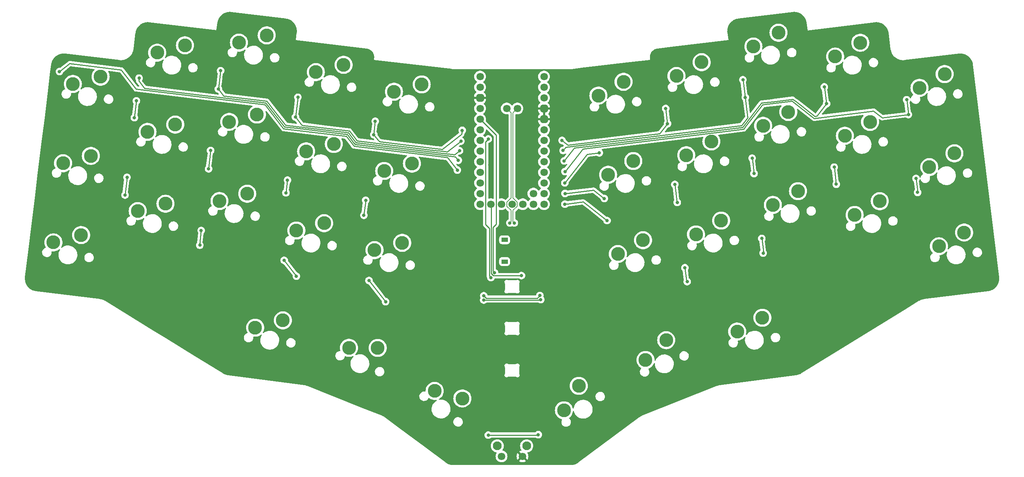
<source format=gbr>
%TF.GenerationSoftware,KiCad,Pcbnew,7.0.10-7.0.10~ubuntu22.04.1*%
%TF.CreationDate,2024-01-12T22:57:13+01:00*%
%TF.ProjectId,fatboy,66617462-6f79-42e6-9b69-6361645f7063,rev?*%
%TF.SameCoordinates,Original*%
%TF.FileFunction,Copper,L1,Top*%
%TF.FilePolarity,Positive*%
%FSLAX46Y46*%
G04 Gerber Fmt 4.6, Leading zero omitted, Abs format (unit mm)*
G04 Created by KiCad (PCBNEW 7.0.10-7.0.10~ubuntu22.04.1) date 2024-01-12 22:57:13*
%MOMM*%
%LPD*%
G01*
G04 APERTURE LIST*
G04 Aperture macros list*
%AMRoundRect*
0 Rectangle with rounded corners*
0 $1 Rounding radius*
0 $2 $3 $4 $5 $6 $7 $8 $9 X,Y pos of 4 corners*
0 Add a 4 corners polygon primitive as box body*
4,1,4,$2,$3,$4,$5,$6,$7,$8,$9,$2,$3,0*
0 Add four circle primitives for the rounded corners*
1,1,$1+$1,$2,$3*
1,1,$1+$1,$4,$5*
1,1,$1+$1,$6,$7*
1,1,$1+$1,$8,$9*
0 Add four rect primitives between the rounded corners*
20,1,$1+$1,$2,$3,$4,$5,0*
20,1,$1+$1,$4,$5,$6,$7,0*
20,1,$1+$1,$6,$7,$8,$9,0*
20,1,$1+$1,$8,$9,$2,$3,0*%
G04 Aperture macros list end*
%TA.AperFunction,ComponentPad*%
%ADD10C,3.300000*%
%TD*%
%TA.AperFunction,ComponentPad*%
%ADD11C,0.600000*%
%TD*%
%TA.AperFunction,SMDPad,CuDef*%
%ADD12RoundRect,0.235714X0.564286X-0.314286X0.564286X0.314286X-0.564286X0.314286X-0.564286X-0.314286X0*%
%TD*%
%TA.AperFunction,ComponentPad*%
%ADD13C,1.800000*%
%TD*%
%TA.AperFunction,ComponentPad*%
%ADD14C,2.100000*%
%TD*%
%TA.AperFunction,ComponentPad*%
%ADD15RoundRect,0.450000X0.450000X0.450000X-0.450000X0.450000X-0.450000X-0.450000X0.450000X-0.450000X0*%
%TD*%
%TA.AperFunction,ViaPad*%
%ADD16C,0.800000*%
%TD*%
%TA.AperFunction,Conductor*%
%ADD17C,0.250000*%
%TD*%
%TA.AperFunction,Conductor*%
%ADD18C,0.200000*%
%TD*%
G04 APERTURE END LIST*
D10*
%TO.P,MX18,1,1*%
%TO.N,COL8*%
X255610366Y-113691105D03*
%TO.P,MX18,2,2*%
%TO.N,Net-(D18-A)*%
X261603486Y-110396167D03*
%TD*%
%TO.P,MX8,1,1*%
%TO.N,COL8*%
X253288903Y-94784291D03*
%TO.P,MX8,2,2*%
%TO.N,Net-(D8-A)*%
X259282023Y-91489353D03*
%TD*%
%TO.P,MX5,1,1*%
%TO.N,COL5*%
X167605621Y-105570468D03*
%TO.P,MX5,2,2*%
%TO.N,Net-(D5-A)*%
X174217837Y-103823271D03*
%TD*%
%TO.P,MX24,1,1*%
%TO.N,COL4*%
X144345316Y-138705332D03*
%TO.P,MX24,2,2*%
%TO.N,Net-(D24-A)*%
X150957532Y-136958135D03*
%TD*%
%TO.P,MX21,1,1*%
%TO.N,COL1*%
X86421417Y-141542330D03*
%TO.P,MX21,2,2*%
%TO.N,Net-(D21-A)*%
X93033633Y-139795133D03*
%TD*%
%TO.P,MX27,1,1*%
%TO.N,COL7*%
X239603899Y-139633976D03*
%TO.P,MX27,2,2*%
%TO.N,Net-(D27-A)*%
X245597019Y-136339038D03*
%TD*%
%TO.P,MX34,1,1*%
%TO.N,COL6*%
X208134414Y-181643909D03*
%TO.P,MX34,2,2*%
%TO.N,Net-(D34-A)*%
X211677139Y-175793849D03*
%TD*%
%TO.P,MX15,1,1*%
%TO.N,COL5*%
X165284158Y-124477281D03*
%TO.P,MX15,2,2*%
%TO.N,Net-(D15-A)*%
X171896374Y-122730084D03*
%TD*%
%TO.P,MX12,1,1*%
%TO.N,COL2*%
X108853156Y-115155591D03*
%TO.P,MX12,2,2*%
%TO.N,Net-(D12-A)*%
X115465372Y-113408394D03*
%TD*%
%TO.P,MX17,1,1*%
%TO.N,COL7*%
X237282433Y-120727162D03*
%TO.P,MX17,2,2*%
%TO.N,Net-(D17-A)*%
X243275553Y-117432224D03*
%TD*%
%TO.P,MX25,1,1*%
%TO.N,COL5*%
X162962690Y-143384094D03*
%TO.P,MX25,2,2*%
%TO.N,Net-(D25-A)*%
X169574906Y-141636897D03*
%TD*%
D11*
%TO.P,J1,MP*%
%TO.N,N/C*%
X194491161Y-146369264D03*
D12*
X193991161Y-146119264D03*
D11*
X193491161Y-145869264D03*
X193991161Y-145869264D03*
X194491161Y-145869264D03*
X193491161Y-141169264D03*
X193991161Y-141169264D03*
X194491161Y-141169264D03*
D12*
X193991161Y-140919264D03*
D11*
X194491161Y-140669264D03*
%TD*%
D10*
%TO.P,MX9,1,1*%
%TO.N,COL9*%
X272774595Y-97177421D03*
%TO.P,MX9,2,2*%
%TO.N,Net-(D9-A)*%
X278767715Y-93882483D03*
%TD*%
%TO.P,MX30,1,1*%
%TO.N,COL10*%
X297527797Y-142470975D03*
%TO.P,MX30,2,2*%
%TO.N,Net-(D30-A)*%
X303520917Y-139176037D03*
%TD*%
%TO.P,MX14,1,1*%
%TO.N,COL4*%
X146666781Y-119798518D03*
%TO.P,MX14,2,2*%
%TO.N,Net-(D14-A)*%
X153278997Y-118051321D03*
%TD*%
%TO.P,MX29,1,1*%
%TO.N,COL9*%
X277417526Y-134991049D03*
%TO.P,MX29,2,2*%
%TO.N,Net-(D29-A)*%
X283410646Y-131696111D03*
%TD*%
%TO.P,MX20,1,1*%
%TO.N,COL10*%
X295206333Y-123564161D03*
%TO.P,MX20,2,2*%
%TO.N,Net-(D20-A)*%
X301199453Y-120269223D03*
%TD*%
%TO.P,MX11,1,1*%
%TO.N,COL1*%
X88742884Y-122635517D03*
%TO.P,MX11,2,2*%
%TO.N,Net-(D11-A)*%
X95355100Y-120888320D03*
%TD*%
%TO.P,MX19,1,1*%
%TO.N,COL9*%
X275096061Y-116084234D03*
%TO.P,MX19,2,2*%
%TO.N,Net-(D19-A)*%
X281089181Y-112789296D03*
%TD*%
%TO.P,MX2,1,1*%
%TO.N,COL2*%
X111174623Y-96248777D03*
%TO.P,MX2,2,2*%
%TO.N,Net-(D2-A)*%
X117786839Y-94501580D03*
%TD*%
%TO.P,MX31,1,1*%
%TO.N,COL3*%
X134519962Y-161899501D03*
%TO.P,MX31,2,2*%
%TO.N,Net-(D31-A)*%
X141132178Y-160152304D03*
%TD*%
%TO.P,MX32,1,1*%
%TO.N,COL4*%
X156894639Y-166709981D03*
%TO.P,MX32,2,2*%
%TO.N,Net-(D32-A)*%
X163733757Y-166733686D03*
%TD*%
%TO.P,MX35,1,1*%
%TO.N,COL7*%
X227572753Y-169614626D03*
%TO.P,MX35,2,2*%
%TO.N,Net-(D35-A)*%
X232508869Y-164880827D03*
%TD*%
%TO.P,MX26,1,1*%
%TO.N,COL6*%
X220986524Y-144312739D03*
%TO.P,MX26,2,2*%
%TO.N,Net-(D26-A)*%
X226979644Y-141017801D03*
%TD*%
%TO.P,MX16,1,1*%
%TO.N,COL6*%
X218665058Y-125405926D03*
%TO.P,MX16,2,2*%
%TO.N,Net-(D16-A)*%
X224658178Y-122110988D03*
%TD*%
%TO.P,MX3,1,1*%
%TO.N,COL3*%
X130660313Y-93855647D03*
%TO.P,MX3,2,2*%
%TO.N,Net-(D3-A)*%
X137272529Y-92108450D03*
%TD*%
%TO.P,MX23,1,1*%
%TO.N,COL3*%
X126017385Y-131669274D03*
%TO.P,MX23,2,2*%
%TO.N,Net-(D23-A)*%
X132629601Y-129922077D03*
%TD*%
%TO.P,MX28,1,1*%
%TO.N,COL8*%
X257931828Y-132597922D03*
%TO.P,MX28,2,2*%
%TO.N,Net-(D28-A)*%
X263924948Y-129302984D03*
%TD*%
%TO.P,MX36,1,1*%
%TO.N,COL8*%
X249429256Y-162828145D03*
%TO.P,MX36,2,2*%
%TO.N,Net-(D36-A)*%
X255422376Y-159533207D03*
%TD*%
%TO.P,MX6,1,1*%
%TO.N,COL6*%
X216343593Y-106499113D03*
%TO.P,MX6,2,2*%
%TO.N,Net-(D6-A)*%
X222336713Y-103204175D03*
%TD*%
D13*
%TO.P,SW1,1,1*%
%TO.N,GND*%
X198241162Y-192615864D03*
%TO.P,SW1,2,2*%
%TO.N,RESET*%
X193241162Y-192615864D03*
D14*
%TO.P,SW1,MP*%
%TO.N,N/C*%
X192241162Y-190115864D03*
X199241162Y-190115864D03*
%TD*%
D10*
%TO.P,MX10,1,1*%
%TO.N,COL10*%
X292884869Y-104657348D03*
%TO.P,MX10,2,2*%
%TO.N,Net-(D10-A)*%
X298877989Y-101362410D03*
%TD*%
%TO.P,MX33,1,1*%
%TO.N,COL5*%
X177312243Y-177008237D03*
%TO.P,MX33,2,2*%
%TO.N,Net-(D33-A)*%
X183912189Y-178801228D03*
%TD*%
%TO.P,MX4,1,1*%
%TO.N,COL4*%
X148988247Y-100891705D03*
%TO.P,MX4,2,2*%
%TO.N,Net-(D4-A)*%
X155600463Y-99144508D03*
%TD*%
%TO.P,MX1,1,1*%
%TO.N,COL1*%
X91064349Y-103728704D03*
%TO.P,MX1,2,2*%
%TO.N,Net-(D1-A)*%
X97676565Y-101981507D03*
%TD*%
D13*
%TO.P,U1,1,P0*%
%TO.N,unconnected-(U1-P0-Pad1)*%
X203376209Y-104492671D03*
%TO.P,U1,2,P1*%
%TO.N,unconnected-(U1-P1-Pad2)*%
X203376209Y-107032671D03*
D15*
%TO.P,U1,3,GND*%
%TO.N,GND*%
X203376209Y-109572671D03*
%TO.P,U1,4,GND*%
X203376209Y-112112671D03*
D13*
%TO.P,U1,5,P2*%
%TO.N,COL6*%
X203376209Y-114652671D03*
%TO.P,U1,6,P3*%
%TO.N,COL7*%
X203376209Y-117192671D03*
%TO.P,U1,7,P4*%
%TO.N,COL8*%
X203376209Y-119732671D03*
%TO.P,U1,8,P5*%
%TO.N,COL9*%
X203376209Y-122272671D03*
%TO.P,U1,9,P6*%
%TO.N,COL10*%
X203376209Y-124812671D03*
%TO.P,U1,10,P7*%
%TO.N,ROW1*%
X203376209Y-127352671D03*
%TO.P,U1,11,P8*%
%TO.N,ROW2*%
X203376209Y-129892671D03*
%TO.P,U1,12,P9*%
%TO.N,ROW3*%
X203376209Y-132432671D03*
%TO.P,U1,13,5V*%
%TO.N,5V*%
X188136209Y-104492671D03*
D15*
%TO.P,U1,14,GND*%
%TO.N,GND*%
X188136209Y-107032671D03*
D13*
%TO.P,U1,15,RST*%
%TO.N,RESET*%
X188136209Y-109572671D03*
%TO.P,U1,16,3V3*%
%TO.N,3V3*%
X188136209Y-112112671D03*
%TO.P,U1,17,P29*%
%TO.N,COL5*%
X188136209Y-114652671D03*
%TO.P,U1,18,P28*%
%TO.N,COL4*%
X188136209Y-117192671D03*
%TO.P,U1,19,P27*%
%TO.N,COL3*%
X188136209Y-119732671D03*
%TO.P,U1,20,P26*%
%TO.N,COL2*%
X188136209Y-122272671D03*
%TO.P,U1,21,P22*%
%TO.N,COL1*%
X188136209Y-124812671D03*
%TO.P,U1,22,P20*%
%TO.N,unconnected-(U1-P20-Pad22)*%
X188136209Y-127352671D03*
%TO.P,U1,23,P23*%
%TO.N,unconnected-(U1-P23-Pad23)*%
X188136209Y-129892671D03*
%TO.P,U1,24,P21*%
%TO.N,unconnected-(U1-P21-Pad24)*%
X188136209Y-132432671D03*
%TO.P,U1,25,P12*%
%TO.N,ROW4*%
X200836209Y-132432671D03*
%TO.P,U1,26,P13*%
%TO.N,unconnected-(U1-P13-Pad26)*%
X198296209Y-132432671D03*
%TO.P,U1,27,P14*%
%TO.N,unconnected-(U1-P14-Pad27)*%
X195756209Y-132432671D03*
%TO.P,U1,28,P15*%
%TO.N,unconnected-(U1-P15-Pad28)*%
X193216209Y-132432671D03*
%TO.P,U1,29,P16*%
%TO.N,RGB*%
X190676209Y-132432671D03*
%TO.P,U1,30,P11*%
%TO.N,unconnected-(U1-P11-Pad30)*%
X188136209Y-101952671D03*
%TO.P,U1,31,P10*%
%TO.N,unconnected-(U1-P10-Pad31)*%
X203376209Y-101952671D03*
%TO.P,U1,32,D+*%
%TO.N,D+*%
X197026209Y-109572671D03*
%TO.P,U1,33,D-*%
%TO.N,D-*%
X194486209Y-109572671D03*
%TO.P,U1,34,P25*%
%TO.N,unconnected-(U1-P25-Pad34)*%
X200836209Y-129892671D03*
%TD*%
D10*
%TO.P,MX13,1,1*%
%TO.N,COL3*%
X128338849Y-112762462D03*
%TO.P,MX13,2,2*%
%TO.N,Net-(D13-A)*%
X134951065Y-111015265D03*
%TD*%
%TO.P,MX7,1,1*%
%TO.N,COL7*%
X234960969Y-101820349D03*
%TO.P,MX7,2,2*%
%TO.N,Net-(D7-A)*%
X240954089Y-98525411D03*
%TD*%
%TO.P,MX22,1,1*%
%TO.N,COL2*%
X106531692Y-134062403D03*
%TO.P,MX22,2,2*%
%TO.N,Net-(D22-A)*%
X113143908Y-132315206D03*
%TD*%
D16*
%TO.N,ROW1*%
X208337264Y-127322352D03*
X216568875Y-120179431D03*
%TO.N,ROW2*%
X217754462Y-131066092D03*
X189012652Y-154287345D03*
X208387264Y-129872351D03*
X202390470Y-154222195D03*
%TO.N,ROW3*%
X208337263Y-132422351D03*
X202600000Y-155200000D03*
X218400370Y-136326587D03*
X189000000Y-155300000D03*
%TO.N,ROW4*%
X190089114Y-187544108D03*
X201989112Y-187444106D03*
%TO.N,D-*%
X195231208Y-136894106D03*
%TO.N,D+*%
X196281207Y-136894108D03*
%TO.N,GND*%
X193000000Y-106000000D03*
X169851800Y-137310100D03*
X183344700Y-107149500D03*
X150803000Y-131754200D03*
X261127300Y-126198300D03*
X190488000Y-123023500D03*
X281763500Y-127785700D03*
%TO.N,3V3*%
X191590962Y-148765861D03*
%TO.N,RGB*%
X197990963Y-149465864D03*
%TO.N,COL1*%
X87876206Y-100765582D03*
X182715941Y-124277137D03*
%TO.N,COL2*%
X106850098Y-102339654D03*
X182952707Y-121938560D03*
X106211426Y-107752160D03*
X103969029Y-126015009D03*
X105717855Y-111771973D03*
X103500713Y-130239427D03*
%TO.N,COL3*%
X126289376Y-100545328D03*
X123413258Y-123969417D03*
X125753149Y-104912531D03*
X123899857Y-119596124D03*
X121653126Y-138714821D03*
X121325838Y-142200922D03*
X183233007Y-119655704D03*
%TO.N,COL4*%
X141851187Y-129709222D03*
X141433630Y-145828483D03*
X144703807Y-106886751D03*
X144344304Y-149611405D03*
X183562933Y-117378939D03*
X142222889Y-126681956D03*
X144124927Y-111601348D03*
%TO.N,COL5*%
X160875847Y-131491023D03*
X161649407Y-150627940D03*
X163141737Y-112626556D03*
X183879794Y-114798319D03*
X162801381Y-115808794D03*
X160437117Y-135064192D03*
X165610989Y-155698532D03*
%TO.N,COL7*%
X232827381Y-113190028D03*
X234557047Y-127687293D03*
X235136805Y-131998775D03*
X207678372Y-117213153D03*
X236950902Y-147593939D03*
X237508046Y-150900688D03*
X232382560Y-109567232D03*
%TO.N,COL8*%
X253434584Y-125117547D03*
X250785685Y-102723445D03*
X252983669Y-121445127D03*
X255613408Y-144093457D03*
X207921231Y-119601356D03*
X251353257Y-106935673D03*
X255286120Y-140607361D03*
%TO.N,COL9*%
X270187261Y-104421646D03*
X208176277Y-122088815D03*
X270730458Y-108435362D03*
X273039003Y-127647226D03*
X272539339Y-123577784D03*
%TO.N,COL10*%
X292062784Y-126268532D03*
X290241717Y-111026857D03*
X292421418Y-129599657D03*
X208387790Y-124631996D03*
X289809081Y-107503318D03*
%TO.N,RESET*%
X190712952Y-149938459D03*
X190090964Y-116865862D03*
%TD*%
D17*
%TO.N,ROW1*%
X216568875Y-120179431D02*
X213636636Y-120539465D01*
X213636636Y-120539465D02*
X208337264Y-127322352D01*
%TO.N,ROW2*%
X217754462Y-131066092D02*
X215161867Y-129040535D01*
X189012652Y-154287345D02*
X189575307Y-154850000D01*
X189575307Y-154850000D02*
X196150000Y-154850000D01*
X201762665Y-154850000D02*
X202390470Y-154222195D01*
X196150000Y-154850000D02*
X201762665Y-154850000D01*
X215161867Y-129040535D02*
X208387264Y-129872351D01*
%TO.N,ROW3*%
X212715159Y-131884813D02*
X208337263Y-132422351D01*
X189000000Y-155300000D02*
X202500000Y-155300000D01*
X218400370Y-136326587D02*
X212715159Y-131884813D01*
X202500000Y-155300000D02*
X202600000Y-155200000D01*
%TO.N,ROW4*%
X190089114Y-187544108D02*
X201889114Y-187544106D01*
X201889114Y-187544106D02*
X201989112Y-187444106D01*
D18*
%TO.N,D-*%
X195531207Y-130960613D02*
X194556208Y-131935612D01*
X195531207Y-133904725D02*
X195531208Y-136594107D01*
X194556208Y-131935612D02*
X194556208Y-132929726D01*
X194556208Y-132929726D02*
X195531207Y-133904725D01*
X194486209Y-109572669D02*
X195531208Y-110617668D01*
X195531208Y-136594107D02*
X195231208Y-136894106D01*
X195531208Y-110617668D02*
X195531207Y-130960613D01*
%TO.N,D+*%
X197026209Y-109572669D02*
X195981210Y-110617670D01*
X196956207Y-132929728D02*
X195981208Y-133904727D01*
X195981208Y-130960614D02*
X196956207Y-131935613D01*
X195981208Y-136594107D02*
X196281207Y-136894108D01*
X195981210Y-110617670D02*
X195981208Y-130960614D01*
X196956207Y-131935613D02*
X196956207Y-132929728D01*
X195981208Y-133904727D02*
X195981208Y-136594107D01*
D17*
%TO.N,3V3*%
X191590962Y-148765861D02*
X191240964Y-148415861D01*
X191991206Y-115967672D02*
X188136207Y-112112669D01*
X191240964Y-137915863D02*
X191991209Y-137165619D01*
X191240964Y-148415861D02*
X191240964Y-137915863D01*
X191991209Y-137165619D02*
X191991206Y-115967672D01*
%TO.N,RGB*%
X197965961Y-149490861D02*
X197990963Y-149465864D01*
X190790963Y-148991169D02*
X191290659Y-149490863D01*
X190790964Y-132547427D02*
X190790963Y-148991169D01*
X190676207Y-132432671D02*
X190790964Y-132547427D01*
X191290659Y-149490863D02*
X197965961Y-149490861D01*
%TO.N,COL1*%
X106155642Y-104924283D02*
X136825318Y-108690046D01*
X102585867Y-100355183D02*
X106155642Y-104924283D01*
X156253216Y-116213795D02*
X158081638Y-118554065D01*
X180384056Y-121292460D02*
X182715941Y-124277137D01*
X87876206Y-100765582D02*
X90327922Y-98850096D01*
X136825318Y-108690046D02*
X141265770Y-114373565D01*
X179073986Y-121131603D02*
X180384056Y-121292460D01*
X90327922Y-98850096D02*
X102585867Y-100355183D01*
X158081638Y-118554065D02*
X179073986Y-121131603D01*
X141265770Y-114373565D02*
X156253216Y-116213795D01*
%TO.N,COL2*%
X156493061Y-115789863D02*
X158066205Y-117803393D01*
X137294679Y-108559880D02*
X141505616Y-113949635D01*
X108195574Y-104721376D02*
X137065166Y-108266116D01*
X103457179Y-130183706D02*
X103500713Y-130239427D01*
X141505616Y-113949635D02*
X144198995Y-114280340D01*
X106767921Y-103008916D02*
X108096321Y-104709190D01*
X144198995Y-114280340D02*
X156493061Y-115789863D01*
X158321485Y-118130135D02*
X179079203Y-120678865D01*
X182275108Y-121071273D02*
X182952707Y-121938560D01*
X179079203Y-120678865D02*
X182275108Y-121071273D01*
X106211426Y-107752160D02*
X105717855Y-111771973D01*
X137065166Y-108266116D02*
X137294679Y-108559880D01*
X103969029Y-126015009D02*
X103457179Y-130183706D01*
X158066205Y-117803393D02*
X158321485Y-118130135D01*
X108096321Y-104709190D02*
X108195574Y-104721376D01*
X106850098Y-102339654D02*
X106767921Y-103008916D01*
%TO.N,COL3*%
X137305012Y-107842186D02*
X139232346Y-110309061D01*
X127356930Y-106620717D02*
X137305012Y-107842186D01*
X157702500Y-116606950D02*
X158561333Y-117706205D01*
X141745463Y-113525705D02*
X148869174Y-114400387D01*
X126289376Y-100545328D02*
X125753149Y-104912531D01*
X123369725Y-123913696D02*
X123413258Y-123969417D01*
X125753149Y-104912531D02*
X127059166Y-106584157D01*
X121238770Y-142089481D02*
X121325838Y-142200922D01*
X179084417Y-120226126D02*
X182038625Y-120588855D01*
X156732912Y-115365935D02*
X157702500Y-116606950D01*
X139232346Y-110309061D02*
X141745463Y-113525705D01*
X182038625Y-120588855D02*
X183233007Y-119655704D01*
X127059166Y-106584157D02*
X127356930Y-106620717D01*
X148869174Y-114400387D02*
X156732912Y-115365935D01*
X158561333Y-117706205D02*
X173625413Y-119555844D01*
X121653126Y-138714821D02*
X121238770Y-142089481D01*
X123899857Y-119596124D02*
X123369725Y-123913696D01*
X173625413Y-119555844D02*
X179084417Y-120226126D01*
%TO.N,COL4*%
X144124927Y-111601348D02*
X145648612Y-113551572D01*
X141433630Y-145828483D02*
X144350397Y-149561774D01*
X158801180Y-117282275D02*
X177154165Y-119535738D01*
X146095259Y-113606413D02*
X156972760Y-114942006D01*
X144350397Y-149561774D02*
X144344304Y-149611405D01*
X144703807Y-106886751D02*
X144124927Y-111601348D01*
X180306884Y-119922845D02*
X183562933Y-117378939D01*
X156972760Y-114942006D02*
X158579510Y-116998552D01*
X179139257Y-119779477D02*
X180306884Y-119922845D01*
X145648612Y-113551572D02*
X146095259Y-113606413D01*
X142222889Y-126681956D02*
X141851187Y-129709222D01*
X158579510Y-116998552D02*
X158801180Y-117282275D01*
X177154165Y-119535738D02*
X179139257Y-119779477D01*
%TO.N,COL5*%
X164653298Y-117547445D02*
X177024000Y-119066380D01*
X162801381Y-115808794D02*
X164107398Y-117480417D01*
X160875847Y-131491023D02*
X160437117Y-135064192D01*
X177024000Y-119066380D02*
X179144472Y-119326740D01*
X163141737Y-112626556D02*
X162757848Y-115753076D01*
X179144472Y-119326740D02*
X183767234Y-115715042D01*
X164107398Y-117480417D02*
X164653298Y-117547445D01*
X162757848Y-115753076D02*
X162801381Y-115808794D01*
X183767234Y-115715042D02*
X183879794Y-114798319D01*
X161649407Y-150627940D02*
X165610989Y-155698532D01*
%TO.N,COL7*%
X237340881Y-150770087D02*
X237508046Y-150900688D01*
X209049822Y-118284647D02*
X207678372Y-117213153D01*
X232827381Y-113190028D02*
X230947688Y-115595926D01*
X215373537Y-117508191D02*
X209049822Y-118284647D01*
X235081085Y-131955241D02*
X235136805Y-131998775D01*
X236950902Y-147593939D02*
X237340881Y-150770087D01*
X215572046Y-117483819D02*
X215373537Y-117508191D01*
X234557047Y-127687293D02*
X235081085Y-131955241D01*
X230112845Y-115698434D02*
X215572046Y-117483819D01*
X232382560Y-109567232D02*
X232827381Y-113190028D01*
X230947688Y-115595926D02*
X230112845Y-115698434D01*
%TO.N,COL8*%
X208547557Y-118799697D02*
X207921231Y-119601356D01*
X255700476Y-143982018D02*
X255613408Y-144093457D01*
X252983669Y-121445127D02*
X253434584Y-125117547D01*
X251297537Y-106892139D02*
X251353257Y-106935673D01*
X250483439Y-113650619D02*
X215329123Y-117967024D01*
X250740538Y-113321549D02*
X250483439Y-113650619D01*
X250785685Y-102723445D02*
X251297537Y-106892139D01*
X215329123Y-117967024D02*
X208547557Y-118799697D01*
X251947638Y-111776527D02*
X250740538Y-113321549D01*
X251353257Y-106935673D02*
X251947638Y-111776527D01*
X255286120Y-140607361D02*
X255700476Y-143982018D01*
%TO.N,COL9*%
X250723287Y-114074549D02*
X215185455Y-118438046D01*
X255258545Y-108269679D02*
X253228300Y-110868275D01*
X257924918Y-107942292D02*
X255258545Y-108269679D01*
X272539339Y-123577784D02*
X273039003Y-127647226D01*
X270187261Y-104421646D02*
X270674738Y-108391828D01*
X268423166Y-111388563D02*
X267976520Y-111443404D01*
X262675635Y-107358977D02*
X257924918Y-107942292D01*
X210587490Y-119002605D02*
X208176277Y-122088815D01*
X263407587Y-107930837D02*
X262675635Y-107358977D01*
X215185455Y-118438046D02*
X210587490Y-119002605D01*
X270674738Y-108391828D02*
X270730458Y-108435362D01*
X267976520Y-111443404D02*
X267913390Y-111451158D01*
X253228300Y-110868275D02*
X250723287Y-114074549D01*
X267913390Y-111451158D02*
X263407587Y-107930837D01*
X270730458Y-108435362D02*
X268423166Y-111388563D01*
%TO.N,COL10*%
X289809081Y-107503318D02*
X290241717Y-111026857D01*
X292464953Y-129543936D02*
X292421418Y-129599657D01*
X267783225Y-111920519D02*
X262545472Y-107828338D01*
X262545472Y-107828338D02*
X255498394Y-108693611D01*
X212627423Y-119205511D02*
X208387790Y-124631996D01*
X283988675Y-111794634D02*
X281927004Y-110183881D01*
X255498394Y-108693611D02*
X251536814Y-113764199D01*
X292062784Y-126268532D02*
X292464953Y-129543936D01*
X281927004Y-110183881D02*
X267783225Y-111920519D01*
X290241717Y-111026857D02*
X283988675Y-111794634D01*
X250963134Y-114498479D02*
X215240297Y-118884690D01*
X251536814Y-113764199D02*
X250963134Y-114498479D01*
X215240297Y-118884690D02*
X212627423Y-119205511D01*
%TO.N,RESET*%
X190340961Y-149566471D02*
X190712952Y-149938459D01*
X190340964Y-138165864D02*
X190340961Y-149566471D01*
X189451209Y-117505616D02*
X189451209Y-137276109D01*
X190090964Y-116865862D02*
X189451209Y-117505616D01*
X189451209Y-137276109D02*
X190340964Y-138165864D01*
%TD*%
%TA.AperFunction,Conductor*%
%TO.N,GND*%
G36*
X189749812Y-114610866D02*
G01*
X191329388Y-116190444D01*
X191362872Y-116251765D01*
X191365706Y-116278123D01*
X191365707Y-131014973D01*
X191346022Y-131082012D01*
X191293218Y-131127767D01*
X191224060Y-131137711D01*
X191201444Y-131132254D01*
X191021193Y-131070373D01*
X190849491Y-131041721D01*
X190792258Y-131032171D01*
X190560160Y-131032171D01*
X190527455Y-131037628D01*
X190331222Y-131070373D01*
X190240971Y-131101357D01*
X190171173Y-131104507D01*
X190110752Y-131069420D01*
X190078891Y-131007238D01*
X190076709Y-130984076D01*
X190076709Y-117889457D01*
X190096394Y-117822418D01*
X190149198Y-117776663D01*
X190179402Y-117768417D01*
X190179253Y-117767713D01*
X190185609Y-117766362D01*
X190185610Y-117766362D01*
X190370767Y-117727006D01*
X190543694Y-117650013D01*
X190696835Y-117538750D01*
X190823497Y-117398078D01*
X190918143Y-117234146D01*
X190976638Y-117054118D01*
X190996424Y-116865862D01*
X190976638Y-116677606D01*
X190918143Y-116497578D01*
X190823497Y-116333646D01*
X190696835Y-116192974D01*
X190693350Y-116190442D01*
X190543698Y-116081713D01*
X190543693Y-116081710D01*
X190370771Y-116004719D01*
X190370766Y-116004717D01*
X190214393Y-115971480D01*
X190185610Y-115965362D01*
X189996318Y-115965362D01*
X189967535Y-115971480D01*
X189811161Y-116004717D01*
X189811156Y-116004719D01*
X189638234Y-116081710D01*
X189638229Y-116081713D01*
X189485093Y-116192973D01*
X189485092Y-116192974D01*
X189395449Y-116292532D01*
X189335962Y-116329180D01*
X189266105Y-116327849D01*
X189212070Y-116293542D01*
X189189767Y-116269315D01*
X189087993Y-116158758D01*
X188910389Y-116020524D01*
X188869577Y-115963814D01*
X188865902Y-115894041D01*
X188900533Y-115833358D01*
X188910390Y-115824817D01*
X189087993Y-115686584D01*
X189245188Y-115515824D01*
X189372133Y-115321520D01*
X189465366Y-115108971D01*
X189522343Y-114883976D01*
X189538556Y-114688305D01*
X189563709Y-114623124D01*
X189620110Y-114581885D01*
X189689854Y-114577686D01*
X189749812Y-114610866D01*
G37*
%TD.AperFunction*%
%TA.AperFunction,Conductor*%
G36*
X203626209Y-111677169D02*
G01*
X203518524Y-111627991D01*
X203411972Y-111612671D01*
X203340446Y-111612671D01*
X203233894Y-111627991D01*
X203126209Y-111677169D01*
X203126209Y-110008172D01*
X203233894Y-110057351D01*
X203340446Y-110072671D01*
X203411972Y-110072671D01*
X203518524Y-110057351D01*
X203626209Y-110008172D01*
X203626209Y-111677169D01*
G37*
%TD.AperFunction*%
%TA.AperFunction,Conductor*%
G36*
X263119034Y-86510322D02*
G01*
X263120036Y-86510364D01*
X263284818Y-86518112D01*
X263296319Y-86519191D01*
X263325349Y-86523287D01*
X263446099Y-86540327D01*
X263448245Y-86540651D01*
X263605925Y-86565909D01*
X263616278Y-86568026D01*
X263765110Y-86605172D01*
X263768005Y-86605935D01*
X263919936Y-86648095D01*
X263929145Y-86651044D01*
X264074205Y-86703829D01*
X264078021Y-86705290D01*
X264223225Y-86763714D01*
X264231223Y-86767267D01*
X264370502Y-86835129D01*
X264374984Y-86837426D01*
X264512257Y-86911423D01*
X264519019Y-86915350D01*
X264615718Y-86975677D01*
X264650740Y-86997526D01*
X264655759Y-87000829D01*
X264783641Y-87089496D01*
X264789192Y-87093578D01*
X264911741Y-87189116D01*
X264917055Y-87193503D01*
X264997712Y-87263974D01*
X265034270Y-87295916D01*
X265038697Y-87299978D01*
X265150509Y-87407657D01*
X265155963Y-87413252D01*
X265261202Y-87528313D01*
X265264537Y-87532113D01*
X265364328Y-87650630D01*
X265369738Y-87657538D01*
X265461810Y-87784086D01*
X265464135Y-87787396D01*
X265550728Y-87915217D01*
X265555852Y-87923459D01*
X265621692Y-88039217D01*
X265632504Y-88058227D01*
X265633716Y-88060357D01*
X265635275Y-88063183D01*
X265707563Y-88198372D01*
X265712165Y-88207944D01*
X265775090Y-88354615D01*
X265775982Y-88356747D01*
X265832985Y-88496759D01*
X265836838Y-88507650D01*
X265884510Y-88665423D01*
X265884904Y-88666753D01*
X265925564Y-88806966D01*
X265928429Y-88819099D01*
X265962965Y-89007207D01*
X265963014Y-89007478D01*
X265983927Y-89123829D01*
X265984905Y-89130225D01*
X266209346Y-90907051D01*
X266209418Y-90907625D01*
X266210452Y-90916134D01*
X266210621Y-90916451D01*
X266211030Y-90916397D01*
X266211032Y-90916398D01*
X266211033Y-90916397D01*
X266214996Y-90915879D01*
X266215951Y-90915758D01*
X282159061Y-88980712D01*
X282159262Y-88980734D01*
X282184544Y-88977625D01*
X282191194Y-88976989D01*
X282218661Y-88975104D01*
X282315985Y-88968429D01*
X282501724Y-88956416D01*
X282514172Y-88956239D01*
X282659441Y-88961489D01*
X282660458Y-88961531D01*
X282826807Y-88969411D01*
X282838279Y-88970493D01*
X282987556Y-88991641D01*
X282989676Y-88991961D01*
X283148490Y-89017494D01*
X283158921Y-89019635D01*
X283307364Y-89056803D01*
X283310379Y-89057600D01*
X283463080Y-89100106D01*
X283472330Y-89103076D01*
X283617164Y-89155936D01*
X283621005Y-89157411D01*
X283766879Y-89216280D01*
X283774902Y-89219853D01*
X283914016Y-89287837D01*
X283918517Y-89290152D01*
X284056315Y-89364655D01*
X284063119Y-89368618D01*
X284194627Y-89450914D01*
X284199652Y-89454231D01*
X284328030Y-89543523D01*
X284333620Y-89547649D01*
X284385471Y-89588204D01*
X284455893Y-89643285D01*
X284461235Y-89647710D01*
X284578832Y-89750811D01*
X284583255Y-89754883D01*
X284668718Y-89837485D01*
X284694805Y-89862698D01*
X284700290Y-89868347D01*
X284805772Y-89984123D01*
X284809126Y-89987959D01*
X284908614Y-90106600D01*
X284914025Y-90113540D01*
X285006254Y-90240880D01*
X285008643Y-90244298D01*
X285094826Y-90372127D01*
X285099942Y-90380397D01*
X285177947Y-90518308D01*
X285179507Y-90521151D01*
X285251305Y-90656213D01*
X285255896Y-90665825D01*
X285318886Y-90813706D01*
X285319771Y-90815840D01*
X285357276Y-90908663D01*
X285376226Y-90955562D01*
X285380057Y-90966487D01*
X285427697Y-91125790D01*
X285428088Y-91127123D01*
X285468117Y-91266651D01*
X285470954Y-91278827D01*
X285505573Y-91470689D01*
X285505655Y-91471145D01*
X285525630Y-91584264D01*
X285526590Y-91590680D01*
X285996928Y-95412161D01*
X285997030Y-95412615D01*
X286014638Y-95555860D01*
X286014638Y-95555861D01*
X286014639Y-95555864D01*
X286085210Y-95861526D01*
X286171663Y-96112809D01*
X286187269Y-96158169D01*
X286187270Y-96158172D01*
X286319692Y-96442536D01*
X286319695Y-96442541D01*
X286319696Y-96442543D01*
X286381325Y-96545292D01*
X286481052Y-96711561D01*
X286481055Y-96711565D01*
X286669584Y-96962296D01*
X286806220Y-97109206D01*
X286883218Y-97191994D01*
X286883228Y-97192004D01*
X287119658Y-97398184D01*
X287376297Y-97578588D01*
X287376302Y-97578592D01*
X287650305Y-97731227D01*
X287650348Y-97731251D01*
X287938822Y-97854507D01*
X287938835Y-97854511D01*
X288238578Y-97947015D01*
X288546345Y-98007763D01*
X288810091Y-98031677D01*
X288858761Y-98036090D01*
X289172433Y-98031689D01*
X289328075Y-98013139D01*
X289328083Y-98013138D01*
X289328084Y-98013139D01*
X302263876Y-96473160D01*
X302264941Y-96473272D01*
X302288572Y-96470250D01*
X302296080Y-96469521D01*
X302426283Y-96460882D01*
X302605389Y-96449667D01*
X302617845Y-96449517D01*
X302768585Y-96455283D01*
X302769410Y-96455319D01*
X302929992Y-96463263D01*
X302941480Y-96464371D01*
X303094086Y-96486301D01*
X303096367Y-96486650D01*
X303251201Y-96511857D01*
X303261571Y-96514006D01*
X303412506Y-96552098D01*
X303415603Y-96552922D01*
X303565227Y-96594870D01*
X303574455Y-96597852D01*
X303721356Y-96651758D01*
X303725126Y-96653215D01*
X303868432Y-96711334D01*
X303876430Y-96714912D01*
X303977303Y-96764412D01*
X304017206Y-96783993D01*
X304021724Y-96786326D01*
X304157285Y-96859899D01*
X304164027Y-96863839D01*
X304297050Y-96947364D01*
X304302019Y-96950655D01*
X304428389Y-97038826D01*
X304433893Y-97042900D01*
X304557529Y-97139883D01*
X304562849Y-97144302D01*
X304678551Y-97246016D01*
X304682970Y-97250096D01*
X304795708Y-97359340D01*
X304801180Y-97364989D01*
X304837939Y-97405433D01*
X304897471Y-97470934D01*
X304904889Y-97479095D01*
X304908227Y-97482922D01*
X304959326Y-97544003D01*
X305008853Y-97603205D01*
X305014251Y-97610144D01*
X305104801Y-97735454D01*
X305107182Y-97738869D01*
X305194474Y-97868635D01*
X305199577Y-97876902D01*
X305275924Y-98012186D01*
X305277479Y-98015028D01*
X305350406Y-98152523D01*
X305354984Y-98162127D01*
X305416324Y-98306469D01*
X305417209Y-98308608D01*
X305474855Y-98451617D01*
X305478673Y-98462531D01*
X305524515Y-98616214D01*
X305524905Y-98617547D01*
X305566349Y-98762385D01*
X305569175Y-98774550D01*
X305600854Y-98950706D01*
X305600935Y-98951162D01*
X305623639Y-99080176D01*
X305624595Y-99086581D01*
X311845588Y-149839138D01*
X311845594Y-149839199D01*
X311845709Y-149840135D01*
X311846335Y-149846634D01*
X311855740Y-149981498D01*
X311855770Y-149981943D01*
X311867293Y-150156221D01*
X311867487Y-150168738D01*
X311862073Y-150323480D01*
X311862017Y-150324868D01*
X311854794Y-150481179D01*
X311853720Y-150492705D01*
X311831874Y-150648213D01*
X311831530Y-150650506D01*
X311807216Y-150802853D01*
X311805088Y-150813287D01*
X311766916Y-150966500D01*
X311766091Y-150969635D01*
X311725131Y-151117454D01*
X311722168Y-151126718D01*
X311668057Y-151275524D01*
X311666567Y-151279418D01*
X311609501Y-151421305D01*
X311605930Y-151429347D01*
X311536470Y-151571911D01*
X311534144Y-151576445D01*
X311461688Y-151710836D01*
X311457734Y-151717644D01*
X311373702Y-151852283D01*
X311370391Y-151857311D01*
X311283412Y-151982684D01*
X311279293Y-151988280D01*
X311181647Y-152113430D01*
X311177222Y-152118786D01*
X311076785Y-152233623D01*
X311072712Y-152238057D01*
X310962536Y-152352325D01*
X310956893Y-152357818D01*
X310844152Y-152460783D01*
X310840321Y-152464139D01*
X310718942Y-152566175D01*
X310712010Y-152571595D01*
X310588258Y-152661456D01*
X310584842Y-152663850D01*
X310453652Y-152752531D01*
X310445389Y-152757657D01*
X310311964Y-152833340D01*
X310309123Y-152834902D01*
X310169807Y-152909181D01*
X310160202Y-152913784D01*
X310018329Y-152974422D01*
X310016190Y-152975312D01*
X309870671Y-153034318D01*
X309859752Y-153038163D01*
X309709932Y-153083171D01*
X309708599Y-153083563D01*
X309559743Y-153126468D01*
X309547571Y-153129321D01*
X309383043Y-153159220D01*
X309382587Y-153159302D01*
X309241321Y-153184429D01*
X309234906Y-153185397D01*
X293996171Y-155080161D01*
X293996150Y-155080164D01*
X293831283Y-155100634D01*
X293831278Y-155100635D01*
X293579476Y-155154158D01*
X293453111Y-155192583D01*
X293333177Y-155229052D01*
X293333174Y-155229053D01*
X293333168Y-155229055D01*
X293333158Y-155229058D01*
X293094207Y-155324759D01*
X293094199Y-155324762D01*
X292864300Y-155440585D01*
X292755563Y-155507642D01*
X292754824Y-155508098D01*
X292754822Y-155508099D01*
X289713792Y-157382707D01*
X264661169Y-172826105D01*
X264656643Y-172828764D01*
X264618192Y-172850276D01*
X264617050Y-172850907D01*
X264414818Y-172961271D01*
X264406604Y-172965367D01*
X264309327Y-173009454D01*
X264305719Y-173011020D01*
X264146883Y-173077018D01*
X264140767Y-173079372D01*
X264033319Y-173117495D01*
X264027086Y-173119523D01*
X263862169Y-173168392D01*
X263858379Y-173169450D01*
X263755051Y-173196534D01*
X263746098Y-173198530D01*
X263520067Y-173240211D01*
X263518779Y-173240441D01*
X263474708Y-173248088D01*
X263469520Y-173248876D01*
X245337716Y-175609789D01*
X245337689Y-175609784D01*
X245337690Y-175609790D01*
X245160749Y-175632795D01*
X244916127Y-175685669D01*
X244916118Y-175685671D01*
X244857814Y-175703465D01*
X244676744Y-175758730D01*
X244676726Y-175758736D01*
X244560734Y-175805040D01*
X244560477Y-175805142D01*
X244560206Y-175805249D01*
X244560135Y-175805278D01*
X244559868Y-175805385D01*
X226728384Y-182918753D01*
X226728324Y-182918777D01*
X226728187Y-182918832D01*
X226728084Y-182918873D01*
X226727631Y-182919054D01*
X226727629Y-182919054D01*
X226716799Y-182923382D01*
X226716692Y-182923436D01*
X226666873Y-182943310D01*
X226606017Y-182967587D01*
X226606015Y-182967587D01*
X226606015Y-182967588D01*
X226606003Y-182967593D01*
X226371984Y-183085540D01*
X226149123Y-183223446D01*
X226105420Y-183256079D01*
X226105147Y-183256180D01*
X226044023Y-183301926D01*
X226043915Y-183302006D01*
X226020706Y-183319336D01*
X226020699Y-183319344D01*
X211561412Y-194117470D01*
X211556804Y-194120749D01*
X211532802Y-194137017D01*
X211505931Y-194155229D01*
X211505139Y-194155761D01*
X211319136Y-194279746D01*
X211310245Y-194285148D01*
X211207823Y-194341636D01*
X211205320Y-194342979D01*
X211054577Y-194421669D01*
X211046892Y-194425350D01*
X210930853Y-194476112D01*
X210926480Y-194477927D01*
X210776371Y-194536873D01*
X210770139Y-194539130D01*
X210647849Y-194579755D01*
X210641506Y-194581675D01*
X210485983Y-194624262D01*
X210481393Y-194625425D01*
X210358035Y-194654190D01*
X210349677Y-194655839D01*
X210181780Y-194682998D01*
X210178970Y-194683419D01*
X210063181Y-194699436D01*
X210052815Y-194700429D01*
X209827226Y-194712498D01*
X209826282Y-194712545D01*
X209772141Y-194715027D01*
X209767708Y-194715231D01*
X209762030Y-194715361D01*
X181740389Y-194715361D01*
X181734707Y-194715231D01*
X181671940Y-194712352D01*
X181671003Y-194712305D01*
X181449631Y-194700472D01*
X181439258Y-194699479D01*
X181321033Y-194683124D01*
X181318223Y-194682703D01*
X181152894Y-194655958D01*
X181144534Y-194654309D01*
X181019387Y-194625124D01*
X181014799Y-194623961D01*
X180861221Y-194581906D01*
X180854879Y-194579986D01*
X180731005Y-194538835D01*
X180724773Y-194536578D01*
X180576519Y-194478361D01*
X180572145Y-194476546D01*
X180454450Y-194425059D01*
X180446768Y-194421379D01*
X180298301Y-194343880D01*
X180295797Y-194342536D01*
X180191261Y-194284883D01*
X180182363Y-194279477D01*
X179999651Y-194157671D01*
X179998937Y-194157191D01*
X179944764Y-194120476D01*
X179940108Y-194117160D01*
X179926369Y-194106890D01*
X179926314Y-194106861D01*
X174582145Y-190115864D01*
X190685868Y-190115864D01*
X190705015Y-190359161D01*
X190761992Y-190596483D01*
X190855384Y-190821953D01*
X190982899Y-191030037D01*
X190982900Y-191030040D01*
X190996761Y-191046269D01*
X191141403Y-191215623D01*
X191274063Y-191328925D01*
X191326985Y-191374125D01*
X191326988Y-191374126D01*
X191535072Y-191501641D01*
X191760543Y-191595033D01*
X191760540Y-191595033D01*
X191760546Y-191595034D01*
X191760550Y-191595036D01*
X191997860Y-191652010D01*
X191997865Y-191652010D01*
X191999734Y-191652459D01*
X192060325Y-191687250D01*
X192092489Y-191749276D01*
X192086013Y-191818845D01*
X192074595Y-191840854D01*
X192005237Y-191947015D01*
X191912004Y-192159563D01*
X191855028Y-192384555D01*
X191855026Y-192384566D01*
X191835862Y-192615857D01*
X191835862Y-192615870D01*
X191855026Y-192847161D01*
X191855028Y-192847172D01*
X191912004Y-193072164D01*
X192005237Y-193284712D01*
X192132178Y-193479011D01*
X192132181Y-193479015D01*
X192132183Y-193479017D01*
X192289378Y-193649777D01*
X192289381Y-193649779D01*
X192289384Y-193649782D01*
X192472527Y-193792328D01*
X192472533Y-193792332D01*
X192472536Y-193792334D01*
X192640022Y-193882973D01*
X192675814Y-193902343D01*
X192676659Y-193902800D01*
X192790649Y-193941932D01*
X192896177Y-193978161D01*
X192896179Y-193978161D01*
X192896181Y-193978162D01*
X193125113Y-194016364D01*
X193125114Y-194016364D01*
X193357210Y-194016364D01*
X193357211Y-194016364D01*
X193586143Y-193978162D01*
X193805665Y-193902800D01*
X194009788Y-193792334D01*
X194010332Y-193791911D01*
X194071291Y-193744464D01*
X194192946Y-193649777D01*
X194350141Y-193479017D01*
X194477086Y-193284713D01*
X194570319Y-193072164D01*
X194627296Y-192847169D01*
X194627297Y-192847161D01*
X194646462Y-192615870D01*
X194646462Y-192615869D01*
X196836364Y-192615869D01*
X196855523Y-192847082D01*
X196912479Y-193071999D01*
X197005677Y-193284470D01*
X197089974Y-193413497D01*
X197758084Y-192745387D01*
X197781669Y-192825708D01*
X197859401Y-192946662D01*
X197968062Y-193040816D01*
X198098847Y-193100544D01*
X198108628Y-193101950D01*
X197442363Y-193768215D01*
X197472811Y-193791914D01*
X197676859Y-193902340D01*
X197676868Y-193902343D01*
X197896301Y-193977675D01*
X198125155Y-194015864D01*
X198357169Y-194015864D01*
X198586022Y-193977675D01*
X198805455Y-193902343D01*
X198805463Y-193902340D01*
X199009517Y-193791911D01*
X199039959Y-193768215D01*
X199039960Y-193768214D01*
X198373696Y-193101950D01*
X198383477Y-193100544D01*
X198514262Y-193040816D01*
X198622923Y-192946662D01*
X198700655Y-192825708D01*
X198724238Y-192745387D01*
X199392348Y-193413497D01*
X199476644Y-193284475D01*
X199569844Y-193071999D01*
X199626800Y-192847082D01*
X199645960Y-192615869D01*
X199645960Y-192615858D01*
X199626800Y-192384645D01*
X199569844Y-192159728D01*
X199476644Y-191947252D01*
X199407212Y-191840979D01*
X199387024Y-191774089D01*
X199406203Y-191706904D01*
X199458662Y-191660753D01*
X199482073Y-191652583D01*
X199484457Y-191652010D01*
X199484464Y-191652010D01*
X199721774Y-191595036D01*
X199947251Y-191501641D01*
X200155341Y-191374123D01*
X200340921Y-191215623D01*
X200499421Y-191030043D01*
X200626939Y-190821953D01*
X200720334Y-190596476D01*
X200777308Y-190359166D01*
X200796456Y-190115864D01*
X200777308Y-189872562D01*
X200720334Y-189635252D01*
X200626939Y-189409775D01*
X200626939Y-189409774D01*
X200499424Y-189201690D01*
X200499423Y-189201687D01*
X200463615Y-189159761D01*
X200340921Y-189016105D01*
X200218225Y-188911313D01*
X200155338Y-188857602D01*
X200155335Y-188857601D01*
X199947251Y-188730086D01*
X199721780Y-188636694D01*
X199721783Y-188636694D01*
X199616154Y-188611334D01*
X199484464Y-188579718D01*
X199484462Y-188579717D01*
X199484459Y-188579717D01*
X199241162Y-188560570D01*
X198997864Y-188579717D01*
X198760542Y-188636694D01*
X198535072Y-188730086D01*
X198326988Y-188857601D01*
X198326985Y-188857602D01*
X198141403Y-189016105D01*
X197982900Y-189201687D01*
X197982899Y-189201690D01*
X197855384Y-189409774D01*
X197761992Y-189635244D01*
X197705015Y-189872566D01*
X197685868Y-190115864D01*
X197705015Y-190359161D01*
X197761992Y-190596483D01*
X197855384Y-190821953D01*
X197982899Y-191030037D01*
X197982905Y-191030046D01*
X197997140Y-191046713D01*
X198025711Y-191110474D01*
X198015274Y-191179560D01*
X197969143Y-191232036D01*
X197923263Y-191249552D01*
X197896305Y-191254051D01*
X197896302Y-191254051D01*
X197676868Y-191329384D01*
X197676859Y-191329387D01*
X197472812Y-191439813D01*
X197442362Y-191463511D01*
X198108628Y-192129777D01*
X198098847Y-192131184D01*
X197968062Y-192190912D01*
X197859401Y-192285066D01*
X197781669Y-192406020D01*
X197758084Y-192486340D01*
X197089973Y-191818229D01*
X197005678Y-191947254D01*
X196912479Y-192159728D01*
X196855523Y-192384645D01*
X196836364Y-192615858D01*
X196836364Y-192615869D01*
X194646462Y-192615869D01*
X194646462Y-192615857D01*
X194627297Y-192384566D01*
X194627295Y-192384555D01*
X194570319Y-192159563D01*
X194477086Y-191947015D01*
X194350145Y-191752716D01*
X194350142Y-191752713D01*
X194350141Y-191752711D01*
X194192946Y-191581951D01*
X194192941Y-191581947D01*
X194192939Y-191581945D01*
X194009796Y-191439399D01*
X194009790Y-191439395D01*
X193805666Y-191328928D01*
X193805657Y-191328925D01*
X193586147Y-191253566D01*
X193559441Y-191249110D01*
X193496556Y-191218658D01*
X193460117Y-191159043D01*
X193461693Y-191089191D01*
X193485560Y-191046271D01*
X193499421Y-191030043D01*
X193626939Y-190821953D01*
X193720334Y-190596476D01*
X193777308Y-190359166D01*
X193796456Y-190115864D01*
X193777308Y-189872562D01*
X193720334Y-189635252D01*
X193626939Y-189409775D01*
X193626939Y-189409774D01*
X193499424Y-189201690D01*
X193499423Y-189201687D01*
X193463615Y-189159761D01*
X193340921Y-189016105D01*
X193218225Y-188911313D01*
X193155338Y-188857602D01*
X193155335Y-188857601D01*
X192947251Y-188730086D01*
X192721780Y-188636694D01*
X192721783Y-188636694D01*
X192616154Y-188611334D01*
X192484464Y-188579718D01*
X192484462Y-188579717D01*
X192484459Y-188579717D01*
X192241162Y-188560570D01*
X191997864Y-188579717D01*
X191760542Y-188636694D01*
X191535072Y-188730086D01*
X191326988Y-188857601D01*
X191326985Y-188857602D01*
X191141403Y-189016105D01*
X190982900Y-189201687D01*
X190982899Y-189201690D01*
X190855384Y-189409774D01*
X190761992Y-189635244D01*
X190705015Y-189872566D01*
X190685868Y-190115864D01*
X174582145Y-190115864D01*
X171138420Y-187544108D01*
X189183654Y-187544108D01*
X189203440Y-187732364D01*
X189203441Y-187732367D01*
X189261932Y-187912385D01*
X189261935Y-187912392D01*
X189356581Y-188076324D01*
X189458297Y-188189291D01*
X189483243Y-188216996D01*
X189636379Y-188328256D01*
X189636384Y-188328259D01*
X189809306Y-188405250D01*
X189809311Y-188405252D01*
X189994468Y-188444608D01*
X189994469Y-188444608D01*
X190183758Y-188444608D01*
X190183760Y-188444608D01*
X190368917Y-188405252D01*
X190541844Y-188328259D01*
X190694985Y-188216996D01*
X190700708Y-188210638D01*
X190760191Y-188173988D01*
X190792855Y-188169606D01*
X201415365Y-188169606D01*
X201482404Y-188189291D01*
X201488250Y-188193288D01*
X201536377Y-188228254D01*
X201536382Y-188228257D01*
X201709304Y-188305248D01*
X201709309Y-188305250D01*
X201894466Y-188344606D01*
X201894467Y-188344606D01*
X202083756Y-188344606D01*
X202083758Y-188344606D01*
X202268915Y-188305250D01*
X202441842Y-188228257D01*
X202594983Y-188116994D01*
X202721645Y-187976322D01*
X202816291Y-187812390D01*
X202874786Y-187632362D01*
X202894572Y-187444106D01*
X202874786Y-187255850D01*
X202816291Y-187075822D01*
X202721645Y-186911890D01*
X202594983Y-186771218D01*
X202594979Y-186771215D01*
X202441846Y-186659957D01*
X202441841Y-186659954D01*
X202268919Y-186582963D01*
X202268914Y-186582961D01*
X202123113Y-186551971D01*
X202083758Y-186543606D01*
X201894466Y-186543606D01*
X201862009Y-186550504D01*
X201709309Y-186582961D01*
X201709304Y-186582963D01*
X201536382Y-186659954D01*
X201536377Y-186659957D01*
X201383244Y-186771215D01*
X201383241Y-186771217D01*
X201383241Y-186771218D01*
X201293199Y-186871220D01*
X201287473Y-186877579D01*
X201227986Y-186914227D01*
X201195323Y-186918606D01*
X190792860Y-186918606D01*
X190725821Y-186898921D01*
X190700711Y-186877579D01*
X190694985Y-186871220D01*
X190694978Y-186871214D01*
X190541848Y-186759959D01*
X190541843Y-186759956D01*
X190368921Y-186682965D01*
X190368916Y-186682963D01*
X190223115Y-186651973D01*
X190183760Y-186643608D01*
X189994468Y-186643608D01*
X189962011Y-186650506D01*
X189809311Y-186682963D01*
X189809306Y-186682965D01*
X189636384Y-186759956D01*
X189636379Y-186759959D01*
X189483243Y-186871219D01*
X189356580Y-187011893D01*
X189261935Y-187175823D01*
X189261932Y-187175830D01*
X189203441Y-187355848D01*
X189203440Y-187355852D01*
X189183654Y-187544108D01*
X171138420Y-187544108D01*
X167855672Y-185092569D01*
X166838711Y-184333108D01*
X181754162Y-184333108D01*
X181764389Y-184547807D01*
X181815065Y-184756697D01*
X181815067Y-184756701D01*
X181837827Y-184806539D01*
X181904356Y-184952216D01*
X181968811Y-185042730D01*
X182029037Y-185127306D01*
X182029042Y-185127312D01*
X182184596Y-185275631D01*
X182184598Y-185275632D01*
X182184599Y-185275633D01*
X182365422Y-185391841D01*
X182564970Y-185471728D01*
X182640988Y-185486379D01*
X182776029Y-185512406D01*
X182776030Y-185512406D01*
X182937114Y-185512406D01*
X182937120Y-185512406D01*
X183097473Y-185497094D01*
X183303711Y-185436537D01*
X183494761Y-185338044D01*
X183663719Y-185205174D01*
X183804478Y-185042730D01*
X183911950Y-184856583D01*
X183982252Y-184653460D01*
X184012841Y-184440703D01*
X184002614Y-184226002D01*
X183951939Y-184017116D01*
X183862648Y-183821596D01*
X183737968Y-183646507D01*
X183737966Y-183646505D01*
X183737961Y-183646499D01*
X183582407Y-183498180D01*
X183401582Y-183381971D01*
X183202032Y-183302083D01*
X182990975Y-183261406D01*
X182990974Y-183261406D01*
X182829884Y-183261406D01*
X182669531Y-183276718D01*
X182669527Y-183276719D01*
X182463295Y-183337274D01*
X182272238Y-183435770D01*
X182103287Y-183568635D01*
X182103284Y-183568639D01*
X181962523Y-183731084D01*
X181855055Y-183917225D01*
X181784753Y-184120348D01*
X181784752Y-184120350D01*
X181754163Y-184333106D01*
X181754162Y-184333108D01*
X166838711Y-184333108D01*
X165503209Y-183335762D01*
X165503204Y-183335755D01*
X165352809Y-183223439D01*
X165129957Y-183085526D01*
X165129949Y-183085522D01*
X164895924Y-182967569D01*
X164895919Y-182967566D01*
X164834315Y-182942992D01*
X164785290Y-182923436D01*
X164774296Y-182919050D01*
X159977198Y-181005383D01*
X152991582Y-178218668D01*
X173640026Y-178218668D01*
X173650253Y-178433367D01*
X173700929Y-178642257D01*
X173700931Y-178642261D01*
X173758919Y-178769238D01*
X173790220Y-178837776D01*
X173854675Y-178928290D01*
X173914901Y-179012866D01*
X173914906Y-179012872D01*
X174070460Y-179161191D01*
X174070462Y-179161192D01*
X174070463Y-179161193D01*
X174251286Y-179277401D01*
X174450834Y-179357288D01*
X174483408Y-179363566D01*
X174661893Y-179397966D01*
X174661894Y-179397966D01*
X174822978Y-179397966D01*
X174822984Y-179397966D01*
X174983337Y-179382654D01*
X175189575Y-179322097D01*
X175380625Y-179223604D01*
X175549583Y-179090734D01*
X175690342Y-178928290D01*
X175690344Y-178928287D01*
X175800768Y-178737027D01*
X175803051Y-178738345D01*
X175841327Y-178694084D01*
X175908346Y-178674331D01*
X175975406Y-178693948D01*
X175986717Y-178702136D01*
X176069194Y-178769236D01*
X176069196Y-178769237D01*
X176069197Y-178769238D01*
X176320562Y-178922097D01*
X176320567Y-178922099D01*
X176529533Y-179012865D01*
X176590402Y-179039304D01*
X176873688Y-179118677D01*
X177102867Y-179150177D01*
X177165144Y-179158737D01*
X177165145Y-179158737D01*
X177459342Y-179158737D01*
X177521619Y-179150177D01*
X177668059Y-179130049D01*
X177737153Y-179140421D01*
X177789672Y-179186503D01*
X177808941Y-179253664D01*
X177788840Y-179320580D01*
X177740869Y-179363566D01*
X177680093Y-179394277D01*
X177432352Y-179564341D01*
X177209496Y-179765902D01*
X177015492Y-179995372D01*
X177015490Y-179995374D01*
X176853800Y-180248658D01*
X176727320Y-180521217D01*
X176727316Y-180521226D01*
X176694205Y-180627962D01*
X176638288Y-180808221D01*
X176588308Y-181104528D01*
X176578267Y-181404853D01*
X176608344Y-181703828D01*
X176608345Y-181703835D01*
X176678002Y-181996127D01*
X176678005Y-181996139D01*
X176786000Y-182276539D01*
X176786007Y-182276554D01*
X176930413Y-182540061D01*
X176930417Y-182540067D01*
X177021730Y-182663998D01*
X177108657Y-182781976D01*
X177245749Y-182923728D01*
X177317554Y-182997974D01*
X177317561Y-182997980D01*
X177380671Y-183047817D01*
X177553380Y-183184204D01*
X177811921Y-183337338D01*
X178088567Y-183454646D01*
X178088570Y-183454646D01*
X178088573Y-183454648D01*
X178194996Y-183483800D01*
X178378380Y-183534034D01*
X178676189Y-183574086D01*
X178676194Y-183574086D01*
X178901475Y-183574086D01*
X179064947Y-183563142D01*
X179126253Y-183559038D01*
X179420721Y-183499185D01*
X179704585Y-183400617D01*
X179972777Y-183265093D01*
X180220514Y-183095032D01*
X180443373Y-182893468D01*
X180637377Y-182663998D01*
X180799065Y-182410718D01*
X180925552Y-182138146D01*
X181014580Y-181851148D01*
X181049537Y-181643909D01*
X205978889Y-181643909D01*
X205998965Y-181937420D01*
X205998966Y-181937422D01*
X206058818Y-182225452D01*
X206058823Y-182225468D01*
X206157341Y-182502671D01*
X206292692Y-182763886D01*
X206292696Y-182763892D01*
X206462346Y-183004232D01*
X206663157Y-183219247D01*
X206766046Y-183302953D01*
X206891365Y-183404908D01*
X206891367Y-183404909D01*
X206891368Y-183404910D01*
X207142733Y-183557769D01*
X207142738Y-183557771D01*
X207412570Y-183674975D01*
X207412571Y-183674975D01*
X207412573Y-183674976D01*
X207582755Y-183722658D01*
X207641997Y-183759700D01*
X207671809Y-183822890D01*
X207662725Y-183892167D01*
X207656688Y-183904059D01*
X207620309Y-183967068D01*
X207550008Y-184170190D01*
X207550007Y-184170192D01*
X207519418Y-184382948D01*
X207519417Y-184382950D01*
X207529644Y-184597649D01*
X207580320Y-184806539D01*
X207580322Y-184806543D01*
X207603174Y-184856583D01*
X207669611Y-185002058D01*
X207758804Y-185127312D01*
X207794292Y-185177148D01*
X207794297Y-185177154D01*
X207949851Y-185325473D01*
X207949853Y-185325474D01*
X207949854Y-185325475D01*
X208130677Y-185441683D01*
X208330225Y-185521570D01*
X208435755Y-185541909D01*
X208541284Y-185562248D01*
X208541285Y-185562248D01*
X208702369Y-185562248D01*
X208702375Y-185562248D01*
X208862728Y-185546936D01*
X209068966Y-185486379D01*
X209260016Y-185387886D01*
X209428974Y-185255016D01*
X209569733Y-185092572D01*
X209677205Y-184906425D01*
X209747507Y-184703302D01*
X209778096Y-184490545D01*
X209767869Y-184275844D01*
X209717194Y-184066958D01*
X209627903Y-183871438D01*
X209503223Y-183696349D01*
X209382244Y-183580996D01*
X209347310Y-183520489D01*
X209350634Y-183450698D01*
X209389557Y-183395068D01*
X209605674Y-183219244D01*
X209806479Y-183004235D01*
X209976136Y-182763885D01*
X210111486Y-182502673D01*
X210210006Y-182225463D01*
X210210006Y-182225458D01*
X210210009Y-182225452D01*
X210257661Y-181996135D01*
X210269862Y-181937420D01*
X210272648Y-181896677D01*
X210296860Y-181831140D01*
X210352663Y-181789094D01*
X210422338Y-181783892D01*
X210483766Y-181817185D01*
X210516981Y-181876394D01*
X210557394Y-182045972D01*
X210557396Y-182045981D01*
X210665391Y-182326381D01*
X210665398Y-182326396D01*
X210809804Y-182589903D01*
X210809808Y-182589909D01*
X210901121Y-182713840D01*
X210988048Y-182831818D01*
X211154794Y-183004232D01*
X211196945Y-183047816D01*
X211196952Y-183047822D01*
X211256733Y-183095030D01*
X211432771Y-183234046D01*
X211691312Y-183387180D01*
X211967958Y-183504488D01*
X211967961Y-183504488D01*
X211967964Y-183504490D01*
X212075818Y-183534034D01*
X212257771Y-183583876D01*
X212555580Y-183623928D01*
X212555585Y-183623928D01*
X212780866Y-183623928D01*
X212944338Y-183612984D01*
X213005644Y-183608880D01*
X213300112Y-183549027D01*
X213583976Y-183450459D01*
X213852168Y-183314935D01*
X214099905Y-183144874D01*
X214322764Y-182943310D01*
X214516768Y-182713840D01*
X214678456Y-182460560D01*
X214804943Y-182187988D01*
X214893971Y-181900990D01*
X214943951Y-181604686D01*
X214953992Y-181304364D01*
X214923914Y-181005383D01*
X214911127Y-180951728D01*
X214901581Y-180911668D01*
X214854255Y-180713079D01*
X214746256Y-180432668D01*
X214601846Y-180169153D01*
X214423602Y-179927238D01*
X214214704Y-179711239D01*
X214214697Y-179711233D01*
X214051549Y-179582396D01*
X213978879Y-179525010D01*
X213720338Y-179371876D01*
X213443692Y-179254568D01*
X213443685Y-179254565D01*
X213153884Y-179175181D01*
X213153881Y-179175180D01*
X213153879Y-179175180D01*
X212856070Y-179135128D01*
X212630792Y-179135128D01*
X212630784Y-179135128D01*
X212406008Y-179150175D01*
X212405999Y-179150177D01*
X212111535Y-179210029D01*
X211827672Y-179308597D01*
X211827669Y-179308599D01*
X211559487Y-179444117D01*
X211311743Y-179614183D01*
X211088887Y-179815744D01*
X210894883Y-180045214D01*
X210894881Y-180045216D01*
X210733191Y-180298500D01*
X210610809Y-180562229D01*
X210606707Y-180571068D01*
X210578117Y-180663232D01*
X210517679Y-180858063D01*
X210470416Y-181138263D01*
X210439855Y-181201094D01*
X210380176Y-181237429D01*
X210310327Y-181235731D01*
X210252484Y-181196539D01*
X210226736Y-181142866D01*
X210210006Y-181062355D01*
X210111486Y-180785145D01*
X209976136Y-180523933D01*
X209976135Y-180523931D01*
X209976131Y-180523925D01*
X209806481Y-180283585D01*
X209739544Y-180211913D01*
X209605674Y-180068574D01*
X209605672Y-180068573D01*
X209605670Y-180068570D01*
X209424534Y-179921205D01*
X209377463Y-179882910D01*
X209377461Y-179882909D01*
X209377459Y-179882907D01*
X209126094Y-179730048D01*
X209126089Y-179730046D01*
X208856259Y-179612843D01*
X208572974Y-179533470D01*
X208572970Y-179533469D01*
X208572969Y-179533469D01*
X208427240Y-179513439D01*
X208281513Y-179493409D01*
X208281512Y-179493409D01*
X207987316Y-179493409D01*
X207987315Y-179493409D01*
X207695859Y-179533469D01*
X207695853Y-179533470D01*
X207412568Y-179612843D01*
X207142738Y-179730046D01*
X207142733Y-179730048D01*
X206891368Y-179882907D01*
X206663157Y-180068570D01*
X206462346Y-180283585D01*
X206292696Y-180523925D01*
X206292692Y-180523931D01*
X206157341Y-180785146D01*
X206058823Y-181062349D01*
X206058818Y-181062365D01*
X205998966Y-181350395D01*
X205998965Y-181350397D01*
X205978889Y-181643909D01*
X181049537Y-181643909D01*
X181064560Y-181554844D01*
X181074601Y-181254522D01*
X181044523Y-180955541D01*
X181043614Y-180951728D01*
X180987221Y-180715090D01*
X180974864Y-180663237D01*
X180866865Y-180382826D01*
X180722455Y-180119311D01*
X180544211Y-179877396D01*
X180335313Y-179661397D01*
X180335306Y-179661391D01*
X180099489Y-179475169D01*
X180099490Y-179475169D01*
X180099488Y-179475168D01*
X179840947Y-179322034D01*
X179564301Y-179204726D01*
X179564294Y-179204723D01*
X179274493Y-179125339D01*
X179274490Y-179125338D01*
X179274488Y-179125338D01*
X178976679Y-179085286D01*
X178751401Y-179085286D01*
X178751393Y-179085286D01*
X178526617Y-179100333D01*
X178526604Y-179100335D01*
X178447582Y-179116397D01*
X178377965Y-179110460D01*
X178322610Y-179067827D01*
X178299090Y-179002035D01*
X178314875Y-178933972D01*
X178358453Y-178888936D01*
X178502683Y-178801228D01*
X181756664Y-178801228D01*
X181776740Y-179094739D01*
X181776741Y-179094741D01*
X181836593Y-179382771D01*
X181836598Y-179382787D01*
X181935116Y-179659990D01*
X182070467Y-179921205D01*
X182070471Y-179921211D01*
X182240121Y-180161551D01*
X182240124Y-180161554D01*
X182354091Y-180283583D01*
X182440932Y-180376566D01*
X182509880Y-180432659D01*
X182669140Y-180562227D01*
X182669142Y-180562228D01*
X182669143Y-180562229D01*
X182920508Y-180715088D01*
X182920513Y-180715090D01*
X183190343Y-180832293D01*
X183190348Y-180832295D01*
X183473634Y-180911668D01*
X183729870Y-180946887D01*
X183765090Y-180951728D01*
X183765091Y-180951728D01*
X184059288Y-180951728D01*
X184090709Y-180947408D01*
X184350744Y-180911668D01*
X184634030Y-180832295D01*
X184903871Y-180715087D01*
X185155238Y-180562227D01*
X185383449Y-180376563D01*
X185584254Y-180161554D01*
X185753911Y-179921204D01*
X185889261Y-179659992D01*
X185987781Y-179382782D01*
X185987781Y-179382777D01*
X185987784Y-179382771D01*
X186030921Y-179175180D01*
X186047637Y-179094739D01*
X186067714Y-178801228D01*
X186047637Y-178507717D01*
X186020288Y-178376105D01*
X185997930Y-178268510D01*
X215633553Y-178268510D01*
X215643780Y-178483209D01*
X215694456Y-178692099D01*
X215694458Y-178692103D01*
X215729684Y-178769238D01*
X215783747Y-178887618D01*
X215891762Y-179039304D01*
X215908428Y-179062708D01*
X215908433Y-179062714D01*
X216063987Y-179211033D01*
X216063989Y-179211034D01*
X216063990Y-179211035D01*
X216244813Y-179327243D01*
X216444361Y-179407130D01*
X216549891Y-179427469D01*
X216655420Y-179447808D01*
X216655421Y-179447808D01*
X216816505Y-179447808D01*
X216816511Y-179447808D01*
X216976864Y-179432496D01*
X217183102Y-179371939D01*
X217374152Y-179273446D01*
X217543110Y-179140576D01*
X217683869Y-178978132D01*
X217716222Y-178922096D01*
X217737605Y-178885058D01*
X217791341Y-178791985D01*
X217861643Y-178588862D01*
X217892232Y-178376105D01*
X217882005Y-178161404D01*
X217831330Y-177952518D01*
X217742039Y-177756998D01*
X217617359Y-177581909D01*
X217617357Y-177581907D01*
X217617352Y-177581901D01*
X217461798Y-177433582D01*
X217280973Y-177317373D01*
X217081423Y-177237485D01*
X216870366Y-177196808D01*
X216870365Y-177196808D01*
X216709275Y-177196808D01*
X216548922Y-177212120D01*
X216548918Y-177212121D01*
X216342686Y-177272676D01*
X216151629Y-177371172D01*
X215982678Y-177504037D01*
X215982675Y-177504041D01*
X215841914Y-177666486D01*
X215734446Y-177852627D01*
X215664144Y-178055750D01*
X215664143Y-178055752D01*
X215633554Y-178268508D01*
X215633553Y-178268510D01*
X185997930Y-178268510D01*
X185987784Y-178219684D01*
X185987779Y-178219668D01*
X185911810Y-178005912D01*
X185889261Y-177942464D01*
X185753911Y-177681252D01*
X185753910Y-177681250D01*
X185753906Y-177681244D01*
X185584256Y-177440904D01*
X185383445Y-177225889D01*
X185155234Y-177040226D01*
X184903869Y-176887367D01*
X184903864Y-176887365D01*
X184634034Y-176770162D01*
X184350749Y-176690789D01*
X184350745Y-176690788D01*
X184350744Y-176690788D01*
X184205015Y-176670758D01*
X184059288Y-176650728D01*
X184059287Y-176650728D01*
X183765091Y-176650728D01*
X183765090Y-176650728D01*
X183473634Y-176690788D01*
X183473628Y-176690789D01*
X183190343Y-176770162D01*
X182920513Y-176887365D01*
X182920508Y-176887367D01*
X182669143Y-177040226D01*
X182440932Y-177225889D01*
X182240121Y-177440904D01*
X182070471Y-177681244D01*
X182070467Y-177681250D01*
X181935116Y-177942465D01*
X181836598Y-178219668D01*
X181836593Y-178219684D01*
X181776741Y-178507714D01*
X181776740Y-178507716D01*
X181756664Y-178801228D01*
X178502683Y-178801228D01*
X178555292Y-178769236D01*
X178783503Y-178583572D01*
X178984308Y-178368563D01*
X179153965Y-178128213D01*
X179289315Y-177867001D01*
X179387835Y-177589791D01*
X179387835Y-177589786D01*
X179387838Y-177589780D01*
X179420754Y-177431372D01*
X179447691Y-177301748D01*
X179467768Y-177008237D01*
X179447691Y-176714726D01*
X179430332Y-176631192D01*
X179387838Y-176426693D01*
X179387833Y-176426677D01*
X179289315Y-176149474D01*
X179289315Y-176149473D01*
X179153965Y-175888261D01*
X179153964Y-175888259D01*
X179153960Y-175888253D01*
X179087323Y-175793849D01*
X209521614Y-175793849D01*
X209541690Y-176087360D01*
X209541691Y-176087362D01*
X209601543Y-176375392D01*
X209601548Y-176375408D01*
X209700066Y-176652611D01*
X209835417Y-176913826D01*
X209835421Y-176913832D01*
X210005071Y-177154172D01*
X210059191Y-177212120D01*
X210161184Y-177321328D01*
X210205882Y-177369187D01*
X210294032Y-177440902D01*
X210434090Y-177554848D01*
X210434092Y-177554849D01*
X210434093Y-177554850D01*
X210685458Y-177707709D01*
X210685463Y-177707711D01*
X210904347Y-177802785D01*
X210955298Y-177824916D01*
X211238584Y-177904289D01*
X211494820Y-177939508D01*
X211530040Y-177944349D01*
X211530041Y-177944349D01*
X211824238Y-177944349D01*
X211855659Y-177940029D01*
X212115694Y-177904289D01*
X212398980Y-177824916D01*
X212668821Y-177707708D01*
X212920188Y-177554848D01*
X213148399Y-177369184D01*
X213349204Y-177154175D01*
X213518861Y-176913825D01*
X213654211Y-176652613D01*
X213752731Y-176375403D01*
X213752731Y-176375398D01*
X213752734Y-176375392D01*
X213785650Y-176216984D01*
X213812587Y-176087360D01*
X213832664Y-175793849D01*
X213812587Y-175500338D01*
X213795228Y-175416804D01*
X213752734Y-175212305D01*
X213752729Y-175212289D01*
X213654211Y-174935086D01*
X213654211Y-174935085D01*
X213518861Y-174673873D01*
X213518860Y-174673871D01*
X213518856Y-174673865D01*
X213349206Y-174433525D01*
X213148395Y-174218510D01*
X212920184Y-174032847D01*
X212668819Y-173879988D01*
X212668814Y-173879986D01*
X212398984Y-173762783D01*
X212115699Y-173683410D01*
X212115695Y-173683409D01*
X212115694Y-173683409D01*
X211927513Y-173657544D01*
X211824238Y-173643349D01*
X211824237Y-173643349D01*
X211530041Y-173643349D01*
X211530040Y-173643349D01*
X211238584Y-173683409D01*
X211238578Y-173683410D01*
X210955293Y-173762783D01*
X210685463Y-173879986D01*
X210685458Y-173879988D01*
X210434093Y-174032847D01*
X210205882Y-174218510D01*
X210005071Y-174433525D01*
X209835421Y-174673865D01*
X209835417Y-174673871D01*
X209700066Y-174935086D01*
X209601548Y-175212289D01*
X209601543Y-175212305D01*
X209541691Y-175500335D01*
X209541690Y-175500337D01*
X209521614Y-175793849D01*
X179087323Y-175793849D01*
X178984310Y-175647913D01*
X178783499Y-175432898D01*
X178555288Y-175247235D01*
X178303923Y-175094376D01*
X178303918Y-175094374D01*
X178034088Y-174977171D01*
X177750803Y-174897798D01*
X177750799Y-174897797D01*
X177750798Y-174897797D01*
X177605069Y-174877767D01*
X177459342Y-174857737D01*
X177459341Y-174857737D01*
X177165145Y-174857737D01*
X177165144Y-174857737D01*
X176873688Y-174897797D01*
X176873682Y-174897798D01*
X176590397Y-174977171D01*
X176320567Y-175094374D01*
X176320562Y-175094376D01*
X176069197Y-175247235D01*
X175840986Y-175432898D01*
X175640175Y-175647913D01*
X175470525Y-175888253D01*
X175470521Y-175888259D01*
X175335170Y-176149474D01*
X175236652Y-176426677D01*
X175236647Y-176426693D01*
X175176795Y-176714723D01*
X175176794Y-176714725D01*
X175156718Y-177008238D01*
X175159080Y-177042778D01*
X175144015Y-177111004D01*
X175094456Y-177160255D01*
X175026137Y-177174894D01*
X175011902Y-177172997D01*
X174876839Y-177146966D01*
X174876838Y-177146966D01*
X174715748Y-177146966D01*
X174576581Y-177160255D01*
X174555395Y-177162278D01*
X174555391Y-177162279D01*
X174349159Y-177222834D01*
X174158102Y-177321330D01*
X173989151Y-177454195D01*
X173989148Y-177454199D01*
X173848387Y-177616644D01*
X173740919Y-177802785D01*
X173670617Y-178005908D01*
X173670616Y-178005910D01*
X173640027Y-178218666D01*
X173640026Y-178218668D01*
X152991582Y-178218668D01*
X146967500Y-175815530D01*
X146967479Y-175815522D01*
X146825196Y-175758732D01*
X146825183Y-175758728D01*
X146585828Y-175685683D01*
X146585805Y-175685677D01*
X146468078Y-175660235D01*
X146341171Y-175632809D01*
X146332836Y-175631725D01*
X146217432Y-175616721D01*
X146217311Y-175616707D01*
X146217172Y-175616689D01*
X146217171Y-175616689D01*
X146217073Y-175616676D01*
X146216941Y-175616658D01*
X128032263Y-173248859D01*
X128027079Y-173248072D01*
X127983974Y-173240594D01*
X127982680Y-173240363D01*
X127755568Y-173198479D01*
X127746618Y-173196483D01*
X127644170Y-173169631D01*
X127640380Y-173168573D01*
X127474476Y-173119413D01*
X127468243Y-173117386D01*
X127361524Y-173079523D01*
X127355406Y-173077168D01*
X127195603Y-173010768D01*
X127191996Y-173009202D01*
X127095546Y-172965489D01*
X127087334Y-172961395D01*
X127003773Y-172915795D01*
X126883690Y-172850265D01*
X126882604Y-172849664D01*
X126852458Y-172832797D01*
X126845516Y-172828912D01*
X126841005Y-172826262D01*
X126752613Y-172771774D01*
X119880404Y-168535480D01*
X153636275Y-168535480D01*
X153646502Y-168750179D01*
X153697178Y-168959069D01*
X153697180Y-168959073D01*
X153765695Y-169109101D01*
X153786469Y-169154588D01*
X153905052Y-169321115D01*
X153911150Y-169329678D01*
X153911155Y-169329684D01*
X154066709Y-169478003D01*
X154066711Y-169478004D01*
X154066712Y-169478005D01*
X154247535Y-169594213D01*
X154447083Y-169674100D01*
X154552613Y-169694439D01*
X154658142Y-169714778D01*
X154658143Y-169714778D01*
X154819227Y-169714778D01*
X154819233Y-169714778D01*
X154979586Y-169699466D01*
X155185824Y-169638909D01*
X155376874Y-169540416D01*
X155545832Y-169407546D01*
X155686591Y-169245102D01*
X155707950Y-169208108D01*
X155794061Y-169058958D01*
X155794063Y-169058955D01*
X155864365Y-168855832D01*
X155874906Y-168782511D01*
X155903931Y-168718958D01*
X155962709Y-168681183D01*
X156032579Y-168681183D01*
X156047040Y-168686423D01*
X156172798Y-168741048D01*
X156456084Y-168820421D01*
X156712320Y-168855640D01*
X156747540Y-168860481D01*
X156747541Y-168860481D01*
X157041738Y-168860481D01*
X157075561Y-168855832D01*
X157333194Y-168820421D01*
X157616480Y-168741048D01*
X157788741Y-168666224D01*
X157858071Y-168657571D01*
X157921075Y-168687775D01*
X157957748Y-168747246D01*
X157956447Y-168817103D01*
X157921319Y-168871923D01*
X157858772Y-168928494D01*
X157664767Y-169157965D01*
X157664765Y-169157967D01*
X157503075Y-169411251D01*
X157384694Y-169666357D01*
X157376591Y-169683819D01*
X157346898Y-169779541D01*
X157287563Y-169970814D01*
X157254256Y-170168277D01*
X157237583Y-170267121D01*
X157228231Y-170546851D01*
X157227542Y-170567446D01*
X157257619Y-170866421D01*
X157257620Y-170866428D01*
X157327277Y-171158720D01*
X157327280Y-171158732D01*
X157435275Y-171439132D01*
X157435282Y-171439147D01*
X157579688Y-171702654D01*
X157579692Y-171702660D01*
X157671005Y-171826591D01*
X157757932Y-171944569D01*
X157966830Y-172160568D01*
X158202655Y-172346797D01*
X158461196Y-172499931D01*
X158737842Y-172617239D01*
X158737845Y-172617239D01*
X158737848Y-172617241D01*
X158882748Y-172656933D01*
X159027655Y-172696627D01*
X159325464Y-172736679D01*
X159325469Y-172736679D01*
X159550750Y-172736679D01*
X159714222Y-172725735D01*
X159775528Y-172721631D01*
X160069996Y-172661778D01*
X160353860Y-172563210D01*
X160622052Y-172427686D01*
X160747630Y-172341482D01*
X163056463Y-172341482D01*
X163066690Y-172556181D01*
X163117366Y-172765071D01*
X163117368Y-172765075D01*
X163202425Y-172951325D01*
X163206657Y-172960590D01*
X163329322Y-173132849D01*
X163331338Y-173135680D01*
X163331343Y-173135686D01*
X163486897Y-173284005D01*
X163486899Y-173284006D01*
X163486900Y-173284007D01*
X163667723Y-173400215D01*
X163867271Y-173480102D01*
X163964816Y-173498902D01*
X164078330Y-173520780D01*
X164078331Y-173520780D01*
X164239415Y-173520780D01*
X164239421Y-173520780D01*
X164399774Y-173505468D01*
X164606012Y-173444911D01*
X164797062Y-173346418D01*
X164966020Y-173213548D01*
X164981584Y-173195586D01*
X193953855Y-173195586D01*
X193957147Y-173249541D01*
X193961662Y-173323558D01*
X193981482Y-173384224D01*
X194001481Y-173445434D01*
X194001481Y-173445435D01*
X194070736Y-173553331D01*
X194164956Y-173640286D01*
X194164961Y-173640289D01*
X194278052Y-173700678D01*
X194278054Y-173700679D01*
X194278056Y-173700679D01*
X194278057Y-173700680D01*
X194402729Y-173730611D01*
X194530919Y-173728144D01*
X194654347Y-173693441D01*
X194666878Y-173686145D01*
X194667211Y-173686063D01*
X194705013Y-173663960D01*
X194714663Y-173658874D01*
X194717549Y-173657512D01*
X194722426Y-173655342D01*
X194806506Y-173620130D01*
X194821966Y-173614826D01*
X194841446Y-173609550D01*
X194857492Y-173606325D01*
X194948247Y-173594256D01*
X194953582Y-173593666D01*
X194956176Y-173593437D01*
X194967047Y-173592960D01*
X196545199Y-173592960D01*
X196556097Y-173593440D01*
X196558215Y-173593626D01*
X196559114Y-173593706D01*
X196564545Y-173594306D01*
X196654944Y-173606327D01*
X196670989Y-173609552D01*
X196690368Y-173614797D01*
X196705873Y-173620115D01*
X196790480Y-173655549D01*
X196795418Y-173657746D01*
X196797294Y-173658630D01*
X196806805Y-173663626D01*
X196858061Y-173693462D01*
X196981491Y-173728162D01*
X197109683Y-173730625D01*
X197234356Y-173700692D01*
X197234379Y-173700680D01*
X197247933Y-173693442D01*
X197347456Y-173640296D01*
X197441678Y-173553339D01*
X197510935Y-173445438D01*
X197550753Y-173323562D01*
X197558561Y-173195584D01*
X197556645Y-173185829D01*
X197535740Y-173079372D01*
X197533855Y-173069771D01*
X197508098Y-173016041D01*
X197504491Y-173007750D01*
X197502127Y-173001725D01*
X197500536Y-172997439D01*
X197476622Y-172929072D01*
X197472780Y-172915732D01*
X197468385Y-172896471D01*
X197466063Y-172882802D01*
X197457956Y-172810823D01*
X197457525Y-172806222D01*
X197457054Y-172799931D01*
X197456708Y-172790673D01*
X197456708Y-171394249D01*
X197457054Y-171384997D01*
X197457525Y-171378702D01*
X197457955Y-171374106D01*
X197466066Y-171302089D01*
X197468386Y-171288432D01*
X197472773Y-171269202D01*
X197476609Y-171255884D01*
X197500600Y-171187298D01*
X197502177Y-171183046D01*
X197504063Y-171178237D01*
X197507660Y-171169973D01*
X197508190Y-171168867D01*
X197533918Y-171115178D01*
X197558609Y-170989362D01*
X197557728Y-170974952D01*
X197550788Y-170861387D01*
X197510972Y-170739552D01*
X197510960Y-170739513D01*
X197507808Y-170734603D01*
X197441700Y-170631619D01*
X197441698Y-170631617D01*
X197441697Y-170631615D01*
X197426498Y-170617589D01*
X197347475Y-170544663D01*
X197347473Y-170544661D01*
X197319652Y-170529805D01*
X197234377Y-170484269D01*
X197234373Y-170484267D01*
X197234372Y-170484267D01*
X197118521Y-170456450D01*
X197109696Y-170454331D01*
X196981507Y-170456791D01*
X196981500Y-170456792D01*
X196858077Y-170491482D01*
X196857151Y-170491874D01*
X196807414Y-170520955D01*
X196797692Y-170526075D01*
X196794921Y-170527381D01*
X196789957Y-170529589D01*
X196705998Y-170564752D01*
X196690495Y-170570071D01*
X196670863Y-170575385D01*
X196654811Y-170578610D01*
X196564875Y-170590570D01*
X196559459Y-170591169D01*
X196555967Y-170591478D01*
X196545037Y-170591961D01*
X195013619Y-170591961D01*
X195013616Y-170591960D01*
X194967233Y-170591960D01*
X194956285Y-170591476D01*
X194953205Y-170591203D01*
X194947805Y-170590605D01*
X194857646Y-170578614D01*
X194841580Y-170575384D01*
X194821840Y-170570038D01*
X194806352Y-170564724D01*
X194722977Y-170529805D01*
X194717989Y-170527585D01*
X194714452Y-170525917D01*
X194704753Y-170520808D01*
X194667004Y-170498736D01*
X194665210Y-170497927D01*
X194654299Y-170491576D01*
X194654297Y-170491575D01*
X194567785Y-170467258D01*
X194530890Y-170456887D01*
X194526317Y-170456799D01*
X194402722Y-170454425D01*
X194278068Y-170484353D01*
X194164987Y-170544735D01*
X194070777Y-170631675D01*
X194070776Y-170631676D01*
X194001527Y-170739552D01*
X194001524Y-170739557D01*
X193961704Y-170861404D01*
X193953885Y-170989354D01*
X193953886Y-170989360D01*
X193978573Y-171115152D01*
X194004315Y-171168867D01*
X194007923Y-171177164D01*
X194010303Y-171183233D01*
X194011898Y-171187534D01*
X194035775Y-171255816D01*
X194039619Y-171269165D01*
X194044024Y-171288473D01*
X194046349Y-171302163D01*
X194054436Y-171373896D01*
X194054868Y-171378491D01*
X194055361Y-171385049D01*
X194055710Y-171394345D01*
X194055710Y-172790653D01*
X194055361Y-172799954D01*
X194054885Y-172806282D01*
X194054454Y-172810870D01*
X194046354Y-172882731D01*
X194044026Y-172896432D01*
X194039607Y-172915795D01*
X194035764Y-172929139D01*
X194012004Y-172997080D01*
X194010391Y-173001428D01*
X194007853Y-173007898D01*
X194004234Y-173016217D01*
X193978561Y-173069771D01*
X193953855Y-173195582D01*
X193953855Y-173195586D01*
X164981584Y-173195586D01*
X165106779Y-173051104D01*
X165129127Y-173012397D01*
X165169492Y-172942482D01*
X165214251Y-172864957D01*
X165284553Y-172661834D01*
X165315142Y-172449077D01*
X165304915Y-172234376D01*
X165254240Y-172025490D01*
X165164949Y-171829970D01*
X165040269Y-171654881D01*
X165040267Y-171654879D01*
X165040262Y-171654873D01*
X164884708Y-171506554D01*
X164703883Y-171390345D01*
X164504333Y-171310457D01*
X164293276Y-171269780D01*
X164293275Y-171269780D01*
X164132185Y-171269780D01*
X163971832Y-171285092D01*
X163971828Y-171285093D01*
X163765596Y-171345648D01*
X163574539Y-171444144D01*
X163405588Y-171577009D01*
X163405585Y-171577013D01*
X163264824Y-171739458D01*
X163157356Y-171925599D01*
X163087054Y-172128722D01*
X163087053Y-172128724D01*
X163056464Y-172341480D01*
X163056463Y-172341482D01*
X160747630Y-172341482D01*
X160869789Y-172257625D01*
X161092648Y-172056061D01*
X161286652Y-171826591D01*
X161448340Y-171573311D01*
X161574827Y-171300739D01*
X161663855Y-171013741D01*
X161713835Y-170717437D01*
X161723876Y-170417115D01*
X161693798Y-170118134D01*
X161624139Y-169825830D01*
X161542795Y-169614626D01*
X225417228Y-169614626D01*
X225437304Y-169908137D01*
X225437305Y-169908139D01*
X225497157Y-170196169D01*
X225497162Y-170196185D01*
X225595680Y-170473388D01*
X225731031Y-170734603D01*
X225731035Y-170734609D01*
X225900685Y-170974949D01*
X225936916Y-171013743D01*
X226099226Y-171187534D01*
X226101496Y-171189964D01*
X226237657Y-171300739D01*
X226329704Y-171375625D01*
X226442378Y-171444144D01*
X226502147Y-171480490D01*
X226549199Y-171532142D01*
X226560856Y-171601032D01*
X226533418Y-171665289D01*
X226531431Y-171667641D01*
X226425751Y-171789601D01*
X226318283Y-171975742D01*
X226247981Y-172178865D01*
X226247980Y-172178867D01*
X226217391Y-172391623D01*
X226217390Y-172391625D01*
X226227617Y-172606324D01*
X226278293Y-172815214D01*
X226278295Y-172815218D01*
X226366999Y-173009454D01*
X226367584Y-173010733D01*
X226487534Y-173179179D01*
X226492265Y-173185823D01*
X226492270Y-173185829D01*
X226647824Y-173334148D01*
X226647826Y-173334149D01*
X226647827Y-173334150D01*
X226828650Y-173450358D01*
X227028198Y-173530245D01*
X227133728Y-173550584D01*
X227239257Y-173570923D01*
X227239258Y-173570923D01*
X227400342Y-173570923D01*
X227400348Y-173570923D01*
X227560701Y-173555611D01*
X227766939Y-173495054D01*
X227957989Y-173396561D01*
X228126947Y-173263691D01*
X228267706Y-173101247D01*
X228280249Y-173079523D01*
X228325147Y-173001757D01*
X228375178Y-172915100D01*
X228445480Y-172711977D01*
X228476069Y-172499220D01*
X228465842Y-172284519D01*
X228415167Y-172075633D01*
X228325876Y-171880113D01*
X228290170Y-171829971D01*
X228279776Y-171815374D01*
X228256923Y-171749347D01*
X228273396Y-171681447D01*
X228323963Y-171633231D01*
X228331337Y-171629733D01*
X228564435Y-171528485D01*
X228815802Y-171375625D01*
X229044013Y-171189961D01*
X229244818Y-170974952D01*
X229414475Y-170734602D01*
X229549825Y-170473390D01*
X229573398Y-170407059D01*
X229614395Y-170350486D01*
X229679473Y-170325055D01*
X229747968Y-170338845D01*
X229798134Y-170387478D01*
X229814168Y-170452729D01*
X229809560Y-170590570D01*
X229808657Y-170617589D01*
X229838734Y-170916564D01*
X229838735Y-170916571D01*
X229908392Y-171208863D01*
X229908395Y-171208875D01*
X230016390Y-171489275D01*
X230016397Y-171489290D01*
X230160803Y-171752797D01*
X230160807Y-171752803D01*
X230254610Y-171880113D01*
X230339047Y-171994712D01*
X230547945Y-172210711D01*
X230783770Y-172396940D01*
X231042311Y-172550074D01*
X231318957Y-172667382D01*
X231318960Y-172667382D01*
X231318963Y-172667384D01*
X231425718Y-172696627D01*
X231608770Y-172746770D01*
X231906579Y-172786822D01*
X231906584Y-172786822D01*
X232131865Y-172786822D01*
X232295337Y-172775878D01*
X232356643Y-172771774D01*
X232651111Y-172711921D01*
X232934975Y-172613353D01*
X233203167Y-172477829D01*
X233450904Y-172307768D01*
X233673763Y-172106204D01*
X233867767Y-171876734D01*
X234029455Y-171623454D01*
X234155942Y-171350882D01*
X234244970Y-171063884D01*
X234294950Y-170767580D01*
X234304991Y-170467258D01*
X234274913Y-170168277D01*
X234205254Y-169875973D01*
X234097255Y-169595562D01*
X233952845Y-169332047D01*
X233774601Y-169090132D01*
X233565703Y-168874133D01*
X233565696Y-168874127D01*
X233329879Y-168687905D01*
X233329880Y-168687905D01*
X233329878Y-168687904D01*
X233157194Y-168585623D01*
X235637578Y-168585623D01*
X235647805Y-168800322D01*
X235698481Y-169009212D01*
X235698483Y-169009216D01*
X235766415Y-169157967D01*
X235787772Y-169204731D01*
X235878433Y-169332047D01*
X235912453Y-169379821D01*
X235912458Y-169379827D01*
X236068012Y-169528146D01*
X236068014Y-169528147D01*
X236068015Y-169528148D01*
X236248838Y-169644356D01*
X236448386Y-169724243D01*
X236498814Y-169733962D01*
X236659445Y-169764921D01*
X236659446Y-169764921D01*
X236820530Y-169764921D01*
X236820536Y-169764921D01*
X236980889Y-169749609D01*
X237187127Y-169689052D01*
X237378177Y-169590559D01*
X237547135Y-169457689D01*
X237687894Y-169295245D01*
X237695597Y-169281904D01*
X237795364Y-169109101D01*
X237795366Y-169109098D01*
X237865668Y-168905975D01*
X237896257Y-168693218D01*
X237886030Y-168478517D01*
X237835355Y-168269631D01*
X237746064Y-168074111D01*
X237621384Y-167899022D01*
X237621382Y-167899020D01*
X237621377Y-167899014D01*
X237465823Y-167750695D01*
X237284998Y-167634486D01*
X237085448Y-167554598D01*
X236874391Y-167513921D01*
X236874390Y-167513921D01*
X236713300Y-167513921D01*
X236552947Y-167529233D01*
X236552943Y-167529234D01*
X236346711Y-167589789D01*
X236155654Y-167688285D01*
X235986703Y-167821150D01*
X235986700Y-167821154D01*
X235845939Y-167983599D01*
X235738471Y-168169740D01*
X235668169Y-168372863D01*
X235668168Y-168372865D01*
X235637579Y-168585621D01*
X235637578Y-168585623D01*
X233157194Y-168585623D01*
X233071337Y-168534770D01*
X232794691Y-168417462D01*
X232794684Y-168417459D01*
X232504883Y-168338075D01*
X232504880Y-168338074D01*
X232504878Y-168338074D01*
X232207069Y-168298022D01*
X231981791Y-168298022D01*
X231981783Y-168298022D01*
X231757007Y-168313069D01*
X231756998Y-168313071D01*
X231462534Y-168372923D01*
X231178671Y-168471491D01*
X231178668Y-168471493D01*
X230910486Y-168607011D01*
X230662742Y-168777077D01*
X230439886Y-168978638D01*
X230245882Y-169208108D01*
X230245880Y-169208110D01*
X230084190Y-169461394D01*
X229960929Y-169727016D01*
X229914854Y-169779541D01*
X229847696Y-169798818D01*
X229780778Y-169778726D01*
X229735345Y-169725645D01*
X229724739Y-169666357D01*
X229726244Y-169644355D01*
X229728278Y-169614626D01*
X229708201Y-169321115D01*
X229684014Y-169204721D01*
X229648348Y-169033082D01*
X229648343Y-169033066D01*
X229581194Y-168844126D01*
X229549825Y-168755862D01*
X229414475Y-168494650D01*
X229414474Y-168494648D01*
X229414470Y-168494642D01*
X229244820Y-168254302D01*
X229165844Y-168169740D01*
X229044013Y-168039291D01*
X229044011Y-168039290D01*
X229044009Y-168039287D01*
X228871590Y-167899014D01*
X228815802Y-167853627D01*
X228815800Y-167853626D01*
X228815798Y-167853624D01*
X228564433Y-167700765D01*
X228564428Y-167700763D01*
X228294598Y-167583560D01*
X228011313Y-167504187D01*
X228011309Y-167504186D01*
X228011308Y-167504186D01*
X227828722Y-167479090D01*
X227719852Y-167464126D01*
X227719851Y-167464126D01*
X227425655Y-167464126D01*
X227425654Y-167464126D01*
X227134198Y-167504186D01*
X227134192Y-167504187D01*
X226850907Y-167583560D01*
X226581077Y-167700763D01*
X226581072Y-167700765D01*
X226329707Y-167853624D01*
X226101496Y-168039287D01*
X225900685Y-168254302D01*
X225731035Y-168494642D01*
X225731031Y-168494648D01*
X225595680Y-168755863D01*
X225497162Y-169033066D01*
X225497157Y-169033082D01*
X225437305Y-169321112D01*
X225437304Y-169321114D01*
X225417228Y-169614626D01*
X161542795Y-169614626D01*
X161516140Y-169545419D01*
X161371730Y-169281904D01*
X161193486Y-169039989D01*
X160984588Y-168823990D01*
X160984581Y-168823984D01*
X160761154Y-168647546D01*
X160748763Y-168637761D01*
X160490222Y-168484627D01*
X160213576Y-168367319D01*
X160213569Y-168367316D01*
X159923768Y-168287932D01*
X159923765Y-168287931D01*
X159923763Y-168287931D01*
X159625954Y-168247879D01*
X159400676Y-168247879D01*
X159400668Y-168247879D01*
X159175892Y-168262926D01*
X159175883Y-168262928D01*
X158881419Y-168322780D01*
X158597557Y-168421348D01*
X158541218Y-168449817D01*
X158472506Y-168462483D01*
X158407854Y-168435989D01*
X158367789Y-168378748D01*
X158365031Y-168308933D01*
X158394668Y-168254511D01*
X158566704Y-168070307D01*
X158736361Y-167829957D01*
X158871711Y-167568745D01*
X158970231Y-167291535D01*
X158970231Y-167291530D01*
X158970234Y-167291524D01*
X159019510Y-167054389D01*
X159030087Y-167003492D01*
X159048543Y-166733686D01*
X161578232Y-166733686D01*
X161598308Y-167027197D01*
X161598309Y-167027199D01*
X161658161Y-167315229D01*
X161658166Y-167315245D01*
X161756684Y-167592448D01*
X161892035Y-167853663D01*
X161892039Y-167853669D01*
X162061689Y-168094009D01*
X162262500Y-168309024D01*
X162340974Y-168372867D01*
X162490708Y-168494685D01*
X162490710Y-168494686D01*
X162490711Y-168494687D01*
X162742076Y-168647546D01*
X162742081Y-168647548D01*
X162991449Y-168755863D01*
X163011916Y-168764753D01*
X163295202Y-168844126D01*
X163551438Y-168879345D01*
X163586658Y-168884186D01*
X163586659Y-168884186D01*
X163880856Y-168884186D01*
X163912277Y-168879866D01*
X164172312Y-168844126D01*
X164455598Y-168764753D01*
X164725439Y-168647545D01*
X164976806Y-168494685D01*
X165205017Y-168309021D01*
X165405822Y-168094012D01*
X165575479Y-167853662D01*
X165710829Y-167592450D01*
X165809349Y-167315240D01*
X165809349Y-167315235D01*
X165809352Y-167315229D01*
X165851117Y-167114240D01*
X165869205Y-167027197D01*
X165889282Y-166733686D01*
X165869205Y-166440175D01*
X165828520Y-166244386D01*
X165809352Y-166152142D01*
X165809347Y-166152126D01*
X165779909Y-166069296D01*
X165710829Y-165874922D01*
X165575479Y-165613710D01*
X165575478Y-165613708D01*
X165575474Y-165613702D01*
X165405824Y-165373362D01*
X165299053Y-165259039D01*
X165205017Y-165158351D01*
X165205015Y-165158350D01*
X165205013Y-165158347D01*
X165017999Y-165006200D01*
X164976806Y-164972687D01*
X164976804Y-164972686D01*
X164976802Y-164972684D01*
X164825750Y-164880827D01*
X230353344Y-164880827D01*
X230373420Y-165174338D01*
X230373421Y-165174340D01*
X230433273Y-165462370D01*
X230433278Y-165462386D01*
X230531796Y-165739589D01*
X230667147Y-166000804D01*
X230667151Y-166000810D01*
X230836801Y-166241150D01*
X230836804Y-166241153D01*
X231022675Y-166440172D01*
X231037612Y-166456165D01*
X231156865Y-166553184D01*
X231265820Y-166641826D01*
X231265822Y-166641827D01*
X231265823Y-166641828D01*
X231517188Y-166794687D01*
X231517193Y-166794689D01*
X231742475Y-166892542D01*
X231787028Y-166911894D01*
X232070314Y-166991267D01*
X232326550Y-167026486D01*
X232361770Y-167031327D01*
X232361771Y-167031327D01*
X232655968Y-167031327D01*
X232687389Y-167027007D01*
X232947424Y-166991267D01*
X233230710Y-166911894D01*
X233500551Y-166794686D01*
X233751918Y-166641826D01*
X233980129Y-166456162D01*
X234180934Y-166241153D01*
X234350591Y-166000803D01*
X234485941Y-165739591D01*
X234584461Y-165462381D01*
X234584461Y-165462376D01*
X234584464Y-165462370D01*
X234631206Y-165237430D01*
X234644317Y-165174338D01*
X234664394Y-164880827D01*
X234644317Y-164587316D01*
X234619149Y-164466199D01*
X234584464Y-164299283D01*
X234584459Y-164299267D01*
X234515378Y-164104892D01*
X234485941Y-164022063D01*
X234350591Y-163760851D01*
X234350590Y-163760849D01*
X234350586Y-163760843D01*
X234180936Y-163520503D01*
X234095351Y-163428864D01*
X233980129Y-163305492D01*
X233980127Y-163305491D01*
X233980125Y-163305488D01*
X233777074Y-163140294D01*
X233751918Y-163119828D01*
X233751916Y-163119827D01*
X233751914Y-163119825D01*
X233500549Y-162966966D01*
X233500544Y-162966964D01*
X233230714Y-162849761D01*
X233153566Y-162828145D01*
X247273731Y-162828145D01*
X247293807Y-163121656D01*
X247293808Y-163121658D01*
X247353660Y-163409688D01*
X247353665Y-163409704D01*
X247452183Y-163686907D01*
X247587534Y-163948122D01*
X247587538Y-163948128D01*
X247757188Y-164188468D01*
X247757190Y-164188470D01*
X247757191Y-164188471D01*
X247860682Y-164299283D01*
X247910738Y-164352879D01*
X247942110Y-164415310D01*
X247934750Y-164484790D01*
X247890993Y-164539262D01*
X247876940Y-164547729D01*
X247867010Y-164552848D01*
X247698056Y-164685715D01*
X247698053Y-164685719D01*
X247557292Y-164848164D01*
X247449824Y-165034305D01*
X247379522Y-165237428D01*
X247379521Y-165237430D01*
X247348932Y-165450186D01*
X247348931Y-165450188D01*
X247359158Y-165664887D01*
X247409834Y-165873777D01*
X247409836Y-165873781D01*
X247467845Y-166000804D01*
X247499125Y-166069296D01*
X247621504Y-166241153D01*
X247623806Y-166244386D01*
X247623811Y-166244392D01*
X247779365Y-166392711D01*
X247779367Y-166392712D01*
X247779368Y-166392713D01*
X247960191Y-166508921D01*
X248159739Y-166588808D01*
X248265269Y-166609147D01*
X248370798Y-166629486D01*
X248370799Y-166629486D01*
X248531883Y-166629486D01*
X248531889Y-166629486D01*
X248692242Y-166614174D01*
X248898480Y-166553617D01*
X249089530Y-166455124D01*
X249097735Y-166448672D01*
X249168892Y-166392713D01*
X249258488Y-166322254D01*
X249399247Y-166159810D01*
X249403684Y-166152126D01*
X249452983Y-166066736D01*
X249506719Y-165973663D01*
X249577021Y-165770540D01*
X249607610Y-165557783D01*
X249597383Y-165343082D01*
X249546708Y-165134196D01*
X249546706Y-165134193D01*
X249546095Y-165132426D01*
X249546050Y-165131486D01*
X249545315Y-165128456D01*
X249545898Y-165128314D01*
X249542767Y-165062635D01*
X249577699Y-165002125D01*
X249639800Y-164970106D01*
X249646388Y-164969019D01*
X249867811Y-164938585D01*
X250151097Y-164859212D01*
X250420938Y-164742004D01*
X250672305Y-164589144D01*
X250900516Y-164403480D01*
X251101321Y-164188471D01*
X251123774Y-164156663D01*
X251158220Y-164107863D01*
X251212962Y-164064445D01*
X251282487Y-164057515D01*
X251344722Y-164089273D01*
X251379907Y-164149636D01*
X251377958Y-164216108D01*
X251332259Y-164363425D01*
X251294494Y-164587315D01*
X251282279Y-164659732D01*
X251272953Y-164938685D01*
X251272238Y-164960057D01*
X251302315Y-165259032D01*
X251302316Y-165259039D01*
X251371973Y-165551331D01*
X251371976Y-165551343D01*
X251479971Y-165831743D01*
X251479978Y-165831758D01*
X251624384Y-166095265D01*
X251624388Y-166095271D01*
X251715701Y-166219202D01*
X251802628Y-166337180D01*
X251968722Y-166508920D01*
X252011525Y-166553178D01*
X252011532Y-166553184D01*
X252088762Y-166614172D01*
X252247351Y-166739408D01*
X252505892Y-166892542D01*
X252782538Y-167009850D01*
X252782541Y-167009850D01*
X252782544Y-167009852D01*
X252927444Y-167049544D01*
X253072351Y-167089238D01*
X253370160Y-167129290D01*
X253370165Y-167129290D01*
X253595446Y-167129290D01*
X253758918Y-167118346D01*
X253820224Y-167114242D01*
X254114692Y-167054389D01*
X254398556Y-166955821D01*
X254666748Y-166820297D01*
X254914485Y-166650236D01*
X255137344Y-166448672D01*
X255331348Y-166219202D01*
X255493036Y-165965922D01*
X255619523Y-165693350D01*
X255708551Y-165406352D01*
X255758531Y-165110048D01*
X255768572Y-164809726D01*
X255738494Y-164510745D01*
X255668835Y-164218441D01*
X255666353Y-164211996D01*
X257433199Y-164211996D01*
X257443426Y-164426695D01*
X257494102Y-164635585D01*
X257494104Y-164635589D01*
X257573629Y-164809725D01*
X257583393Y-164831104D01*
X257705176Y-165002125D01*
X257708074Y-165006194D01*
X257708079Y-165006200D01*
X257863633Y-165154519D01*
X257863635Y-165154520D01*
X257863636Y-165154521D01*
X258044459Y-165270729D01*
X258244007Y-165350616D01*
X258349537Y-165370955D01*
X258455066Y-165391294D01*
X258455067Y-165391294D01*
X258616151Y-165391294D01*
X258616157Y-165391294D01*
X258776510Y-165375982D01*
X258982748Y-165315425D01*
X259173798Y-165216932D01*
X259342756Y-165084062D01*
X259483515Y-164921618D01*
X259590987Y-164735471D01*
X259661289Y-164532348D01*
X259691878Y-164319591D01*
X259681651Y-164104890D01*
X259630976Y-163896004D01*
X259541685Y-163700484D01*
X259417005Y-163525395D01*
X259417003Y-163525393D01*
X259416998Y-163525387D01*
X259261444Y-163377068D01*
X259080619Y-163260859D01*
X258881069Y-163180971D01*
X258670012Y-163140294D01*
X258670011Y-163140294D01*
X258508921Y-163140294D01*
X258348568Y-163155606D01*
X258348564Y-163155607D01*
X258142332Y-163216162D01*
X257951275Y-163314658D01*
X257782324Y-163447523D01*
X257782321Y-163447527D01*
X257641560Y-163609972D01*
X257534092Y-163796113D01*
X257463790Y-163999236D01*
X257463789Y-163999238D01*
X257433200Y-164211994D01*
X257433199Y-164211996D01*
X255666353Y-164211996D01*
X255560836Y-163938030D01*
X255416426Y-163674515D01*
X255406797Y-163661447D01*
X255357293Y-163594259D01*
X255238182Y-163432600D01*
X255029284Y-163216601D01*
X255029277Y-163216595D01*
X254793460Y-163030373D01*
X254793461Y-163030373D01*
X254793459Y-163030372D01*
X254534918Y-162877238D01*
X254258272Y-162759930D01*
X254258265Y-162759927D01*
X253968464Y-162680543D01*
X253968461Y-162680542D01*
X253968459Y-162680542D01*
X253670650Y-162640490D01*
X253445372Y-162640490D01*
X253445364Y-162640490D01*
X253220588Y-162655537D01*
X253220579Y-162655539D01*
X252926115Y-162715391D01*
X252642252Y-162813959D01*
X252642249Y-162813961D01*
X252374067Y-162949479D01*
X252126323Y-163119545D01*
X251903467Y-163321106D01*
X251709568Y-163550451D01*
X251651253Y-163588937D01*
X251581388Y-163589786D01*
X251522156Y-163552728D01*
X251492361Y-163489530D01*
X251498035Y-163428867D01*
X251504848Y-163409699D01*
X251504849Y-163409693D01*
X251504851Y-163409688D01*
X251545065Y-163216162D01*
X251564704Y-163121656D01*
X251584781Y-162828145D01*
X251564704Y-162534634D01*
X251547345Y-162451100D01*
X251504851Y-162246601D01*
X251504846Y-162246585D01*
X251440725Y-162066166D01*
X251406328Y-161969381D01*
X251270978Y-161708169D01*
X251270977Y-161708167D01*
X251270973Y-161708161D01*
X251101323Y-161467821D01*
X250958785Y-161315201D01*
X250900516Y-161252810D01*
X250900514Y-161252809D01*
X250900512Y-161252806D01*
X250672301Y-161067143D01*
X250420936Y-160914284D01*
X250420931Y-160914282D01*
X250151101Y-160797079D01*
X249867816Y-160717706D01*
X249867812Y-160717705D01*
X249867811Y-160717705D01*
X249637476Y-160686046D01*
X249576355Y-160677645D01*
X249576354Y-160677645D01*
X249282158Y-160677645D01*
X249282157Y-160677645D01*
X248990701Y-160717705D01*
X248990695Y-160717706D01*
X248707410Y-160797079D01*
X248437580Y-160914282D01*
X248437575Y-160914284D01*
X248186210Y-161067143D01*
X247957999Y-161252806D01*
X247757188Y-161467821D01*
X247587538Y-161708161D01*
X247587534Y-161708167D01*
X247452183Y-161969382D01*
X247353665Y-162246585D01*
X247353660Y-162246601D01*
X247293808Y-162534631D01*
X247293807Y-162534633D01*
X247273731Y-162828145D01*
X233153566Y-162828145D01*
X232947429Y-162770388D01*
X232947425Y-162770387D01*
X232947424Y-162770387D01*
X232801695Y-162750357D01*
X232655968Y-162730327D01*
X232655967Y-162730327D01*
X232361771Y-162730327D01*
X232361770Y-162730327D01*
X232070314Y-162770387D01*
X232070308Y-162770388D01*
X231787023Y-162849761D01*
X231517193Y-162966964D01*
X231517188Y-162966966D01*
X231265823Y-163119825D01*
X231037612Y-163305488D01*
X230836801Y-163520503D01*
X230667151Y-163760843D01*
X230667147Y-163760849D01*
X230531796Y-164022064D01*
X230433278Y-164299267D01*
X230433273Y-164299283D01*
X230373421Y-164587313D01*
X230373420Y-164587315D01*
X230353344Y-164880827D01*
X164825750Y-164880827D01*
X164725437Y-164819825D01*
X164725432Y-164819823D01*
X164455602Y-164702620D01*
X164172317Y-164623247D01*
X164172313Y-164623246D01*
X164172312Y-164623246D01*
X163999846Y-164599541D01*
X163880856Y-164583186D01*
X163880855Y-164583186D01*
X163586659Y-164583186D01*
X163586658Y-164583186D01*
X163295202Y-164623246D01*
X163295196Y-164623247D01*
X163011911Y-164702620D01*
X162742081Y-164819823D01*
X162742076Y-164819825D01*
X162490711Y-164972684D01*
X162262500Y-165158347D01*
X162061689Y-165373362D01*
X161892039Y-165613702D01*
X161892035Y-165613708D01*
X161756684Y-165874923D01*
X161658166Y-166152126D01*
X161658161Y-166152142D01*
X161598309Y-166440172D01*
X161598308Y-166440174D01*
X161578232Y-166733686D01*
X159048543Y-166733686D01*
X159050164Y-166709981D01*
X159030087Y-166416470D01*
X158994328Y-166244386D01*
X158970234Y-166128437D01*
X158970229Y-166128421D01*
X158880136Y-165874923D01*
X158871711Y-165851217D01*
X158736361Y-165590005D01*
X158736360Y-165590003D01*
X158736356Y-165589997D01*
X158566706Y-165349657D01*
X158365895Y-165134642D01*
X158195707Y-164996184D01*
X158137688Y-164948982D01*
X158137686Y-164948981D01*
X158137684Y-164948979D01*
X157886319Y-164796120D01*
X157886314Y-164796118D01*
X157616484Y-164678915D01*
X157333199Y-164599542D01*
X157333195Y-164599541D01*
X157333194Y-164599541D01*
X157187465Y-164579511D01*
X157041738Y-164559481D01*
X157041737Y-164559481D01*
X156747541Y-164559481D01*
X156747540Y-164559481D01*
X156456084Y-164599541D01*
X156456078Y-164599542D01*
X156172793Y-164678915D01*
X155902963Y-164796118D01*
X155902958Y-164796120D01*
X155651593Y-164948979D01*
X155423382Y-165134642D01*
X155222571Y-165349657D01*
X155052921Y-165589997D01*
X155052917Y-165590003D01*
X154917566Y-165851218D01*
X154819048Y-166128421D01*
X154819043Y-166128437D01*
X154759191Y-166416467D01*
X154759190Y-166416469D01*
X154739114Y-166709981D01*
X154759190Y-167003492D01*
X154759191Y-167003494D01*
X154819043Y-167291520D01*
X154819047Y-167291536D01*
X154821509Y-167298463D01*
X154825410Y-167368224D01*
X154790976Y-167429019D01*
X154729140Y-167461547D01*
X154714917Y-167463309D01*
X154714935Y-167463498D01*
X154712003Y-167463778D01*
X154711997Y-167463778D01*
X154551644Y-167479090D01*
X154551640Y-167479091D01*
X154345408Y-167539646D01*
X154154351Y-167638142D01*
X153985400Y-167771007D01*
X153985397Y-167771011D01*
X153844636Y-167933456D01*
X153737168Y-168119597D01*
X153666866Y-168322720D01*
X153666865Y-168322722D01*
X153636276Y-168535478D01*
X153636275Y-168535480D01*
X119880404Y-168535480D01*
X112866754Y-164211996D01*
X131820541Y-164211996D01*
X131830768Y-164426695D01*
X131881444Y-164635585D01*
X131881446Y-164635589D01*
X131960971Y-164809725D01*
X131970735Y-164831104D01*
X132092518Y-165002125D01*
X132095416Y-165006194D01*
X132095421Y-165006200D01*
X132250975Y-165154519D01*
X132250977Y-165154520D01*
X132250978Y-165154521D01*
X132431801Y-165270729D01*
X132631349Y-165350616D01*
X132736879Y-165370955D01*
X132842408Y-165391294D01*
X132842409Y-165391294D01*
X133003493Y-165391294D01*
X133003499Y-165391294D01*
X133163852Y-165375982D01*
X133370090Y-165315425D01*
X133561140Y-165216932D01*
X133730098Y-165084062D01*
X133870857Y-164921618D01*
X133978329Y-164735471D01*
X134048631Y-164532348D01*
X134079220Y-164319591D01*
X134071459Y-164156662D01*
X134087932Y-164088763D01*
X134138499Y-164040547D01*
X134207106Y-164027325D01*
X134212170Y-164027914D01*
X134346635Y-164046395D01*
X134372863Y-164050001D01*
X134372864Y-164050001D01*
X134667061Y-164050001D01*
X134698482Y-164045681D01*
X134958517Y-164009941D01*
X135241803Y-163930568D01*
X135511644Y-163813360D01*
X135763011Y-163660500D01*
X135890171Y-163557046D01*
X135954595Y-163530010D01*
X136023411Y-163542095D01*
X136074770Y-163589466D01*
X136092364Y-163657084D01*
X136072943Y-163719957D01*
X136019384Y-163803856D01*
X136019382Y-163803860D01*
X135892901Y-164076421D01*
X135892897Y-164076430D01*
X135859786Y-164183166D01*
X135803869Y-164363425D01*
X135766104Y-164587315D01*
X135753889Y-164659732D01*
X135744563Y-164938685D01*
X135743848Y-164960057D01*
X135773925Y-165259032D01*
X135773926Y-165259039D01*
X135843583Y-165551331D01*
X135843586Y-165551343D01*
X135951581Y-165831743D01*
X135951588Y-165831758D01*
X136095994Y-166095265D01*
X136095998Y-166095271D01*
X136187311Y-166219202D01*
X136274238Y-166337180D01*
X136440332Y-166508920D01*
X136483135Y-166553178D01*
X136483142Y-166553184D01*
X136560372Y-166614172D01*
X136718961Y-166739408D01*
X136977502Y-166892542D01*
X137254148Y-167009850D01*
X137254151Y-167009850D01*
X137254154Y-167009852D01*
X137399054Y-167049544D01*
X137543961Y-167089238D01*
X137841770Y-167129290D01*
X137841775Y-167129290D01*
X138067056Y-167129290D01*
X138230528Y-167118346D01*
X138291834Y-167114242D01*
X138586302Y-167054389D01*
X138870166Y-166955821D01*
X139138358Y-166820297D01*
X139386095Y-166650236D01*
X139608954Y-166448672D01*
X139802958Y-166219202D01*
X139964646Y-165965922D01*
X140091133Y-165693350D01*
X140166563Y-165450188D01*
X141904809Y-165450188D01*
X141915036Y-165664887D01*
X141965712Y-165873777D01*
X141965714Y-165873781D01*
X142023723Y-166000804D01*
X142055003Y-166069296D01*
X142177382Y-166241153D01*
X142179684Y-166244386D01*
X142179689Y-166244392D01*
X142335243Y-166392711D01*
X142335245Y-166392712D01*
X142335246Y-166392713D01*
X142516069Y-166508921D01*
X142715617Y-166588808D01*
X142821147Y-166609147D01*
X142926676Y-166629486D01*
X142926677Y-166629486D01*
X143087761Y-166629486D01*
X143087767Y-166629486D01*
X143248120Y-166614174D01*
X143454358Y-166553617D01*
X143645408Y-166455124D01*
X143653613Y-166448672D01*
X143724770Y-166392713D01*
X143814366Y-166322254D01*
X143955125Y-166159810D01*
X143959562Y-166152126D01*
X144008861Y-166066736D01*
X144062597Y-165973663D01*
X144132899Y-165770540D01*
X144163488Y-165557783D01*
X144153261Y-165343082D01*
X144102586Y-165134196D01*
X144013295Y-164938676D01*
X143888615Y-164763587D01*
X143888613Y-164763585D01*
X143888608Y-164763579D01*
X143733054Y-164615260D01*
X143552229Y-164499051D01*
X143352679Y-164419163D01*
X143141622Y-164378486D01*
X143141621Y-164378486D01*
X142980531Y-164378486D01*
X142820178Y-164393798D01*
X142820174Y-164393799D01*
X142613942Y-164454354D01*
X142422885Y-164552850D01*
X142253934Y-164685715D01*
X142253931Y-164685719D01*
X142113170Y-164848164D01*
X142005702Y-165034305D01*
X141935400Y-165237428D01*
X141935399Y-165237430D01*
X141904810Y-165450186D01*
X141904809Y-165450188D01*
X140166563Y-165450188D01*
X140180161Y-165406352D01*
X140230141Y-165110048D01*
X140240182Y-164809726D01*
X140210104Y-164510745D01*
X140140445Y-164218441D01*
X140032446Y-163938030D01*
X139888036Y-163674515D01*
X139878407Y-163661447D01*
X139828903Y-163594259D01*
X139709792Y-163432600D01*
X139500894Y-163216601D01*
X139500887Y-163216595D01*
X139474287Y-163195589D01*
X193953853Y-163195589D01*
X193957835Y-163260859D01*
X193961661Y-163323560D01*
X193996065Y-163428864D01*
X194001479Y-163445434D01*
X194001480Y-163445437D01*
X194068967Y-163550578D01*
X194070736Y-163553334D01*
X194164957Y-163640288D01*
X194164959Y-163640289D01*
X194164961Y-163640291D01*
X194229053Y-163674515D01*
X194278056Y-163700682D01*
X194402727Y-163730612D01*
X194530917Y-163728147D01*
X194654345Y-163693444D01*
X194668586Y-163685153D01*
X194668910Y-163685073D01*
X194705011Y-163663965D01*
X194714665Y-163658876D01*
X194717505Y-163657536D01*
X194722445Y-163655337D01*
X194806508Y-163620133D01*
X194821955Y-163614832D01*
X194841456Y-163609551D01*
X194857493Y-163606329D01*
X194948251Y-163594259D01*
X194953619Y-163593666D01*
X194956116Y-163593445D01*
X194967023Y-163592964D01*
X196545197Y-163592964D01*
X196556095Y-163593444D01*
X196558213Y-163593630D01*
X196559112Y-163593710D01*
X196564543Y-163594310D01*
X196654942Y-163606331D01*
X196670975Y-163609552D01*
X196690382Y-163614805D01*
X196705866Y-163620117D01*
X196790521Y-163655571D01*
X196795464Y-163657771D01*
X196797398Y-163658683D01*
X196806880Y-163663666D01*
X196858062Y-163693459D01*
X196858068Y-163693460D01*
X196858069Y-163693461D01*
X196981445Y-163728146D01*
X196981492Y-163728159D01*
X197109683Y-163730622D01*
X197234354Y-163700690D01*
X197347453Y-163640295D01*
X197347456Y-163640291D01*
X197347459Y-163640290D01*
X197441670Y-163553342D01*
X197441670Y-163553340D01*
X197441674Y-163553338D01*
X197510931Y-163445438D01*
X197550750Y-163323563D01*
X197558559Y-163195587D01*
X197558558Y-163195584D01*
X197533853Y-163069776D01*
X197533853Y-163069775D01*
X197508096Y-163016045D01*
X197504495Y-163007769D01*
X197502115Y-163001704D01*
X197500531Y-162997434D01*
X197476616Y-162929065D01*
X197472779Y-162915745D01*
X197468385Y-162896487D01*
X197466062Y-162882813D01*
X197457946Y-162810757D01*
X197457517Y-162806172D01*
X197457052Y-162799959D01*
X197456706Y-162790704D01*
X197456706Y-161394256D01*
X197457050Y-161385020D01*
X197457528Y-161378628D01*
X197457947Y-161374160D01*
X197466066Y-161302075D01*
X197468387Y-161288416D01*
X197472765Y-161269228D01*
X197476603Y-161255899D01*
X197500647Y-161187162D01*
X197502187Y-161183014D01*
X197504059Y-161178240D01*
X197507649Y-161169989D01*
X197533915Y-161115181D01*
X197558607Y-160989366D01*
X197558606Y-160989357D01*
X197550786Y-160861389D01*
X197510961Y-160739520D01*
X197510956Y-160739510D01*
X197441699Y-160631621D01*
X197441697Y-160631619D01*
X197441696Y-160631617D01*
X197347471Y-160544663D01*
X197347469Y-160544661D01*
X197234372Y-160484268D01*
X197234368Y-160484267D01*
X197109696Y-160454333D01*
X196981504Y-160456793D01*
X196981503Y-160456793D01*
X196883760Y-160484267D01*
X196858073Y-160491487D01*
X196858072Y-160491487D01*
X196858070Y-160491488D01*
X196857152Y-160491877D01*
X196807406Y-160520962D01*
X196797708Y-160526071D01*
X196794947Y-160527373D01*
X196789959Y-160529592D01*
X196706014Y-160564749D01*
X196690511Y-160570068D01*
X196670849Y-160575390D01*
X196654797Y-160578615D01*
X196564914Y-160590568D01*
X196559509Y-160591166D01*
X196555953Y-160591481D01*
X196545012Y-160591965D01*
X195013617Y-160591965D01*
X195013614Y-160591964D01*
X194967231Y-160591964D01*
X194956297Y-160591481D01*
X194953213Y-160591208D01*
X194947799Y-160590609D01*
X194857647Y-160578619D01*
X194841576Y-160575388D01*
X194821832Y-160570040D01*
X194806350Y-160564727D01*
X194723002Y-160529820D01*
X194718012Y-160527600D01*
X194714439Y-160525915D01*
X194704741Y-160520806D01*
X194667004Y-160498741D01*
X194665269Y-160497957D01*
X194654304Y-160491575D01*
X194654301Y-160491573D01*
X194578138Y-160470165D01*
X194530890Y-160456884D01*
X194526151Y-160456793D01*
X194402722Y-160454422D01*
X194278065Y-160484351D01*
X194164983Y-160544734D01*
X194070774Y-160631673D01*
X194056966Y-160653184D01*
X194001523Y-160739554D01*
X194001522Y-160739555D01*
X194001521Y-160739558D01*
X193961701Y-160861409D01*
X193953882Y-160989357D01*
X193953883Y-160989362D01*
X193978571Y-161115157D01*
X194004307Y-161168859D01*
X194007924Y-161177174D01*
X194010285Y-161183194D01*
X194011896Y-161187538D01*
X194035773Y-161255820D01*
X194039618Y-161269173D01*
X194044022Y-161288480D01*
X194046346Y-161302164D01*
X194054433Y-161373888D01*
X194054865Y-161378489D01*
X194055359Y-161385063D01*
X194055708Y-161394355D01*
X194055708Y-162790662D01*
X194055358Y-162799967D01*
X194054883Y-162806279D01*
X194054453Y-162810863D01*
X194046352Y-162882732D01*
X194044024Y-162896432D01*
X194039603Y-162915804D01*
X194035760Y-162929148D01*
X194012014Y-162997050D01*
X194010403Y-163001395D01*
X194007861Y-163007876D01*
X194004240Y-163016197D01*
X193978561Y-163069766D01*
X193978558Y-163069775D01*
X193953853Y-163195584D01*
X193953853Y-163195589D01*
X139474287Y-163195589D01*
X139265070Y-163030373D01*
X139265071Y-163030373D01*
X139265069Y-163030372D01*
X139006528Y-162877238D01*
X138729882Y-162759930D01*
X138729875Y-162759927D01*
X138440074Y-162680543D01*
X138440071Y-162680542D01*
X138440069Y-162680542D01*
X138142260Y-162640490D01*
X137916982Y-162640490D01*
X137916974Y-162640490D01*
X137692198Y-162655537D01*
X137692189Y-162655539D01*
X137397725Y-162715391D01*
X137113862Y-162813959D01*
X137113859Y-162813961D01*
X136845677Y-162949479D01*
X136597933Y-163119544D01*
X136564784Y-163149526D01*
X136501860Y-163179895D01*
X136432506Y-163171424D01*
X136378741Y-163126802D01*
X136357636Y-163060196D01*
X136371511Y-163000511D01*
X136373106Y-162997434D01*
X136497034Y-162758265D01*
X136595554Y-162481055D01*
X136595554Y-162481050D01*
X136595557Y-162481044D01*
X136632595Y-162302804D01*
X136655410Y-162193012D01*
X136675487Y-161899501D01*
X136655410Y-161605990D01*
X136622386Y-161447069D01*
X136595557Y-161317957D01*
X136595552Y-161317941D01*
X136547663Y-161183194D01*
X136497034Y-161040737D01*
X136361684Y-160779525D01*
X136361683Y-160779523D01*
X136361679Y-160779517D01*
X136192029Y-160539177D01*
X135991218Y-160324162D01*
X135779976Y-160152304D01*
X138976653Y-160152304D01*
X138996729Y-160445815D01*
X138996730Y-160445817D01*
X139056582Y-160733847D01*
X139056587Y-160733863D01*
X139155105Y-161011066D01*
X139290456Y-161272281D01*
X139290460Y-161272287D01*
X139460110Y-161512627D01*
X139460113Y-161512630D01*
X139642732Y-161708167D01*
X139660921Y-161727642D01*
X139788562Y-161831485D01*
X139889129Y-161913303D01*
X139889131Y-161913304D01*
X139889132Y-161913305D01*
X140140497Y-162066164D01*
X140140502Y-162066166D01*
X140410332Y-162183369D01*
X140410337Y-162183371D01*
X140693623Y-162262744D01*
X140949859Y-162297963D01*
X140985079Y-162302804D01*
X140985080Y-162302804D01*
X141279277Y-162302804D01*
X141310698Y-162298484D01*
X141570733Y-162262744D01*
X141854019Y-162183371D01*
X142123860Y-162066163D01*
X142375227Y-161913303D01*
X142603438Y-161727639D01*
X142804243Y-161512630D01*
X142973900Y-161272280D01*
X143109250Y-161011068D01*
X143207770Y-160733858D01*
X143207770Y-160733853D01*
X143207773Y-160733847D01*
X143247085Y-160544663D01*
X143267626Y-160445815D01*
X143287703Y-160152304D01*
X143268286Y-159868435D01*
X143267626Y-159858792D01*
X143267625Y-159858790D01*
X143253135Y-159789061D01*
X143244811Y-159749001D01*
X143207773Y-159570760D01*
X143207768Y-159570744D01*
X143194427Y-159533207D01*
X253266851Y-159533207D01*
X253286927Y-159826718D01*
X253286928Y-159826720D01*
X253346780Y-160114750D01*
X253346785Y-160114766D01*
X253445303Y-160391969D01*
X253580654Y-160653184D01*
X253580658Y-160653190D01*
X253750308Y-160893530D01*
X253839809Y-160989362D01*
X253898392Y-161052089D01*
X253951119Y-161108545D01*
X254048215Y-161187538D01*
X254179327Y-161294206D01*
X254179329Y-161294207D01*
X254179330Y-161294208D01*
X254430695Y-161447067D01*
X254430700Y-161447069D01*
X254700530Y-161564272D01*
X254700535Y-161564274D01*
X254983821Y-161643647D01*
X255240057Y-161678866D01*
X255275277Y-161683707D01*
X255275278Y-161683707D01*
X255569475Y-161683707D01*
X255600896Y-161679387D01*
X255860931Y-161643647D01*
X256144217Y-161564274D01*
X256414058Y-161447066D01*
X256665425Y-161294206D01*
X256893636Y-161108542D01*
X257094441Y-160893533D01*
X257264098Y-160653183D01*
X257399448Y-160391971D01*
X257497968Y-160114761D01*
X257497968Y-160114756D01*
X257497971Y-160114750D01*
X257549155Y-159868434D01*
X257557824Y-159826718D01*
X257577901Y-159533207D01*
X257557824Y-159239696D01*
X257540465Y-159156162D01*
X257497971Y-158951663D01*
X257497966Y-158951647D01*
X257399448Y-158674444D01*
X257399448Y-158674443D01*
X257264098Y-158413231D01*
X257264097Y-158413229D01*
X257264093Y-158413223D01*
X257094443Y-158172883D01*
X256893632Y-157957868D01*
X256665421Y-157772205D01*
X256414056Y-157619346D01*
X256414051Y-157619344D01*
X256144221Y-157502141D01*
X255860936Y-157422768D01*
X255860932Y-157422767D01*
X255860931Y-157422767D01*
X255715202Y-157402737D01*
X255569475Y-157382707D01*
X255569474Y-157382707D01*
X255275278Y-157382707D01*
X255275277Y-157382707D01*
X254983821Y-157422767D01*
X254983815Y-157422768D01*
X254700530Y-157502141D01*
X254430700Y-157619344D01*
X254430695Y-157619346D01*
X254179330Y-157772205D01*
X253951119Y-157957868D01*
X253750308Y-158172883D01*
X253580658Y-158413223D01*
X253580654Y-158413229D01*
X253445303Y-158674444D01*
X253346785Y-158951647D01*
X253346780Y-158951663D01*
X253286928Y-159239693D01*
X253286927Y-159239695D01*
X253266851Y-159533207D01*
X143194427Y-159533207D01*
X143109250Y-159293541D01*
X143109250Y-159293540D01*
X142973900Y-159032328D01*
X142973899Y-159032326D01*
X142973895Y-159032320D01*
X142804245Y-158791980D01*
X142737308Y-158720308D01*
X142603438Y-158576969D01*
X142603436Y-158576968D01*
X142603434Y-158576965D01*
X142433246Y-158438507D01*
X142375227Y-158391305D01*
X142375225Y-158391304D01*
X142375223Y-158391302D01*
X142123858Y-158238443D01*
X142123853Y-158238441D01*
X141854023Y-158121238D01*
X141570738Y-158041865D01*
X141570734Y-158041864D01*
X141570733Y-158041864D01*
X141425004Y-158021834D01*
X141279277Y-158001804D01*
X141279276Y-158001804D01*
X140985080Y-158001804D01*
X140985079Y-158001804D01*
X140693623Y-158041864D01*
X140693617Y-158041865D01*
X140410332Y-158121238D01*
X140140502Y-158238441D01*
X140140497Y-158238443D01*
X139889132Y-158391302D01*
X139660921Y-158576965D01*
X139460110Y-158791980D01*
X139290460Y-159032320D01*
X139290456Y-159032326D01*
X139155105Y-159293541D01*
X139056587Y-159570744D01*
X139056582Y-159570760D01*
X138996730Y-159858790D01*
X138996729Y-159858792D01*
X138976653Y-160152304D01*
X135779976Y-160152304D01*
X135763007Y-160138499D01*
X135511642Y-159985640D01*
X135511637Y-159985638D01*
X135241807Y-159868435D01*
X134958522Y-159789062D01*
X134958518Y-159789061D01*
X134958517Y-159789061D01*
X134812788Y-159769031D01*
X134667061Y-159749001D01*
X134667060Y-159749001D01*
X134372864Y-159749001D01*
X134372863Y-159749001D01*
X134081407Y-159789061D01*
X134081401Y-159789062D01*
X133798116Y-159868435D01*
X133528286Y-159985638D01*
X133528281Y-159985640D01*
X133276916Y-160138499D01*
X133048705Y-160324162D01*
X132847894Y-160539177D01*
X132678244Y-160779517D01*
X132678240Y-160779523D01*
X132542889Y-161040738D01*
X132444371Y-161317941D01*
X132444366Y-161317957D01*
X132384514Y-161605987D01*
X132384513Y-161605989D01*
X132364437Y-161899501D01*
X132384513Y-162193012D01*
X132384514Y-162193014D01*
X132444366Y-162481044D01*
X132444371Y-162481060D01*
X132542889Y-162758263D01*
X132677838Y-163018702D01*
X132691203Y-163087281D01*
X132665369Y-163152200D01*
X132608539Y-163192846D01*
X132602675Y-163194727D01*
X132529674Y-163216162D01*
X132338617Y-163314658D01*
X132169666Y-163447523D01*
X132169663Y-163447527D01*
X132028902Y-163609972D01*
X131921434Y-163796113D01*
X131851132Y-163999236D01*
X131851131Y-163999238D01*
X131820542Y-164211994D01*
X131820541Y-164211996D01*
X112866754Y-164211996D01*
X110621841Y-162828145D01*
X98746379Y-155507653D01*
X98746361Y-155507642D01*
X98637626Y-155440588D01*
X98637621Y-155440585D01*
X98407738Y-155324772D01*
X98407721Y-155324764D01*
X98168759Y-155229060D01*
X97922445Y-155154163D01*
X97670640Y-155100639D01*
X97543119Y-155084805D01*
X97543118Y-155084805D01*
X97543005Y-155084791D01*
X97542627Y-155084744D01*
X97542411Y-155084717D01*
X97542410Y-155084717D01*
X97541560Y-155084611D01*
X97538682Y-155084251D01*
X97538611Y-155084244D01*
X82266164Y-153185288D01*
X82259750Y-153184320D01*
X82137876Y-153162643D01*
X82137397Y-153162557D01*
X81953311Y-153129070D01*
X81941162Y-153126222D01*
X81802648Y-153086299D01*
X81801315Y-153085906D01*
X81641072Y-153037768D01*
X81630152Y-153033924D01*
X81491100Y-152977541D01*
X81488962Y-152976650D01*
X81340580Y-152913232D01*
X81330975Y-152908630D01*
X81196443Y-152836903D01*
X81193602Y-152835340D01*
X81106072Y-152785691D01*
X81055335Y-152756912D01*
X81047075Y-152751788D01*
X80919744Y-152665714D01*
X80916330Y-152663322D01*
X80788711Y-152570655D01*
X80781779Y-152565235D01*
X80663591Y-152465884D01*
X80659759Y-152462527D01*
X80640143Y-152444612D01*
X80543770Y-152356594D01*
X80538173Y-152351147D01*
X80430700Y-152239684D01*
X80426698Y-152235326D01*
X80323450Y-152117276D01*
X80319042Y-152111941D01*
X80223771Y-151989836D01*
X80219652Y-151984241D01*
X80131591Y-151857311D01*
X80130275Y-151855413D01*
X80126985Y-151850417D01*
X80045038Y-151719118D01*
X80041108Y-151712353D01*
X79966551Y-151574064D01*
X79964229Y-151569536D01*
X79896615Y-151430762D01*
X79893044Y-151422720D01*
X79872305Y-151371157D01*
X79834170Y-151276338D01*
X79832705Y-151272512D01*
X79780162Y-151128018D01*
X79777218Y-151118814D01*
X79734760Y-150965595D01*
X79733941Y-150962482D01*
X79726993Y-150934593D01*
X79697075Y-150814510D01*
X79694954Y-150804112D01*
X79669501Y-150644618D01*
X79669187Y-150642521D01*
X79667138Y-150627940D01*
X160743947Y-150627940D01*
X160763733Y-150816196D01*
X160763734Y-150816199D01*
X160822225Y-150996217D01*
X160822228Y-150996224D01*
X160916874Y-151160156D01*
X161043536Y-151300828D01*
X161196672Y-151412088D01*
X161196677Y-151412091D01*
X161369599Y-151489082D01*
X161369600Y-151489082D01*
X161369604Y-151489084D01*
X161515916Y-151520183D01*
X161577398Y-151553375D01*
X161587849Y-151565131D01*
X164687927Y-155533048D01*
X164713689Y-155597995D01*
X164713535Y-155622350D01*
X164708708Y-155668284D01*
X164705529Y-155698532D01*
X164725315Y-155886788D01*
X164725316Y-155886791D01*
X164783807Y-156066809D01*
X164783810Y-156066816D01*
X164878456Y-156230748D01*
X165005118Y-156371420D01*
X165158254Y-156482680D01*
X165158259Y-156482683D01*
X165331181Y-156559674D01*
X165331186Y-156559676D01*
X165516343Y-156599032D01*
X165516344Y-156599032D01*
X165705633Y-156599032D01*
X165705635Y-156599032D01*
X165890792Y-156559676D01*
X166063719Y-156482683D01*
X166216860Y-156371420D01*
X166343522Y-156230748D01*
X166438168Y-156066816D01*
X166496663Y-155886788D01*
X166516449Y-155698532D01*
X166496663Y-155510276D01*
X166438168Y-155330248D01*
X166420704Y-155300000D01*
X188094540Y-155300000D01*
X188114326Y-155488256D01*
X188114327Y-155488259D01*
X188172818Y-155668277D01*
X188172821Y-155668284D01*
X188267467Y-155832216D01*
X188369185Y-155945185D01*
X188394129Y-155972888D01*
X188547265Y-156084148D01*
X188547270Y-156084151D01*
X188720192Y-156161142D01*
X188720197Y-156161144D01*
X188905354Y-156200500D01*
X188905355Y-156200500D01*
X189094644Y-156200500D01*
X189094646Y-156200500D01*
X189279803Y-156161144D01*
X189452730Y-156084151D01*
X189605871Y-155972888D01*
X189608788Y-155969647D01*
X189611600Y-155966526D01*
X189671087Y-155929879D01*
X189703748Y-155925500D01*
X202026253Y-155925500D01*
X202093292Y-155945185D01*
X202099138Y-155949182D01*
X202147265Y-155984148D01*
X202147270Y-155984151D01*
X202320192Y-156061142D01*
X202320197Y-156061144D01*
X202505354Y-156100500D01*
X202505355Y-156100500D01*
X202694644Y-156100500D01*
X202694646Y-156100500D01*
X202879803Y-156061144D01*
X203052730Y-155984151D01*
X203205871Y-155872888D01*
X203332533Y-155732216D01*
X203427179Y-155568284D01*
X203485674Y-155388256D01*
X203505460Y-155200000D01*
X203485674Y-155011744D01*
X203427179Y-154831716D01*
X203332533Y-154667784D01*
X203277559Y-154606729D01*
X203247329Y-154543737D01*
X203251777Y-154485441D01*
X203276144Y-154410451D01*
X203295930Y-154222195D01*
X203276144Y-154033939D01*
X203217649Y-153853911D01*
X203123003Y-153689979D01*
X202996341Y-153549307D01*
X202996340Y-153549306D01*
X202843204Y-153438046D01*
X202843199Y-153438043D01*
X202670277Y-153361052D01*
X202670272Y-153361050D01*
X202524471Y-153330060D01*
X202485116Y-153321695D01*
X202295824Y-153321695D01*
X202263367Y-153328593D01*
X202110667Y-153361050D01*
X202110662Y-153361052D01*
X201937740Y-153438043D01*
X201937735Y-153438046D01*
X201784599Y-153549306D01*
X201657936Y-153689980D01*
X201563291Y-153853910D01*
X201563288Y-153853917D01*
X201542122Y-153919061D01*
X201504796Y-154033939D01*
X201497949Y-154099085D01*
X201496438Y-154113462D01*
X201469853Y-154178077D01*
X201412555Y-154218061D01*
X201373117Y-154224500D01*
X190023157Y-154224500D01*
X189956118Y-154204815D01*
X189910363Y-154152011D01*
X189899837Y-154113465D01*
X189898326Y-154099089D01*
X189839831Y-153919061D01*
X189745185Y-153755129D01*
X189618523Y-153614457D01*
X189618522Y-153614456D01*
X189465386Y-153503196D01*
X189465381Y-153503193D01*
X189292459Y-153426202D01*
X189292454Y-153426200D01*
X189146653Y-153395210D01*
X189107298Y-153386845D01*
X188918006Y-153386845D01*
X188885549Y-153393743D01*
X188732849Y-153426200D01*
X188732844Y-153426202D01*
X188559922Y-153503193D01*
X188559917Y-153503196D01*
X188406781Y-153614456D01*
X188280118Y-153755130D01*
X188185473Y-153919060D01*
X188185470Y-153919067D01*
X188126979Y-154099085D01*
X188126978Y-154099089D01*
X188107192Y-154287345D01*
X188126978Y-154475601D01*
X188126979Y-154475604D01*
X188185470Y-154655622D01*
X188185473Y-154655629D01*
X188223050Y-154720714D01*
X188239523Y-154788614D01*
X188223051Y-154844713D01*
X188172820Y-154931716D01*
X188117934Y-155100639D01*
X188114326Y-155111744D01*
X188094540Y-155300000D01*
X166420704Y-155300000D01*
X166343522Y-155166316D01*
X166216860Y-155025644D01*
X166216859Y-155025643D01*
X166063723Y-154914383D01*
X166063718Y-154914380D01*
X165890796Y-154837389D01*
X165890791Y-154837387D01*
X165744477Y-154806288D01*
X165682995Y-154773096D01*
X165672545Y-154761340D01*
X164449240Y-153195581D01*
X193953855Y-153195581D01*
X193961662Y-153323558D01*
X193999066Y-153438044D01*
X194001481Y-153445434D01*
X194001481Y-153445435D01*
X194070736Y-153553331D01*
X194070737Y-153553332D01*
X194164958Y-153640287D01*
X194164960Y-153640288D01*
X194164962Y-153640290D01*
X194278052Y-153700678D01*
X194278055Y-153700679D01*
X194278057Y-153700679D01*
X194278058Y-153700680D01*
X194402730Y-153730611D01*
X194530920Y-153728144D01*
X194654348Y-153693441D01*
X194654350Y-153693440D01*
X194668590Y-153685150D01*
X194668909Y-153685071D01*
X194705016Y-153663959D01*
X194714666Y-153658873D01*
X194717554Y-153657511D01*
X194722440Y-153655337D01*
X194806508Y-153620130D01*
X194821954Y-153614830D01*
X194841460Y-153609548D01*
X194857499Y-153606324D01*
X194948229Y-153594259D01*
X194953603Y-153593665D01*
X194956143Y-153593440D01*
X194967043Y-153592960D01*
X196545200Y-153592960D01*
X196556098Y-153593440D01*
X196558216Y-153593626D01*
X196559115Y-153593706D01*
X196564546Y-153594306D01*
X196654945Y-153606327D01*
X196670978Y-153609548D01*
X196690385Y-153614801D01*
X196705869Y-153620113D01*
X196790494Y-153655554D01*
X196795421Y-153657746D01*
X196797319Y-153658642D01*
X196806802Y-153663626D01*
X196817258Y-153669712D01*
X196858061Y-153693463D01*
X196981492Y-153728163D01*
X197109684Y-153730626D01*
X197234357Y-153700693D01*
X197347457Y-153640297D01*
X197441679Y-153553340D01*
X197510936Y-153445438D01*
X197550754Y-153323562D01*
X197558562Y-153195584D01*
X197558561Y-153195581D01*
X197538880Y-153095355D01*
X197533856Y-153069771D01*
X197508099Y-153016041D01*
X197504492Y-153007750D01*
X197502128Y-153001725D01*
X197500537Y-152997439D01*
X197476623Y-152929072D01*
X197472781Y-152915732D01*
X197468386Y-152896471D01*
X197466064Y-152882802D01*
X197457957Y-152810823D01*
X197457526Y-152806222D01*
X197457055Y-152799931D01*
X197456709Y-152790673D01*
X197456709Y-151394249D01*
X197457055Y-151384997D01*
X197457526Y-151378702D01*
X197457956Y-151374106D01*
X197466067Y-151302089D01*
X197468387Y-151288432D01*
X197472774Y-151269202D01*
X197476610Y-151255884D01*
X197500601Y-151187298D01*
X197502178Y-151183046D01*
X197504074Y-151178213D01*
X197507671Y-151169949D01*
X197512365Y-151160154D01*
X197533918Y-151115178D01*
X197558609Y-150989362D01*
X197557403Y-150969635D01*
X197550788Y-150861387D01*
X197530596Y-150799601D01*
X197510960Y-150739513D01*
X197441697Y-150631616D01*
X197435841Y-150626212D01*
X197347473Y-150544662D01*
X197324529Y-150532410D01*
X197234372Y-150484267D01*
X197110096Y-150454427D01*
X197109696Y-150454331D01*
X196981508Y-150456791D01*
X196981501Y-150456792D01*
X196858078Y-150491482D01*
X196857153Y-150491874D01*
X196807414Y-150520955D01*
X196797717Y-150526063D01*
X196794956Y-150527365D01*
X196789968Y-150529584D01*
X196705996Y-150564752D01*
X196690498Y-150570069D01*
X196670869Y-150575383D01*
X196654812Y-150578610D01*
X196564876Y-150590570D01*
X196559460Y-150591169D01*
X196555968Y-150591478D01*
X196545038Y-150591961D01*
X195013620Y-150591961D01*
X195013617Y-150591960D01*
X194967234Y-150591960D01*
X194956286Y-150591476D01*
X194953206Y-150591203D01*
X194947806Y-150590605D01*
X194857647Y-150578614D01*
X194841581Y-150575384D01*
X194821841Y-150570038D01*
X194806353Y-150564724D01*
X194722978Y-150529805D01*
X194717977Y-150527580D01*
X194714441Y-150525912D01*
X194704755Y-150520808D01*
X194666855Y-150498648D01*
X194665062Y-150497841D01*
X194654303Y-150491579D01*
X194654299Y-150491577D01*
X194595299Y-150474993D01*
X194530890Y-150456888D01*
X194526397Y-150456801D01*
X194402723Y-150454426D01*
X194317059Y-150474993D01*
X194278432Y-150484267D01*
X194278065Y-150484355D01*
X194278064Y-150484355D01*
X194164989Y-150544735D01*
X194070777Y-150631675D01*
X194070775Y-150631678D01*
X194001529Y-150739549D01*
X194001525Y-150739558D01*
X193961705Y-150861408D01*
X193953886Y-150989354D01*
X193953887Y-150989361D01*
X193978574Y-151115154D01*
X193988695Y-151136274D01*
X194004320Y-151168878D01*
X194007928Y-151177173D01*
X194008346Y-151178237D01*
X194010292Y-151183200D01*
X194011899Y-151187534D01*
X194035776Y-151255816D01*
X194039620Y-151269165D01*
X194044025Y-151288473D01*
X194046350Y-151302163D01*
X194054437Y-151373896D01*
X194054869Y-151378491D01*
X194055362Y-151385049D01*
X194055711Y-151394345D01*
X194055711Y-152790653D01*
X194055362Y-152799954D01*
X194054886Y-152806282D01*
X194054455Y-152810870D01*
X194046355Y-152882731D01*
X194044027Y-152896432D01*
X194039608Y-152915795D01*
X194035765Y-152929139D01*
X194012005Y-152997080D01*
X194010393Y-153001426D01*
X194007854Y-153007899D01*
X194004232Y-153016222D01*
X193978563Y-153069766D01*
X193978562Y-153069769D01*
X193955747Y-153185945D01*
X193953855Y-153195581D01*
X164449240Y-153195581D01*
X162572466Y-150793421D01*
X162546705Y-150728476D01*
X162546858Y-150704129D01*
X162554867Y-150627940D01*
X162535081Y-150439684D01*
X162476586Y-150259656D01*
X162381940Y-150095724D01*
X162255278Y-149955052D01*
X162232440Y-149938459D01*
X162102141Y-149843791D01*
X162102136Y-149843788D01*
X161929214Y-149766797D01*
X161929209Y-149766795D01*
X161783408Y-149735805D01*
X161744053Y-149727440D01*
X161554761Y-149727440D01*
X161522304Y-149734338D01*
X161369604Y-149766795D01*
X161369599Y-149766797D01*
X161196677Y-149843788D01*
X161196672Y-149843791D01*
X161043536Y-149955051D01*
X160916873Y-150095725D01*
X160822228Y-150259655D01*
X160822225Y-150259662D01*
X160778072Y-150395553D01*
X160763733Y-150439684D01*
X160743947Y-150627940D01*
X79667138Y-150627940D01*
X79648299Y-150493843D01*
X79647230Y-150482369D01*
X79639491Y-150314897D01*
X79639456Y-150314027D01*
X79634408Y-150169758D01*
X79634600Y-150157317D01*
X79647641Y-149959689D01*
X79655441Y-149847846D01*
X79656067Y-149841343D01*
X79659363Y-149814539D01*
X79659357Y-149814486D01*
X80389863Y-143854825D01*
X83721996Y-143854825D01*
X83732223Y-144069524D01*
X83782899Y-144278414D01*
X83782901Y-144278418D01*
X83872185Y-144473923D01*
X83872189Y-144473931D01*
X83872190Y-144473933D01*
X83986258Y-144634119D01*
X83996871Y-144649023D01*
X83996876Y-144649029D01*
X84152430Y-144797348D01*
X84152432Y-144797349D01*
X84152433Y-144797350D01*
X84333256Y-144913558D01*
X84532804Y-144993445D01*
X84638334Y-145013784D01*
X84743863Y-145034123D01*
X84743864Y-145034123D01*
X84904948Y-145034123D01*
X84904954Y-145034123D01*
X85065307Y-145018811D01*
X85271545Y-144958254D01*
X85462595Y-144859761D01*
X85631553Y-144726891D01*
X85772312Y-144564447D01*
X85800881Y-144514965D01*
X85876011Y-144384835D01*
X85879784Y-144378300D01*
X85950086Y-144175177D01*
X85980675Y-143962420D01*
X85972914Y-143799491D01*
X85989387Y-143731592D01*
X86039954Y-143683376D01*
X86108561Y-143670154D01*
X86113625Y-143670743D01*
X86248090Y-143689224D01*
X86274318Y-143692830D01*
X86274319Y-143692830D01*
X86568516Y-143692830D01*
X86599937Y-143688510D01*
X86859972Y-143652770D01*
X87143258Y-143573397D01*
X87413099Y-143456189D01*
X87664466Y-143303329D01*
X87791626Y-143199875D01*
X87856050Y-143172839D01*
X87924866Y-143184924D01*
X87976225Y-143232295D01*
X87993819Y-143299913D01*
X87974398Y-143362786D01*
X87920839Y-143446685D01*
X87920837Y-143446689D01*
X87804044Y-143698373D01*
X87794352Y-143719259D01*
X87764441Y-143815683D01*
X87705324Y-144006254D01*
X87655344Y-144302561D01*
X87645303Y-144602884D01*
X87675380Y-144901861D01*
X87675381Y-144901868D01*
X87745038Y-145194160D01*
X87745041Y-145194172D01*
X87853036Y-145474572D01*
X87853043Y-145474587D01*
X87997449Y-145738094D01*
X87997453Y-145738100D01*
X88088766Y-145862031D01*
X88175693Y-145980009D01*
X88291597Y-146099853D01*
X88384590Y-146196007D01*
X88384597Y-146196013D01*
X88429710Y-146231638D01*
X88620416Y-146382237D01*
X88878957Y-146535371D01*
X89155603Y-146652679D01*
X89155606Y-146652679D01*
X89155609Y-146652681D01*
X89290478Y-146689625D01*
X89445416Y-146732067D01*
X89743225Y-146772119D01*
X89743230Y-146772119D01*
X89968511Y-146772119D01*
X90131983Y-146761175D01*
X90193289Y-146757071D01*
X90487757Y-146697218D01*
X90771621Y-146598650D01*
X91039813Y-146463126D01*
X91287550Y-146293065D01*
X91510409Y-146091501D01*
X91704413Y-145862031D01*
X91866101Y-145608751D01*
X91992588Y-145336179D01*
X92068018Y-145093017D01*
X93806264Y-145093017D01*
X93816491Y-145307716D01*
X93867167Y-145516606D01*
X93867169Y-145516610D01*
X93956453Y-145712115D01*
X93956457Y-145712123D01*
X93956458Y-145712125D01*
X94068356Y-145869264D01*
X94081139Y-145887215D01*
X94081144Y-145887221D01*
X94236698Y-146035540D01*
X94236700Y-146035541D01*
X94236701Y-146035542D01*
X94417524Y-146151750D01*
X94617072Y-146231637D01*
X94702865Y-146248172D01*
X94828131Y-146272315D01*
X94828132Y-146272315D01*
X94989216Y-146272315D01*
X94989222Y-146272315D01*
X95149575Y-146257003D01*
X95355813Y-146196446D01*
X95546863Y-146097953D01*
X95555068Y-146091501D01*
X95626226Y-146035541D01*
X95715821Y-145965083D01*
X95834186Y-145828483D01*
X140528170Y-145828483D01*
X140547956Y-146016739D01*
X140547957Y-146016742D01*
X140606448Y-146196760D01*
X140606451Y-146196767D01*
X140701097Y-146360699D01*
X140818235Y-146490794D01*
X140827759Y-146501371D01*
X140980895Y-146612631D01*
X140980900Y-146612634D01*
X141153821Y-146689625D01*
X141153823Y-146689625D01*
X141153827Y-146689627D01*
X141300144Y-146720727D01*
X141361622Y-146753918D01*
X141372073Y-146765674D01*
X143426562Y-149395301D01*
X143452324Y-149460248D01*
X143452170Y-149484603D01*
X143439012Y-149609810D01*
X143438844Y-149611405D01*
X143458630Y-149799661D01*
X143458631Y-149799664D01*
X143517122Y-149979682D01*
X143517125Y-149979689D01*
X143611771Y-150143621D01*
X143707566Y-150250012D01*
X143738433Y-150284293D01*
X143891569Y-150395553D01*
X143891574Y-150395556D01*
X144064496Y-150472547D01*
X144064501Y-150472549D01*
X144249658Y-150511905D01*
X144249659Y-150511905D01*
X144438948Y-150511905D01*
X144438950Y-150511905D01*
X144624107Y-150472549D01*
X144797034Y-150395556D01*
X144950175Y-150284293D01*
X145076837Y-150143621D01*
X145171483Y-149979689D01*
X145229978Y-149799661D01*
X145249764Y-149611405D01*
X145229978Y-149423149D01*
X145171483Y-149243121D01*
X145076837Y-149079189D01*
X144950175Y-148938517D01*
X144943475Y-148933649D01*
X144797038Y-148827256D01*
X144797033Y-148827253D01*
X144624111Y-148750262D01*
X144624107Y-148750261D01*
X144531594Y-148730596D01*
X144470112Y-148697403D01*
X144459667Y-148685653D01*
X142356689Y-145993964D01*
X142330928Y-145929019D01*
X142331081Y-145904672D01*
X142339090Y-145828483D01*
X142325228Y-145696589D01*
X160263269Y-145696589D01*
X160273496Y-145911288D01*
X160324172Y-146120178D01*
X160324174Y-146120182D01*
X160413458Y-146315687D01*
X160413462Y-146315695D01*
X160413463Y-146315697D01*
X160535247Y-146486719D01*
X160538144Y-146490787D01*
X160538149Y-146490793D01*
X160693703Y-146639112D01*
X160693705Y-146639113D01*
X160693706Y-146639114D01*
X160874529Y-146755322D01*
X161074077Y-146835209D01*
X161179607Y-146855548D01*
X161285136Y-146875887D01*
X161285137Y-146875887D01*
X161446221Y-146875887D01*
X161446227Y-146875887D01*
X161606580Y-146860575D01*
X161812818Y-146800018D01*
X162003868Y-146701525D01*
X162172826Y-146568655D01*
X162313585Y-146406211D01*
X162327427Y-146382237D01*
X162417284Y-146226599D01*
X162421057Y-146220064D01*
X162491359Y-146016941D01*
X162521948Y-145804184D01*
X162514187Y-145641255D01*
X162530660Y-145573356D01*
X162581227Y-145525140D01*
X162649834Y-145511918D01*
X162654898Y-145512507D01*
X162789363Y-145530988D01*
X162815591Y-145534594D01*
X162815592Y-145534594D01*
X163109789Y-145534594D01*
X163141210Y-145530274D01*
X163401245Y-145494534D01*
X163684531Y-145415161D01*
X163954372Y-145297953D01*
X164205739Y-145145093D01*
X164332899Y-145041639D01*
X164397323Y-145014603D01*
X164466139Y-145026688D01*
X164517498Y-145074059D01*
X164535092Y-145141677D01*
X164515671Y-145204550D01*
X164462112Y-145288449D01*
X164462110Y-145288453D01*
X164347889Y-145534594D01*
X164335625Y-145561023D01*
X164306446Y-145655086D01*
X164246597Y-145848018D01*
X164208523Y-146073738D01*
X164196617Y-146144325D01*
X164187361Y-146421183D01*
X164186576Y-146444648D01*
X164216653Y-146743625D01*
X164216654Y-146743632D01*
X164286311Y-147035924D01*
X164286314Y-147035936D01*
X164394309Y-147316336D01*
X164394316Y-147316351D01*
X164538722Y-147579858D01*
X164538726Y-147579864D01*
X164630039Y-147703795D01*
X164716966Y-147821773D01*
X164831030Y-147939714D01*
X164925863Y-148037771D01*
X164925870Y-148037777D01*
X164970983Y-148073402D01*
X165161689Y-148224001D01*
X165420230Y-148377135D01*
X165696876Y-148494443D01*
X165696879Y-148494443D01*
X165696882Y-148494445D01*
X165841782Y-148534137D01*
X165986689Y-148573831D01*
X166284498Y-148613883D01*
X166284503Y-148613883D01*
X166509784Y-148613883D01*
X166673256Y-148602939D01*
X166734562Y-148598835D01*
X167029030Y-148538982D01*
X167312894Y-148440414D01*
X167581086Y-148304890D01*
X167828823Y-148134829D01*
X168051682Y-147933265D01*
X168245686Y-147703795D01*
X168407374Y-147450515D01*
X168533861Y-147177943D01*
X168609291Y-146934781D01*
X170347537Y-146934781D01*
X170357764Y-147149480D01*
X170408440Y-147358370D01*
X170408442Y-147358374D01*
X170497726Y-147553879D01*
X170497730Y-147553887D01*
X170497731Y-147553889D01*
X170604479Y-147703796D01*
X170622412Y-147728979D01*
X170622417Y-147728985D01*
X170777971Y-147877304D01*
X170777973Y-147877305D01*
X170777974Y-147877306D01*
X170958797Y-147993514D01*
X171158345Y-148073401D01*
X171259890Y-148092972D01*
X171369404Y-148114079D01*
X171369405Y-148114079D01*
X171530489Y-148114079D01*
X171530495Y-148114079D01*
X171690848Y-148098767D01*
X171897086Y-148038210D01*
X172088136Y-147939717D01*
X172093429Y-147935555D01*
X172167499Y-147877305D01*
X172257094Y-147806847D01*
X172397853Y-147644403D01*
X172426989Y-147593939D01*
X172451589Y-147551329D01*
X172505325Y-147458256D01*
X172575627Y-147255133D01*
X172606216Y-147042376D01*
X172595989Y-146827675D01*
X172545314Y-146618789D01*
X172456023Y-146423269D01*
X172331343Y-146248180D01*
X172331341Y-146248178D01*
X172331336Y-146248172D01*
X172175782Y-146099853D01*
X171994957Y-145983644D01*
X171795407Y-145903756D01*
X171584350Y-145863079D01*
X171584349Y-145863079D01*
X171423259Y-145863079D01*
X171262906Y-145878391D01*
X171262902Y-145878392D01*
X171056670Y-145938947D01*
X170865613Y-146037443D01*
X170696662Y-146170308D01*
X170696659Y-146170312D01*
X170555898Y-146332757D01*
X170448430Y-146518898D01*
X170378128Y-146722021D01*
X170378127Y-146722023D01*
X170347538Y-146934779D01*
X170347537Y-146934781D01*
X168609291Y-146934781D01*
X168622889Y-146890945D01*
X168672869Y-146594641D01*
X168682910Y-146294319D01*
X168652832Y-145995338D01*
X168649178Y-145980007D01*
X168633502Y-145914224D01*
X168583173Y-145703034D01*
X168475174Y-145422623D01*
X168330764Y-145159108D01*
X168152520Y-144917193D01*
X167943622Y-144701194D01*
X167943616Y-144701189D01*
X167943615Y-144701188D01*
X167745564Y-144544789D01*
X167707797Y-144514965D01*
X167449256Y-144361831D01*
X167172610Y-144244523D01*
X167172603Y-144244520D01*
X166882802Y-144165136D01*
X166882799Y-144165135D01*
X166882797Y-144165135D01*
X166584988Y-144125083D01*
X166359710Y-144125083D01*
X166359702Y-144125083D01*
X166134926Y-144140130D01*
X166134917Y-144140132D01*
X165840453Y-144199984D01*
X165556590Y-144298552D01*
X165556587Y-144298554D01*
X165288405Y-144434072D01*
X165040661Y-144604137D01*
X165007512Y-144634119D01*
X164944588Y-144664488D01*
X164875234Y-144656017D01*
X164821469Y-144611395D01*
X164800364Y-144544789D01*
X164814239Y-144485104D01*
X164820028Y-144473933D01*
X164939762Y-144242858D01*
X165038282Y-143965648D01*
X165038282Y-143965643D01*
X165038285Y-143965637D01*
X165082950Y-143750693D01*
X165098138Y-143677605D01*
X165118215Y-143384094D01*
X165098138Y-143090583D01*
X165071821Y-142963937D01*
X165038285Y-142802550D01*
X165038280Y-142802534D01*
X165011541Y-142727298D01*
X164939762Y-142525330D01*
X164804412Y-142264118D01*
X164804411Y-142264116D01*
X164804407Y-142264110D01*
X164634757Y-142023770D01*
X164509278Y-141889415D01*
X164433950Y-141808759D01*
X164433948Y-141808758D01*
X164433946Y-141808755D01*
X164243718Y-141653993D01*
X164222704Y-141636897D01*
X167419381Y-141636897D01*
X167439457Y-141930408D01*
X167439458Y-141930410D01*
X167499310Y-142218440D01*
X167499315Y-142218456D01*
X167597833Y-142495659D01*
X167733184Y-142756874D01*
X167733188Y-142756880D01*
X167902838Y-142997220D01*
X167975881Y-143075430D01*
X168090860Y-143198542D01*
X168103649Y-143212235D01*
X168163534Y-143260955D01*
X168331857Y-143397896D01*
X168331859Y-143397897D01*
X168331860Y-143397898D01*
X168583225Y-143550757D01*
X168583230Y-143550759D01*
X168853060Y-143667962D01*
X168853065Y-143667964D01*
X169136351Y-143747337D01*
X169392587Y-143782556D01*
X169427807Y-143787397D01*
X169427808Y-143787397D01*
X169722005Y-143787397D01*
X169753426Y-143783077D01*
X170013461Y-143747337D01*
X170296747Y-143667964D01*
X170566588Y-143550756D01*
X170817955Y-143397896D01*
X171046166Y-143212232D01*
X171246971Y-142997223D01*
X171416628Y-142756873D01*
X171551978Y-142495661D01*
X171650498Y-142218451D01*
X171650498Y-142218446D01*
X171650501Y-142218440D01*
X171690953Y-142023770D01*
X171710354Y-141930408D01*
X171730431Y-141636897D01*
X171711014Y-141353028D01*
X171710354Y-141343385D01*
X171710353Y-141343383D01*
X171709272Y-141338182D01*
X171682493Y-141209311D01*
X171650501Y-141055353D01*
X171650496Y-141055337D01*
X171608452Y-140937036D01*
X171551978Y-140778133D01*
X171416628Y-140516921D01*
X171416627Y-140516919D01*
X171416623Y-140516913D01*
X171246973Y-140276573D01*
X171158651Y-140182004D01*
X171046166Y-140061562D01*
X171046164Y-140061561D01*
X171046162Y-140061558D01*
X170839114Y-139893112D01*
X170817955Y-139875898D01*
X170817953Y-139875897D01*
X170817951Y-139875895D01*
X170566586Y-139723036D01*
X170566581Y-139723034D01*
X170296751Y-139605831D01*
X170013466Y-139526458D01*
X170013462Y-139526457D01*
X170013461Y-139526457D01*
X169832774Y-139501622D01*
X169722005Y-139486397D01*
X169722004Y-139486397D01*
X169427808Y-139486397D01*
X169427807Y-139486397D01*
X169136351Y-139526457D01*
X169136345Y-139526458D01*
X168853060Y-139605831D01*
X168583230Y-139723034D01*
X168583225Y-139723036D01*
X168331860Y-139875895D01*
X168103649Y-140061558D01*
X167902838Y-140276573D01*
X167733188Y-140516913D01*
X167733184Y-140516919D01*
X167597833Y-140778134D01*
X167499315Y-141055337D01*
X167499310Y-141055353D01*
X167439458Y-141343383D01*
X167439457Y-141343385D01*
X167419381Y-141636897D01*
X164222704Y-141636897D01*
X164205739Y-141623095D01*
X164205737Y-141623094D01*
X164205735Y-141623092D01*
X163954370Y-141470233D01*
X163954365Y-141470231D01*
X163684535Y-141353028D01*
X163401250Y-141273655D01*
X163401246Y-141273654D01*
X163401245Y-141273654D01*
X163220558Y-141248819D01*
X163109789Y-141233594D01*
X163109788Y-141233594D01*
X162815592Y-141233594D01*
X162815591Y-141233594D01*
X162524135Y-141273654D01*
X162524129Y-141273655D01*
X162240844Y-141353028D01*
X161971014Y-141470231D01*
X161971009Y-141470233D01*
X161719644Y-141623092D01*
X161491433Y-141808755D01*
X161290622Y-142023770D01*
X161120972Y-142264110D01*
X161120968Y-142264116D01*
X160985617Y-142525331D01*
X160887099Y-142802534D01*
X160887094Y-142802550D01*
X160827242Y-143090580D01*
X160827241Y-143090582D01*
X160807165Y-143384094D01*
X160827241Y-143677605D01*
X160827242Y-143677607D01*
X160887094Y-143965637D01*
X160887099Y-143965653D01*
X160985617Y-144242856D01*
X161120566Y-144503295D01*
X161133931Y-144571874D01*
X161108097Y-144636793D01*
X161051267Y-144677439D01*
X161045403Y-144679320D01*
X160972402Y-144700755D01*
X160972400Y-144700755D01*
X160972400Y-144700756D01*
X160963266Y-144705465D01*
X160781345Y-144799251D01*
X160612394Y-144932116D01*
X160612391Y-144932120D01*
X160471630Y-145094565D01*
X160364162Y-145280706D01*
X160293860Y-145483829D01*
X160293859Y-145483831D01*
X160263270Y-145696587D01*
X160263269Y-145696589D01*
X142325228Y-145696589D01*
X142319304Y-145640227D01*
X142260809Y-145460199D01*
X142166163Y-145296267D01*
X142039501Y-145155595D01*
X142025049Y-145145095D01*
X141886364Y-145044334D01*
X141886359Y-145044331D01*
X141713437Y-144967340D01*
X141713432Y-144967338D01*
X141567631Y-144936348D01*
X141528276Y-144927983D01*
X141338984Y-144927983D01*
X141319521Y-144932120D01*
X141153827Y-144967338D01*
X141153822Y-144967340D01*
X140980900Y-145044331D01*
X140980895Y-145044334D01*
X140827759Y-145155594D01*
X140701098Y-145296266D01*
X140701096Y-145296267D01*
X140606451Y-145460198D01*
X140606448Y-145460205D01*
X140547957Y-145640223D01*
X140547956Y-145640227D01*
X140528170Y-145828483D01*
X95834186Y-145828483D01*
X95856580Y-145802639D01*
X95883559Y-145755911D01*
X95917809Y-145696587D01*
X95964052Y-145616492D01*
X96034354Y-145413369D01*
X96064943Y-145200612D01*
X96054716Y-144985911D01*
X96004041Y-144777025D01*
X95914750Y-144581505D01*
X95790070Y-144406416D01*
X95790068Y-144406414D01*
X95790063Y-144406408D01*
X95634509Y-144258089D01*
X95453684Y-144141880D01*
X95254134Y-144061992D01*
X95043077Y-144021315D01*
X95043076Y-144021315D01*
X94881986Y-144021315D01*
X94721633Y-144036627D01*
X94721629Y-144036628D01*
X94515397Y-144097183D01*
X94324340Y-144195679D01*
X94155389Y-144328544D01*
X94155386Y-144328548D01*
X94014625Y-144490993D01*
X93907157Y-144677134D01*
X93836855Y-144880257D01*
X93836854Y-144880259D01*
X93806265Y-145093015D01*
X93806264Y-145093017D01*
X92068018Y-145093017D01*
X92081616Y-145049181D01*
X92131596Y-144752877D01*
X92141637Y-144452555D01*
X92111559Y-144153574D01*
X92108355Y-144140131D01*
X92088816Y-144058140D01*
X92041900Y-143861270D01*
X91933901Y-143580859D01*
X91789491Y-143317344D01*
X91787580Y-143314751D01*
X91727063Y-143232616D01*
X91611247Y-143075429D01*
X91402349Y-142859430D01*
X91402343Y-142859425D01*
X91402342Y-142859424D01*
X91174636Y-142679607D01*
X91166524Y-142673201D01*
X90907983Y-142520067D01*
X90631337Y-142402759D01*
X90631330Y-142402756D01*
X90341529Y-142323372D01*
X90341526Y-142323371D01*
X90341524Y-142323371D01*
X90043715Y-142283319D01*
X89818437Y-142283319D01*
X89818429Y-142283319D01*
X89593653Y-142298366D01*
X89593644Y-142298368D01*
X89299180Y-142358220D01*
X89015317Y-142456788D01*
X89015314Y-142456790D01*
X88747132Y-142592308D01*
X88499388Y-142762373D01*
X88466239Y-142792355D01*
X88403315Y-142822724D01*
X88333961Y-142814253D01*
X88280196Y-142769631D01*
X88259091Y-142703025D01*
X88272966Y-142643340D01*
X88275951Y-142637581D01*
X88398489Y-142401094D01*
X88434998Y-142298367D01*
X88469630Y-142200922D01*
X120420378Y-142200922D01*
X120440164Y-142389178D01*
X120440165Y-142389181D01*
X120498656Y-142569199D01*
X120498659Y-142569206D01*
X120593305Y-142733138D01*
X120685630Y-142835675D01*
X120719967Y-142873810D01*
X120873103Y-142985070D01*
X120873108Y-142985073D01*
X121046030Y-143062064D01*
X121046035Y-143062066D01*
X121231192Y-143101422D01*
X121231193Y-143101422D01*
X121420482Y-143101422D01*
X121420484Y-143101422D01*
X121605641Y-143062066D01*
X121778568Y-142985073D01*
X121931709Y-142873810D01*
X122058371Y-142733138D01*
X122153017Y-142569206D01*
X122211512Y-142389178D01*
X122231298Y-142200922D01*
X122211512Y-142012666D01*
X122153017Y-141832638D01*
X122092286Y-141727449D01*
X122058373Y-141668709D01*
X122058372Y-141668708D01*
X122058371Y-141668706D01*
X121974971Y-141576081D01*
X121944743Y-141513093D01*
X121944047Y-141478005D01*
X122000550Y-141017827D01*
X141645895Y-141017827D01*
X141656122Y-141232526D01*
X141706798Y-141441416D01*
X141706800Y-141441420D01*
X141796071Y-141636897D01*
X141796089Y-141636935D01*
X141917872Y-141807956D01*
X141920770Y-141812025D01*
X141920775Y-141812031D01*
X142076329Y-141960350D01*
X142076331Y-141960351D01*
X142076332Y-141960352D01*
X142257155Y-142076560D01*
X142456703Y-142156447D01*
X142562233Y-142176786D01*
X142667762Y-142197125D01*
X142667763Y-142197125D01*
X142828847Y-142197125D01*
X142828853Y-142197125D01*
X142989206Y-142181813D01*
X143195444Y-142121256D01*
X143386494Y-142022763D01*
X143399334Y-142012666D01*
X143465856Y-141960352D01*
X143555452Y-141889893D01*
X143696211Y-141727449D01*
X143706866Y-141708995D01*
X143756460Y-141623095D01*
X143803683Y-141541302D01*
X143873985Y-141338179D01*
X143904574Y-141125422D01*
X143896813Y-140962493D01*
X143913286Y-140894594D01*
X143963853Y-140846378D01*
X144032460Y-140833156D01*
X144037524Y-140833745D01*
X144171989Y-140852226D01*
X144198217Y-140855832D01*
X144198218Y-140855832D01*
X144492415Y-140855832D01*
X144523836Y-140851512D01*
X144783871Y-140815772D01*
X145067157Y-140736399D01*
X145336998Y-140619191D01*
X145588365Y-140466331D01*
X145715525Y-140362877D01*
X145779949Y-140335841D01*
X145848765Y-140347926D01*
X145900124Y-140395297D01*
X145917718Y-140462915D01*
X145898297Y-140525788D01*
X145844738Y-140609687D01*
X145844736Y-140609691D01*
X145718255Y-140882252D01*
X145718251Y-140882261D01*
X145689285Y-140975638D01*
X145629223Y-141169256D01*
X145593095Y-141383440D01*
X145579243Y-141465563D01*
X145569917Y-141744516D01*
X145569202Y-141765888D01*
X145599279Y-142064863D01*
X145599280Y-142064870D01*
X145668937Y-142357162D01*
X145668940Y-142357174D01*
X145776935Y-142637574D01*
X145776942Y-142637589D01*
X145921348Y-142901096D01*
X145921352Y-142901102D01*
X146012665Y-143025033D01*
X146099592Y-143143011D01*
X146265686Y-143314751D01*
X146308489Y-143359009D01*
X146308496Y-143359015D01*
X146385726Y-143420003D01*
X146544315Y-143545239D01*
X146802856Y-143698373D01*
X147079502Y-143815681D01*
X147079505Y-143815681D01*
X147079508Y-143815683D01*
X147222393Y-143854823D01*
X147369315Y-143895069D01*
X147667124Y-143935121D01*
X147667129Y-143935121D01*
X147892410Y-143935121D01*
X148055882Y-143924177D01*
X148117188Y-143920073D01*
X148411656Y-143860220D01*
X148695520Y-143761652D01*
X148963712Y-143626128D01*
X149211449Y-143456067D01*
X149434308Y-143254503D01*
X149628312Y-143025033D01*
X149790000Y-142771753D01*
X149916487Y-142499181D01*
X149991917Y-142256019D01*
X151730163Y-142256019D01*
X151740390Y-142470718D01*
X151791066Y-142679608D01*
X151791068Y-142679612D01*
X151879755Y-142873810D01*
X151880357Y-142875127D01*
X151987105Y-143025034D01*
X152005038Y-143050217D01*
X152005043Y-143050223D01*
X152160597Y-143198542D01*
X152160599Y-143198543D01*
X152160600Y-143198544D01*
X152341423Y-143314752D01*
X152540971Y-143394639D01*
X152646501Y-143414978D01*
X152752030Y-143435317D01*
X152752031Y-143435317D01*
X152913115Y-143435317D01*
X152913121Y-143435317D01*
X153073474Y-143420005D01*
X153279712Y-143359448D01*
X153470762Y-143260955D01*
X153478967Y-143254503D01*
X153519502Y-143222625D01*
X153639720Y-143128085D01*
X153780479Y-142965641D01*
X153781464Y-142963936D01*
X153867883Y-142814253D01*
X153887951Y-142779494D01*
X153958253Y-142576371D01*
X153988842Y-142363614D01*
X153978615Y-142148913D01*
X153927940Y-141940027D01*
X153838649Y-141744507D01*
X153713969Y-141569418D01*
X153713967Y-141569416D01*
X153713962Y-141569410D01*
X153558408Y-141421091D01*
X153377583Y-141304882D01*
X153178033Y-141224994D01*
X152966976Y-141184317D01*
X152966975Y-141184317D01*
X152805885Y-141184317D01*
X152645532Y-141199629D01*
X152645528Y-141199630D01*
X152439296Y-141260185D01*
X152248239Y-141358681D01*
X152079288Y-141491546D01*
X152079285Y-141491550D01*
X151938524Y-141653995D01*
X151831056Y-141840136D01*
X151760754Y-142043259D01*
X151760753Y-142043261D01*
X151730164Y-142256017D01*
X151730163Y-142256019D01*
X149991917Y-142256019D01*
X150005515Y-142212183D01*
X150055495Y-141915879D01*
X150065536Y-141615557D01*
X150035458Y-141316576D01*
X150027365Y-141282618D01*
X150019310Y-141248816D01*
X149965799Y-141024272D01*
X149857800Y-140743861D01*
X149713390Y-140480346D01*
X149535146Y-140238431D01*
X149326248Y-140022432D01*
X149326241Y-140022426D01*
X149131657Y-139868765D01*
X149090423Y-139836203D01*
X148831882Y-139683069D01*
X148555236Y-139565761D01*
X148555229Y-139565758D01*
X148265428Y-139486374D01*
X148265425Y-139486373D01*
X148265423Y-139486373D01*
X147967614Y-139446321D01*
X147742336Y-139446321D01*
X147742328Y-139446321D01*
X147517552Y-139461368D01*
X147517543Y-139461370D01*
X147223079Y-139521222D01*
X146939216Y-139619790D01*
X146939213Y-139619792D01*
X146671031Y-139755310D01*
X146423287Y-139925375D01*
X146390138Y-139955357D01*
X146327214Y-139985726D01*
X146257860Y-139977255D01*
X146204095Y-139932633D01*
X146182990Y-139866027D01*
X146196865Y-139806342D01*
X146202674Y-139795133D01*
X146322388Y-139564096D01*
X146420908Y-139286886D01*
X146420908Y-139286881D01*
X146420911Y-139286875D01*
X146458924Y-139103942D01*
X146480764Y-138998843D01*
X146500841Y-138705332D01*
X146480764Y-138411821D01*
X146448835Y-138258169D01*
X146420911Y-138123788D01*
X146420906Y-138123772D01*
X146389954Y-138036681D01*
X146322388Y-137846568D01*
X146187038Y-137585356D01*
X146187037Y-137585354D01*
X146187033Y-137585348D01*
X146017383Y-137345008D01*
X145925814Y-137246962D01*
X145816576Y-137129997D01*
X145816574Y-137129996D01*
X145816572Y-137129993D01*
X145646384Y-136991535D01*
X145605330Y-136958135D01*
X148802007Y-136958135D01*
X148822083Y-137251646D01*
X148822084Y-137251648D01*
X148881936Y-137539678D01*
X148881941Y-137539694D01*
X148980459Y-137816897D01*
X149115810Y-138078112D01*
X149115814Y-138078118D01*
X149285464Y-138318458D01*
X149344907Y-138382106D01*
X149479819Y-138526561D01*
X149486275Y-138533473D01*
X149582277Y-138611576D01*
X149714483Y-138719134D01*
X149714485Y-138719135D01*
X149714486Y-138719136D01*
X149965851Y-138871995D01*
X149965856Y-138871997D01*
X150221882Y-138983204D01*
X150235691Y-138989202D01*
X150518977Y-139068575D01*
X150775213Y-139103794D01*
X150810433Y-139108635D01*
X150810434Y-139108635D01*
X151104631Y-139108635D01*
X151138774Y-139103942D01*
X151396087Y-139068575D01*
X151679373Y-138989202D01*
X151949214Y-138871994D01*
X152200581Y-138719134D01*
X152428792Y-138533470D01*
X152629597Y-138318461D01*
X152799254Y-138078111D01*
X152934604Y-137816899D01*
X153033124Y-137539689D01*
X153033124Y-137539684D01*
X153033127Y-137539678D01*
X153073579Y-137345008D01*
X153092980Y-137251646D01*
X153113057Y-136958135D01*
X153093640Y-136674266D01*
X153092980Y-136664623D01*
X153092979Y-136664621D01*
X153092500Y-136662318D01*
X153064242Y-136526327D01*
X153033127Y-136376591D01*
X153033122Y-136376575D01*
X153006383Y-136301339D01*
X152934604Y-136099371D01*
X152799726Y-135839069D01*
X152799253Y-135838157D01*
X152799249Y-135838151D01*
X152629599Y-135597811D01*
X152503803Y-135463117D01*
X152428792Y-135382800D01*
X152428790Y-135382799D01*
X152428788Y-135382796D01*
X152228638Y-135219962D01*
X152200581Y-135197136D01*
X152200579Y-135197135D01*
X152200577Y-135197133D01*
X151981966Y-135064192D01*
X159531657Y-135064192D01*
X159551443Y-135252448D01*
X159551444Y-135252451D01*
X159609935Y-135432469D01*
X159609938Y-135432476D01*
X159704584Y-135596408D01*
X159809998Y-135713482D01*
X159831246Y-135737080D01*
X159984382Y-135848340D01*
X159984387Y-135848343D01*
X160157309Y-135925334D01*
X160157314Y-135925336D01*
X160342471Y-135964692D01*
X160342472Y-135964692D01*
X160531761Y-135964692D01*
X160531763Y-135964692D01*
X160716920Y-135925336D01*
X160889847Y-135848343D01*
X161042988Y-135737080D01*
X161169650Y-135596408D01*
X161264296Y-135432476D01*
X161322791Y-135252448D01*
X161342577Y-135064192D01*
X161322791Y-134875936D01*
X161264296Y-134695908D01*
X161169650Y-134531976D01*
X161166718Y-134527940D01*
X161143240Y-134462133D01*
X161143962Y-134439945D01*
X161145244Y-134429509D01*
X161390423Y-132432677D01*
X186730909Y-132432677D01*
X186750073Y-132663968D01*
X186750075Y-132663979D01*
X186807051Y-132888971D01*
X186900284Y-133101519D01*
X187027225Y-133295818D01*
X187027228Y-133295822D01*
X187027230Y-133295824D01*
X187184425Y-133466584D01*
X187184428Y-133466586D01*
X187184431Y-133466589D01*
X187367574Y-133609135D01*
X187367580Y-133609139D01*
X187367583Y-133609141D01*
X187490257Y-133675529D01*
X187549901Y-133707807D01*
X187571706Y-133719607D01*
X187625464Y-133738062D01*
X187791224Y-133794968D01*
X187791226Y-133794968D01*
X187791228Y-133794969D01*
X188020160Y-133833171D01*
X188020161Y-133833171D01*
X188252257Y-133833171D01*
X188252258Y-133833171D01*
X188481190Y-133794969D01*
X188661446Y-133733086D01*
X188731245Y-133729937D01*
X188791666Y-133765023D01*
X188823526Y-133827206D01*
X188825709Y-133850368D01*
X188825709Y-137193364D01*
X188823984Y-137208981D01*
X188824270Y-137209008D01*
X188823535Y-137216774D01*
X188825648Y-137283981D01*
X188825709Y-137287876D01*
X188825709Y-137315466D01*
X188826212Y-137319444D01*
X188827127Y-137331076D01*
X188828499Y-137374733D01*
X188828500Y-137374736D01*
X188834089Y-137393976D01*
X188838033Y-137413020D01*
X188839161Y-137421943D01*
X188840545Y-137432901D01*
X188856623Y-137473512D01*
X188860406Y-137484561D01*
X188868819Y-137513518D01*
X188872591Y-137526499D01*
X188880391Y-137539689D01*
X188882789Y-137543743D01*
X188891347Y-137561212D01*
X188898723Y-137579841D01*
X188924390Y-137615169D01*
X188930802Y-137624930D01*
X188953037Y-137662526D01*
X188953042Y-137662533D01*
X188967199Y-137676689D01*
X188979836Y-137691484D01*
X188991615Y-137707696D01*
X188999531Y-137714245D01*
X189025266Y-137735534D01*
X189033907Y-137743397D01*
X189679143Y-138388633D01*
X189712628Y-138449956D01*
X189715462Y-138476314D01*
X189715461Y-149483729D01*
X189713736Y-149499346D01*
X189714022Y-149499373D01*
X189713287Y-149507139D01*
X189715400Y-149574346D01*
X189715461Y-149578241D01*
X189715461Y-149605815D01*
X189715462Y-149605834D01*
X189715964Y-149609810D01*
X189716879Y-149621440D01*
X189718251Y-149665100D01*
X189723842Y-149684345D01*
X189727786Y-149703389D01*
X189730297Y-149723262D01*
X189746375Y-149763872D01*
X189750155Y-149774911D01*
X189762344Y-149816863D01*
X189762345Y-149816864D01*
X189762347Y-149816870D01*
X189772541Y-149834107D01*
X189781098Y-149851574D01*
X189788473Y-149870199D01*
X189792156Y-149876899D01*
X189806314Y-149932048D01*
X189806813Y-149931996D01*
X189807167Y-149935369D01*
X189807492Y-149936633D01*
X189807492Y-149938456D01*
X189807492Y-149938459D01*
X189827278Y-150126715D01*
X189827279Y-150126718D01*
X189885770Y-150306736D01*
X189885773Y-150306743D01*
X189980419Y-150470675D01*
X190090513Y-150592946D01*
X190107081Y-150611347D01*
X190260217Y-150722607D01*
X190260222Y-150722610D01*
X190433144Y-150799601D01*
X190433149Y-150799603D01*
X190618306Y-150838959D01*
X190618307Y-150838959D01*
X190807596Y-150838959D01*
X190807598Y-150838959D01*
X190992755Y-150799603D01*
X191165682Y-150722610D01*
X191318823Y-150611347D01*
X191445485Y-150470675D01*
X191540131Y-150306743D01*
X191574150Y-150202041D01*
X191613585Y-150144368D01*
X191677944Y-150117169D01*
X191692062Y-150116361D01*
X197313983Y-150116361D01*
X197381022Y-150136046D01*
X197386868Y-150140043D01*
X197538228Y-150250012D01*
X197538233Y-150250015D01*
X197711155Y-150327006D01*
X197711160Y-150327008D01*
X197896317Y-150366364D01*
X197896318Y-150366364D01*
X198085607Y-150366364D01*
X198085609Y-150366364D01*
X198270766Y-150327008D01*
X198443693Y-150250015D01*
X198596834Y-150138752D01*
X198723496Y-149998080D01*
X198818142Y-149834148D01*
X198876637Y-149654120D01*
X198896423Y-149465864D01*
X198876637Y-149277608D01*
X198818142Y-149097580D01*
X198723496Y-148933648D01*
X198596834Y-148792976D01*
X198596691Y-148792872D01*
X198443697Y-148681715D01*
X198443692Y-148681712D01*
X198270770Y-148604721D01*
X198270765Y-148604719D01*
X198124964Y-148573729D01*
X198085609Y-148565364D01*
X197896317Y-148565364D01*
X197863860Y-148572262D01*
X197711160Y-148604719D01*
X197711155Y-148604721D01*
X197538233Y-148681712D01*
X197538228Y-148681715D01*
X197385095Y-148792973D01*
X197356856Y-148824335D01*
X197297368Y-148860982D01*
X197264707Y-148865361D01*
X192618530Y-148865361D01*
X192551491Y-148845676D01*
X192505736Y-148792872D01*
X192495209Y-148754323D01*
X192476636Y-148577605D01*
X192418141Y-148397577D01*
X192323495Y-148233645D01*
X192196833Y-148092973D01*
X192169896Y-148073402D01*
X192043696Y-147981712D01*
X192043691Y-147981709D01*
X191940028Y-147935555D01*
X191886791Y-147890305D01*
X191866470Y-147823456D01*
X191866464Y-147822276D01*
X191866464Y-145869265D01*
X192685596Y-145869265D01*
X192689881Y-145907295D01*
X192690661Y-145921179D01*
X192690661Y-146482601D01*
X192690662Y-146482619D01*
X192700961Y-146583438D01*
X192700962Y-146583441D01*
X192755095Y-146746803D01*
X192755100Y-146746814D01*
X192845443Y-146893281D01*
X192845446Y-146893285D01*
X192967139Y-147014978D01*
X192967143Y-147014981D01*
X193113610Y-147105324D01*
X193113613Y-147105325D01*
X193113619Y-147105329D01*
X193276986Y-147159463D01*
X193377816Y-147169764D01*
X194439237Y-147169763D01*
X194453121Y-147170543D01*
X194491159Y-147174829D01*
X194491161Y-147174829D01*
X194491162Y-147174829D01*
X194529199Y-147170543D01*
X194543084Y-147169763D01*
X194604499Y-147169763D01*
X194604505Y-147169763D01*
X194705336Y-147159463D01*
X194868703Y-147105329D01*
X195015182Y-147014979D01*
X195136876Y-146893285D01*
X195227226Y-146746806D01*
X195281360Y-146583439D01*
X195291661Y-146482609D01*
X195291660Y-146421181D01*
X195292440Y-146407294D01*
X195292563Y-146406209D01*
X195296726Y-146369264D01*
X195292440Y-146331229D01*
X195291660Y-146317344D01*
X195291660Y-145921185D01*
X195292440Y-145907300D01*
X195292738Y-145904661D01*
X195296726Y-145869264D01*
X195295911Y-145862033D01*
X195292440Y-145831224D01*
X195291660Y-145817340D01*
X195291660Y-145755926D01*
X195291659Y-145755909D01*
X195281360Y-145655089D01*
X195281359Y-145655086D01*
X195274448Y-145634230D01*
X195227226Y-145491722D01*
X195227222Y-145491716D01*
X195227221Y-145491713D01*
X195136878Y-145345246D01*
X195136875Y-145345242D01*
X195015182Y-145223549D01*
X195015178Y-145223546D01*
X194868711Y-145133203D01*
X194868705Y-145133200D01*
X194868703Y-145133199D01*
X194868700Y-145133198D01*
X194705337Y-145079065D01*
X194604513Y-145068764D01*
X194604506Y-145068764D01*
X194543076Y-145068764D01*
X194529192Y-145067984D01*
X194491163Y-145063699D01*
X194491159Y-145063699D01*
X194465963Y-145066537D01*
X194453127Y-145067984D01*
X194439246Y-145068764D01*
X194043077Y-145068764D01*
X194029196Y-145067984D01*
X194011660Y-145066008D01*
X193991163Y-145063699D01*
X193991161Y-145063699D01*
X193963195Y-145066849D01*
X193953116Y-145067985D01*
X193939235Y-145068764D01*
X193543088Y-145068764D01*
X193529208Y-145067985D01*
X193509917Y-145065811D01*
X193491161Y-145063699D01*
X193491160Y-145063699D01*
X193453111Y-145067985D01*
X193439234Y-145068764D01*
X193377823Y-145068764D01*
X193377806Y-145068765D01*
X193276985Y-145079065D01*
X193276983Y-145079065D01*
X193113621Y-145133198D01*
X193113610Y-145133203D01*
X192967143Y-145223546D01*
X192967139Y-145223549D01*
X192845446Y-145345242D01*
X192845443Y-145345246D01*
X192755100Y-145491713D01*
X192755095Y-145491724D01*
X192700962Y-145655087D01*
X192690661Y-145755911D01*
X192690661Y-145817348D01*
X192689881Y-145831232D01*
X192685596Y-145869262D01*
X192685596Y-145869265D01*
X191866464Y-145869265D01*
X191866464Y-144312739D01*
X218830999Y-144312739D01*
X218851075Y-144606250D01*
X218851076Y-144606252D01*
X218910928Y-144894282D01*
X218910933Y-144894298D01*
X219009451Y-145171501D01*
X219144802Y-145432716D01*
X219144806Y-145432722D01*
X219314456Y-145673062D01*
X219375192Y-145738094D01*
X219455711Y-145824309D01*
X219468006Y-145837473D01*
X219499378Y-145899904D01*
X219492018Y-145969384D01*
X219448261Y-146023856D01*
X219434208Y-146032323D01*
X219424278Y-146037442D01*
X219255324Y-146170309D01*
X219255321Y-146170313D01*
X219114560Y-146332758D01*
X219007092Y-146518899D01*
X218936790Y-146722022D01*
X218936789Y-146722024D01*
X218906200Y-146934780D01*
X218906199Y-146934782D01*
X218916426Y-147149481D01*
X218967102Y-147358371D01*
X218967104Y-147358375D01*
X219012719Y-147458259D01*
X219056393Y-147553890D01*
X219181073Y-147728979D01*
X219181074Y-147728980D01*
X219181079Y-147728986D01*
X219336633Y-147877305D01*
X219336635Y-147877306D01*
X219336636Y-147877307D01*
X219517459Y-147993515D01*
X219717007Y-148073402D01*
X219818547Y-148092972D01*
X219928066Y-148114080D01*
X219928067Y-148114080D01*
X220089151Y-148114080D01*
X220089157Y-148114080D01*
X220249510Y-148098768D01*
X220455748Y-148038211D01*
X220646798Y-147939718D01*
X220655003Y-147933266D01*
X220726161Y-147877306D01*
X220815756Y-147806848D01*
X220956515Y-147644404D01*
X220956518Y-147644400D01*
X221063985Y-147458260D01*
X221063987Y-147458257D01*
X221134289Y-147255134D01*
X221164878Y-147042377D01*
X221154651Y-146827676D01*
X221103976Y-146618790D01*
X221103973Y-146618783D01*
X221103363Y-146617020D01*
X221103318Y-146616080D01*
X221102583Y-146613050D01*
X221103166Y-146612908D01*
X221100035Y-146547229D01*
X221134967Y-146486719D01*
X221197068Y-146454700D01*
X221203656Y-146453613D01*
X221425079Y-146423179D01*
X221708365Y-146343806D01*
X221978206Y-146226598D01*
X222229573Y-146073738D01*
X222457784Y-145888074D01*
X222658589Y-145673065D01*
X222715488Y-145592456D01*
X222770230Y-145549039D01*
X222839755Y-145542109D01*
X222901990Y-145573867D01*
X222937175Y-145634230D01*
X222935226Y-145700702D01*
X222889527Y-145848019D01*
X222857896Y-146035542D01*
X222839547Y-146144326D01*
X222830221Y-146423278D01*
X222829506Y-146444651D01*
X222859583Y-146743626D01*
X222859584Y-146743633D01*
X222929241Y-147035925D01*
X222929244Y-147035937D01*
X223037239Y-147316337D01*
X223037246Y-147316352D01*
X223181652Y-147579859D01*
X223181656Y-147579865D01*
X223291524Y-147728979D01*
X223359896Y-147821774D01*
X223473959Y-147939714D01*
X223568793Y-148037772D01*
X223568800Y-148037778D01*
X223638693Y-148092972D01*
X223804619Y-148224002D01*
X224063160Y-148377136D01*
X224339806Y-148494444D01*
X224339809Y-148494444D01*
X224339812Y-148494446D01*
X224484712Y-148534138D01*
X224629619Y-148573832D01*
X224927428Y-148613884D01*
X224927433Y-148613884D01*
X225152714Y-148613884D01*
X225316186Y-148602940D01*
X225377492Y-148598836D01*
X225671960Y-148538983D01*
X225955824Y-148440415D01*
X226224016Y-148304891D01*
X226471753Y-148134830D01*
X226694612Y-147933266D01*
X226888616Y-147703796D01*
X226958746Y-147593939D01*
X236045442Y-147593939D01*
X236065228Y-147782195D01*
X236065229Y-147782198D01*
X236123720Y-147962216D01*
X236123723Y-147962223D01*
X236218369Y-148126155D01*
X236345031Y-148266827D01*
X236365413Y-148281635D01*
X236408078Y-148336965D01*
X236415603Y-148366841D01*
X236677976Y-150503704D01*
X236672831Y-150557134D01*
X236645120Y-150642421D01*
X236622372Y-150712432D01*
X236602586Y-150900688D01*
X236622372Y-151088944D01*
X236622373Y-151088947D01*
X236680864Y-151268965D01*
X236680867Y-151268972D01*
X236775513Y-151432904D01*
X236883986Y-151553375D01*
X236902175Y-151573576D01*
X237055311Y-151684836D01*
X237055316Y-151684839D01*
X237228238Y-151761830D01*
X237228243Y-151761832D01*
X237413400Y-151801188D01*
X237413401Y-151801188D01*
X237602690Y-151801188D01*
X237602692Y-151801188D01*
X237787849Y-151761832D01*
X237960776Y-151684839D01*
X238113917Y-151573576D01*
X238240579Y-151432904D01*
X238335225Y-151268972D01*
X238393720Y-151088944D01*
X238413506Y-150900688D01*
X238393720Y-150712432D01*
X238335225Y-150532404D01*
X238240579Y-150368472D01*
X238113917Y-150227800D01*
X238078467Y-150202044D01*
X237960780Y-150116539D01*
X237960778Y-150116538D01*
X237960383Y-150116362D01*
X237950876Y-150112129D01*
X237897641Y-150066879D01*
X237878238Y-150013963D01*
X237874306Y-149981943D01*
X237657746Y-148218185D01*
X237669114Y-148149247D01*
X237680507Y-148130184D01*
X237683427Y-148126162D01*
X237683435Y-148126155D01*
X237778081Y-147962223D01*
X237836576Y-147782195D01*
X237856362Y-147593939D01*
X237836576Y-147405683D01*
X237778081Y-147225655D01*
X237683435Y-147061723D01*
X237556773Y-146921051D01*
X237556772Y-146921050D01*
X237403636Y-146809790D01*
X237403631Y-146809787D01*
X237230709Y-146732796D01*
X237230704Y-146732794D01*
X237083576Y-146701522D01*
X237045548Y-146693439D01*
X236856256Y-146693439D01*
X236823799Y-146700337D01*
X236671099Y-146732794D01*
X236671094Y-146732796D01*
X236498172Y-146809787D01*
X236498167Y-146809790D01*
X236345031Y-146921050D01*
X236218368Y-147061724D01*
X236123723Y-147225654D01*
X236123720Y-147225661D01*
X236080599Y-147358375D01*
X236065228Y-147405683D01*
X236045442Y-147593939D01*
X226958746Y-147593939D01*
X227050304Y-147450516D01*
X227176791Y-147177944D01*
X227265819Y-146890946D01*
X227315799Y-146594642D01*
X227325840Y-146294320D01*
X227295762Y-145995339D01*
X227288552Y-145965086D01*
X227275733Y-145911292D01*
X227226103Y-145703035D01*
X227223621Y-145696590D01*
X228990467Y-145696590D01*
X229000694Y-145911289D01*
X229051370Y-146120179D01*
X229051372Y-146120183D01*
X229130897Y-146294319D01*
X229140661Y-146315698D01*
X229265341Y-146490787D01*
X229265342Y-146490788D01*
X229265347Y-146490794D01*
X229420901Y-146639113D01*
X229420903Y-146639114D01*
X229420904Y-146639115D01*
X229601727Y-146755323D01*
X229801275Y-146835210D01*
X229906805Y-146855549D01*
X230012334Y-146875888D01*
X230012335Y-146875888D01*
X230173419Y-146875888D01*
X230173425Y-146875888D01*
X230333778Y-146860576D01*
X230540016Y-146800019D01*
X230731066Y-146701526D01*
X230736546Y-146697217D01*
X230810429Y-146639114D01*
X230900024Y-146568656D01*
X231040783Y-146406212D01*
X231040786Y-146406208D01*
X231144481Y-146226601D01*
X231148255Y-146220065D01*
X231218557Y-146016942D01*
X231249146Y-145804185D01*
X231238919Y-145589484D01*
X231188244Y-145380598D01*
X231098953Y-145185078D01*
X230974273Y-145009989D01*
X230974271Y-145009987D01*
X230974266Y-145009981D01*
X230818712Y-144861662D01*
X230637887Y-144745453D01*
X230438337Y-144665565D01*
X230227280Y-144624888D01*
X230227279Y-144624888D01*
X230066189Y-144624888D01*
X229905846Y-144640199D01*
X229905836Y-144640200D01*
X229905832Y-144640201D01*
X229699600Y-144700756D01*
X229508543Y-144799252D01*
X229339592Y-144932117D01*
X229339589Y-144932121D01*
X229198828Y-145094566D01*
X229091360Y-145280707D01*
X229021058Y-145483830D01*
X229021057Y-145483832D01*
X228990468Y-145696588D01*
X228990467Y-145696590D01*
X227223621Y-145696590D01*
X227118104Y-145422624D01*
X226973694Y-145159109D01*
X226963368Y-145145095D01*
X226906553Y-145067984D01*
X226795450Y-144917194D01*
X226586552Y-144701195D01*
X226586551Y-144701194D01*
X226586545Y-144701189D01*
X226350728Y-144514967D01*
X226350729Y-144514967D01*
X226350727Y-144514966D01*
X226092186Y-144361832D01*
X225815540Y-144244524D01*
X225815533Y-144244521D01*
X225525732Y-144165137D01*
X225525729Y-144165136D01*
X225525727Y-144165136D01*
X225227918Y-144125084D01*
X225002640Y-144125084D01*
X225002632Y-144125084D01*
X224777856Y-144140131D01*
X224777847Y-144140133D01*
X224483383Y-144199985D01*
X224199520Y-144298553D01*
X224199517Y-144298555D01*
X223931335Y-144434073D01*
X223683591Y-144604139D01*
X223460735Y-144805700D01*
X223266836Y-145035045D01*
X223208521Y-145073531D01*
X223138656Y-145074380D01*
X223079424Y-145037322D01*
X223049629Y-144974124D01*
X223055303Y-144913461D01*
X223062116Y-144894293D01*
X223062117Y-144894287D01*
X223062119Y-144894282D01*
X223096902Y-144726892D01*
X223121972Y-144606250D01*
X223142049Y-144312739D01*
X223121972Y-144019228D01*
X223098276Y-143905197D01*
X223062119Y-143731195D01*
X223062114Y-143731179D01*
X223024779Y-143626128D01*
X222963596Y-143453975D01*
X222831932Y-143199877D01*
X222828245Y-143192761D01*
X222828241Y-143192755D01*
X222658591Y-142952415D01*
X222538473Y-142823801D01*
X222457784Y-142737404D01*
X222457782Y-142737403D01*
X222457780Y-142737400D01*
X222279444Y-142592313D01*
X222229573Y-142551740D01*
X222229571Y-142551739D01*
X222229569Y-142551737D01*
X221978204Y-142398878D01*
X221978199Y-142398876D01*
X221708369Y-142281673D01*
X221425084Y-142202300D01*
X221425080Y-142202299D01*
X221425079Y-142202299D01*
X221244392Y-142177464D01*
X221133623Y-142162239D01*
X221133622Y-142162239D01*
X220839426Y-142162239D01*
X220839425Y-142162239D01*
X220547969Y-142202299D01*
X220547963Y-142202300D01*
X220264678Y-142281673D01*
X219994848Y-142398876D01*
X219994843Y-142398878D01*
X219743478Y-142551737D01*
X219515267Y-142737400D01*
X219314456Y-142952415D01*
X219144806Y-143192755D01*
X219144802Y-143192761D01*
X219009451Y-143453976D01*
X218910933Y-143731179D01*
X218910928Y-143731195D01*
X218851076Y-144019225D01*
X218851075Y-144019227D01*
X218830999Y-144312739D01*
X191866464Y-144312739D01*
X191866464Y-141169264D01*
X192685596Y-141169264D01*
X192689882Y-141207311D01*
X192690661Y-141221189D01*
X192690661Y-141282601D01*
X192690662Y-141282618D01*
X192700962Y-141383439D01*
X192700962Y-141383441D01*
X192755095Y-141546803D01*
X192755100Y-141546814D01*
X192845443Y-141693281D01*
X192845446Y-141693285D01*
X192967139Y-141814978D01*
X192967143Y-141814981D01*
X193113610Y-141905324D01*
X193113613Y-141905325D01*
X193113619Y-141905329D01*
X193276986Y-141959463D01*
X193377816Y-141969764D01*
X193439241Y-141969763D01*
X193453127Y-141970542D01*
X193491161Y-141974829D01*
X193529194Y-141970543D01*
X193543080Y-141969763D01*
X193939240Y-141969763D01*
X193953125Y-141970543D01*
X193991160Y-141974829D01*
X193991161Y-141974829D01*
X193991162Y-141974829D01*
X194029197Y-141970543D01*
X194043082Y-141969763D01*
X194439237Y-141969763D01*
X194453121Y-141970543D01*
X194491159Y-141974829D01*
X194491161Y-141974829D01*
X194491162Y-141974829D01*
X194529199Y-141970543D01*
X194543084Y-141969763D01*
X194604499Y-141969763D01*
X194604505Y-141969763D01*
X194705336Y-141959463D01*
X194868703Y-141905329D01*
X195015182Y-141814979D01*
X195136876Y-141693285D01*
X195227226Y-141546806D01*
X195281360Y-141383439D01*
X195291661Y-141282609D01*
X195291660Y-141221181D01*
X195292440Y-141207294D01*
X195292462Y-141207104D01*
X195296726Y-141169264D01*
X195296725Y-141169259D01*
X195292440Y-141131229D01*
X195291660Y-141117344D01*
X195291660Y-141017801D01*
X224824119Y-141017801D01*
X224844195Y-141311312D01*
X224844196Y-141311314D01*
X224904048Y-141599344D01*
X224904053Y-141599360D01*
X225002571Y-141876563D01*
X225137922Y-142137778D01*
X225137926Y-142137784D01*
X225307576Y-142378124D01*
X225330581Y-142402756D01*
X225507615Y-142592313D01*
X225508387Y-142593139D01*
X225592452Y-142661531D01*
X225736595Y-142778800D01*
X225736597Y-142778801D01*
X225736598Y-142778802D01*
X225987963Y-142931661D01*
X225987968Y-142931663D01*
X226202929Y-143025033D01*
X226257803Y-143048868D01*
X226541089Y-143128241D01*
X226797325Y-143163460D01*
X226832545Y-143168301D01*
X226832546Y-143168301D01*
X227126743Y-143168301D01*
X227158164Y-143163981D01*
X227418199Y-143128241D01*
X227701485Y-143048868D01*
X227971326Y-142931660D01*
X228222693Y-142778800D01*
X228450904Y-142593136D01*
X228651709Y-142378127D01*
X228821366Y-142137777D01*
X228956716Y-141876565D01*
X229055236Y-141599355D01*
X229055236Y-141599350D01*
X229055239Y-141599344D01*
X229097706Y-141394977D01*
X229115092Y-141311312D01*
X229135169Y-141017801D01*
X229115092Y-140724290D01*
X229080353Y-140557116D01*
X229055239Y-140436257D01*
X229055234Y-140436241D01*
X229014091Y-140320475D01*
X228956716Y-140159037D01*
X228821366Y-139897825D01*
X228821365Y-139897823D01*
X228821361Y-139897817D01*
X228651711Y-139657477D01*
X228629762Y-139633976D01*
X237448374Y-139633976D01*
X237468450Y-139927487D01*
X237468451Y-139927489D01*
X237528303Y-140215519D01*
X237528308Y-140215535D01*
X237626826Y-140492738D01*
X237762177Y-140753953D01*
X237762181Y-140753959D01*
X237931831Y-140994299D01*
X237953803Y-141017825D01*
X238053251Y-141124308D01*
X238085381Y-141158710D01*
X238116753Y-141221141D01*
X238109393Y-141290621D01*
X238065636Y-141345093D01*
X238051583Y-141353560D01*
X238041653Y-141358679D01*
X237872699Y-141491546D01*
X237872696Y-141491550D01*
X237731935Y-141653995D01*
X237624467Y-141840136D01*
X237554165Y-142043259D01*
X237554164Y-142043261D01*
X237523575Y-142256017D01*
X237523574Y-142256019D01*
X237533801Y-142470718D01*
X237584477Y-142679608D01*
X237584479Y-142679612D01*
X237673166Y-142873810D01*
X237673768Y-142875127D01*
X237780516Y-143025034D01*
X237798449Y-143050217D01*
X237798454Y-143050223D01*
X237954008Y-143198542D01*
X237954010Y-143198543D01*
X237954011Y-143198544D01*
X238134834Y-143314752D01*
X238334382Y-143394639D01*
X238439912Y-143414978D01*
X238545441Y-143435317D01*
X238545442Y-143435317D01*
X238706526Y-143435317D01*
X238706532Y-143435317D01*
X238866885Y-143420005D01*
X239073123Y-143359448D01*
X239264173Y-143260955D01*
X239272378Y-143254503D01*
X239312913Y-143222625D01*
X239433131Y-143128085D01*
X239573890Y-142965641D01*
X239574875Y-142963936D01*
X239661294Y-142814253D01*
X239681362Y-142779494D01*
X239751664Y-142576371D01*
X239782253Y-142363614D01*
X239772026Y-142148913D01*
X239721351Y-141940027D01*
X239721349Y-141940024D01*
X239720738Y-141938257D01*
X239720693Y-141937317D01*
X239719958Y-141934287D01*
X239720541Y-141934145D01*
X239717410Y-141868466D01*
X239752342Y-141807956D01*
X239814443Y-141775937D01*
X239821031Y-141774850D01*
X240042454Y-141744416D01*
X240325740Y-141665043D01*
X240595581Y-141547835D01*
X240846948Y-141394975D01*
X241075159Y-141209311D01*
X241275964Y-140994302D01*
X241289139Y-140975638D01*
X241331859Y-140915116D01*
X241332863Y-140913693D01*
X241387605Y-140870276D01*
X241457130Y-140863346D01*
X241519365Y-140895104D01*
X241554550Y-140955467D01*
X241552601Y-141021939D01*
X241506902Y-141169256D01*
X241470774Y-141383440D01*
X241456922Y-141465563D01*
X241447596Y-141744516D01*
X241446881Y-141765888D01*
X241476958Y-142064863D01*
X241476959Y-142064870D01*
X241546616Y-142357162D01*
X241546619Y-142357174D01*
X241654614Y-142637574D01*
X241654621Y-142637589D01*
X241799027Y-142901096D01*
X241799031Y-142901102D01*
X241890344Y-143025033D01*
X241977271Y-143143011D01*
X242143365Y-143314751D01*
X242186168Y-143359009D01*
X242186175Y-143359015D01*
X242263405Y-143420003D01*
X242421994Y-143545239D01*
X242680535Y-143698373D01*
X242957181Y-143815681D01*
X242957184Y-143815681D01*
X242957187Y-143815683D01*
X243100072Y-143854823D01*
X243246994Y-143895069D01*
X243544803Y-143935121D01*
X243544808Y-143935121D01*
X243770089Y-143935121D01*
X243933561Y-143924177D01*
X243994867Y-143920073D01*
X244289335Y-143860220D01*
X244573199Y-143761652D01*
X244841391Y-143626128D01*
X245089128Y-143456067D01*
X245311987Y-143254503D01*
X245505991Y-143025033D01*
X245667679Y-142771753D01*
X245794166Y-142499181D01*
X245883194Y-142212183D01*
X245933174Y-141915879D01*
X245943215Y-141615557D01*
X245913137Y-141316576D01*
X245905044Y-141282618D01*
X245896989Y-141248816D01*
X245843478Y-141024272D01*
X245840996Y-141017827D01*
X247607842Y-141017827D01*
X247618069Y-141232526D01*
X247668745Y-141441416D01*
X247668747Y-141441420D01*
X247758018Y-141636897D01*
X247758036Y-141636935D01*
X247879819Y-141807956D01*
X247882717Y-141812025D01*
X247882722Y-141812031D01*
X248038276Y-141960350D01*
X248038278Y-141960351D01*
X248038279Y-141960352D01*
X248219102Y-142076560D01*
X248418650Y-142156447D01*
X248524180Y-142176786D01*
X248629709Y-142197125D01*
X248629710Y-142197125D01*
X248790794Y-142197125D01*
X248790800Y-142197125D01*
X248951153Y-142181813D01*
X249157391Y-142121256D01*
X249348441Y-142022763D01*
X249361281Y-142012666D01*
X249427803Y-141960352D01*
X249517399Y-141889893D01*
X249658158Y-141727449D01*
X249668813Y-141708995D01*
X249718407Y-141623095D01*
X249765630Y-141541302D01*
X249835932Y-141338179D01*
X249866521Y-141125422D01*
X249856294Y-140910721D01*
X249805619Y-140701835D01*
X249762474Y-140607361D01*
X254380660Y-140607361D01*
X254400446Y-140795617D01*
X254400447Y-140795620D01*
X254458938Y-140975638D01*
X254458941Y-140975645D01*
X254553587Y-141139577D01*
X254680249Y-141280249D01*
X254683506Y-141282615D01*
X254700632Y-141295058D01*
X254743297Y-141350388D01*
X254750822Y-141380264D01*
X254995197Y-143370535D01*
X254983829Y-143439474D01*
X254964271Y-143468619D01*
X254880878Y-143561235D01*
X254880873Y-143561242D01*
X254786229Y-143725172D01*
X254786226Y-143725179D01*
X254731026Y-143895068D01*
X254727734Y-143905201D01*
X254707948Y-144093457D01*
X254727734Y-144281713D01*
X254727735Y-144281716D01*
X254786226Y-144461734D01*
X254786229Y-144461741D01*
X254880875Y-144625673D01*
X254972013Y-144726892D01*
X255007537Y-144766345D01*
X255160673Y-144877605D01*
X255160678Y-144877608D01*
X255333600Y-144954599D01*
X255333605Y-144954601D01*
X255518762Y-144993957D01*
X255518763Y-144993957D01*
X255708052Y-144993957D01*
X255708054Y-144993957D01*
X255893211Y-144954601D01*
X256066138Y-144877608D01*
X256219279Y-144766345D01*
X256345941Y-144625673D01*
X256440587Y-144461741D01*
X256499082Y-144281713D01*
X256518868Y-144093457D01*
X256499082Y-143905201D01*
X256442540Y-143731185D01*
X256440589Y-143725179D01*
X256440588Y-143725178D01*
X256440587Y-143725173D01*
X256345941Y-143561241D01*
X256294601Y-143504222D01*
X256264371Y-143441230D01*
X256263675Y-143436362D01*
X256263547Y-143435317D01*
X256145140Y-142470975D01*
X295372272Y-142470975D01*
X295392348Y-142764486D01*
X295392349Y-142764488D01*
X295452201Y-143052518D01*
X295452206Y-143052534D01*
X295550724Y-143329737D01*
X295686075Y-143590952D01*
X295686079Y-143590958D01*
X295855729Y-143831298D01*
X295883717Y-143861266D01*
X295981208Y-143965653D01*
X296009279Y-143995709D01*
X296040651Y-144058140D01*
X296033291Y-144127620D01*
X295989534Y-144182092D01*
X295975481Y-144190559D01*
X295965551Y-144195678D01*
X295796597Y-144328545D01*
X295796594Y-144328549D01*
X295655833Y-144490994D01*
X295548365Y-144677135D01*
X295478063Y-144880258D01*
X295478062Y-144880260D01*
X295447473Y-145093016D01*
X295447472Y-145093018D01*
X295457699Y-145307717D01*
X295508375Y-145516607D01*
X295508377Y-145516611D01*
X295593513Y-145703034D01*
X295597666Y-145712126D01*
X295722346Y-145887215D01*
X295722347Y-145887216D01*
X295722352Y-145887222D01*
X295877906Y-146035541D01*
X295877908Y-146035542D01*
X295877909Y-146035543D01*
X296058732Y-146151751D01*
X296258280Y-146231638D01*
X296344068Y-146248172D01*
X296469339Y-146272316D01*
X296469340Y-146272316D01*
X296630424Y-146272316D01*
X296630430Y-146272316D01*
X296790783Y-146257004D01*
X296997021Y-146196447D01*
X297188071Y-146097954D01*
X297196276Y-146091502D01*
X297265018Y-146037442D01*
X297357029Y-145965084D01*
X297497788Y-145802640D01*
X297497791Y-145802636D01*
X297572600Y-145673062D01*
X297605260Y-145616493D01*
X297675562Y-145413370D01*
X297706151Y-145200613D01*
X297695924Y-144985912D01*
X297645249Y-144777026D01*
X297645246Y-144777019D01*
X297644636Y-144775256D01*
X297644591Y-144774316D01*
X297643856Y-144771286D01*
X297644439Y-144771144D01*
X297641308Y-144705465D01*
X297676240Y-144644955D01*
X297738341Y-144612936D01*
X297744929Y-144611849D01*
X297748232Y-144611395D01*
X297966352Y-144581415D01*
X298249638Y-144502042D01*
X298519479Y-144384834D01*
X298770846Y-144231974D01*
X298999057Y-144046310D01*
X299199862Y-143831301D01*
X299210887Y-143815683D01*
X299249026Y-143761651D01*
X299256761Y-143750692D01*
X299311503Y-143707275D01*
X299381028Y-143700345D01*
X299443263Y-143732103D01*
X299478448Y-143792466D01*
X299476499Y-143858938D01*
X299430800Y-144006255D01*
X299398122Y-144199985D01*
X299380820Y-144302562D01*
X299371494Y-144581514D01*
X299370779Y-144602887D01*
X299400856Y-144901862D01*
X299400857Y-144901869D01*
X299470514Y-145194161D01*
X299470517Y-145194173D01*
X299578512Y-145474573D01*
X299578519Y-145474588D01*
X299722925Y-145738095D01*
X299722929Y-145738101D01*
X299832797Y-145887215D01*
X299901169Y-145980010D01*
X300036728Y-146120177D01*
X300110066Y-146196008D01*
X300110073Y-146196014D01*
X300176132Y-146248180D01*
X300345892Y-146382238D01*
X300604433Y-146535372D01*
X300881079Y-146652680D01*
X300881082Y-146652680D01*
X300881085Y-146652682D01*
X301015950Y-146689625D01*
X301170892Y-146732068D01*
X301468701Y-146772120D01*
X301468706Y-146772120D01*
X301693987Y-146772120D01*
X301857459Y-146761176D01*
X301918765Y-146757072D01*
X302213233Y-146697219D01*
X302497097Y-146598651D01*
X302765289Y-146463127D01*
X303013026Y-146293066D01*
X303235885Y-146091502D01*
X303429889Y-145862032D01*
X303591577Y-145608752D01*
X303718064Y-145336180D01*
X303807092Y-145049182D01*
X303857072Y-144752878D01*
X303867113Y-144452556D01*
X303837035Y-144153575D01*
X303833831Y-144140132D01*
X303817006Y-144069528D01*
X303767376Y-143861271D01*
X303764894Y-143854826D01*
X305531740Y-143854826D01*
X305541967Y-144069525D01*
X305592643Y-144278415D01*
X305592645Y-144278419D01*
X305676365Y-144461741D01*
X305681934Y-144473934D01*
X305806614Y-144649023D01*
X305806615Y-144649024D01*
X305806620Y-144649030D01*
X305962174Y-144797349D01*
X305962176Y-144797350D01*
X305962177Y-144797351D01*
X306143000Y-144913559D01*
X306342548Y-144993446D01*
X306428341Y-145009981D01*
X306553607Y-145034124D01*
X306553608Y-145034124D01*
X306714692Y-145034124D01*
X306714698Y-145034124D01*
X306875051Y-145018812D01*
X307081289Y-144958255D01*
X307272339Y-144859762D01*
X307441297Y-144726892D01*
X307582056Y-144564448D01*
X307582059Y-144564444D01*
X307657328Y-144434073D01*
X307689528Y-144378301D01*
X307759830Y-144175178D01*
X307790419Y-143962421D01*
X307780192Y-143747720D01*
X307729517Y-143538834D01*
X307640226Y-143343314D01*
X307515546Y-143168225D01*
X307515544Y-143168223D01*
X307515539Y-143168217D01*
X307359985Y-143019898D01*
X307179160Y-142903689D01*
X306979610Y-142823801D01*
X306768553Y-142783124D01*
X306768552Y-142783124D01*
X306607462Y-142783124D01*
X306447119Y-142798435D01*
X306447109Y-142798436D01*
X306447105Y-142798437D01*
X306240873Y-142858992D01*
X306049816Y-142957488D01*
X305880865Y-143090353D01*
X305880862Y-143090357D01*
X305740101Y-143252802D01*
X305632633Y-143438943D01*
X305562331Y-143642066D01*
X305562330Y-143642068D01*
X305531741Y-143854824D01*
X305531740Y-143854826D01*
X303764894Y-143854826D01*
X303659377Y-143580860D01*
X303514967Y-143317345D01*
X303513056Y-143314752D01*
X303451913Y-143231767D01*
X303336723Y-143075430D01*
X303127825Y-142859431D01*
X303127824Y-142859430D01*
X303127818Y-142859425D01*
X302892001Y-142673203D01*
X302892002Y-142673203D01*
X302892000Y-142673202D01*
X302633459Y-142520068D01*
X302356813Y-142402760D01*
X302356806Y-142402757D01*
X302067005Y-142323373D01*
X302067002Y-142323372D01*
X302067000Y-142323372D01*
X301769191Y-142283320D01*
X301543913Y-142283320D01*
X301543905Y-142283320D01*
X301319129Y-142298367D01*
X301319120Y-142298369D01*
X301024656Y-142358221D01*
X300740793Y-142456789D01*
X300740790Y-142456791D01*
X300472608Y-142592309D01*
X300224864Y-142762375D01*
X300002008Y-142963936D01*
X299808109Y-143193281D01*
X299749794Y-143231767D01*
X299679929Y-143232616D01*
X299620697Y-143195558D01*
X299590902Y-143132360D01*
X299596576Y-143071697D01*
X299603389Y-143052529D01*
X299603390Y-143052523D01*
X299603392Y-143052518D01*
X299636308Y-142894110D01*
X299663245Y-142764486D01*
X299683322Y-142470975D01*
X299664530Y-142196254D01*
X299663245Y-142177463D01*
X299663244Y-142177461D01*
X299658877Y-142156447D01*
X299635358Y-142043263D01*
X299603392Y-141889431D01*
X299603387Y-141889415D01*
X299562671Y-141774850D01*
X299504869Y-141612211D01*
X299373500Y-141358681D01*
X299369518Y-141350997D01*
X299369514Y-141350991D01*
X299199864Y-141110651D01*
X299015918Y-140913694D01*
X298999057Y-140895640D01*
X298999055Y-140895639D01*
X298999053Y-140895636D01*
X298821728Y-140751372D01*
X298770846Y-140709976D01*
X298770844Y-140709975D01*
X298770842Y-140709973D01*
X298519477Y-140557114D01*
X298519472Y-140557112D01*
X298249642Y-140439909D01*
X297966357Y-140360536D01*
X297966353Y-140360535D01*
X297966352Y-140360535D01*
X297753114Y-140331226D01*
X297674896Y-140320475D01*
X297674895Y-140320475D01*
X297380699Y-140320475D01*
X297380698Y-140320475D01*
X297089242Y-140360535D01*
X297089236Y-140360536D01*
X296805951Y-140439909D01*
X296536121Y-140557112D01*
X296536116Y-140557114D01*
X296284751Y-140709973D01*
X296056540Y-140895636D01*
X295855729Y-141110651D01*
X295686079Y-141350991D01*
X295686075Y-141350997D01*
X295550724Y-141612212D01*
X295452206Y-141889415D01*
X295452201Y-141889431D01*
X295392349Y-142177461D01*
X295392348Y-142177463D01*
X295372272Y-142470975D01*
X256145140Y-142470975D01*
X255992964Y-141231605D01*
X256004332Y-141162668D01*
X256015729Y-141143600D01*
X256018645Y-141139584D01*
X256018653Y-141139577D01*
X256113299Y-140975645D01*
X256171794Y-140795617D01*
X256191580Y-140607361D01*
X256171794Y-140419105D01*
X256113299Y-140239077D01*
X256018653Y-140075145D01*
X255891991Y-139934473D01*
X255890243Y-139933203D01*
X255738854Y-139823212D01*
X255738849Y-139823209D01*
X255565927Y-139746218D01*
X255565922Y-139746216D01*
X255420121Y-139715226D01*
X255380766Y-139706861D01*
X255191474Y-139706861D01*
X255159017Y-139713759D01*
X255006317Y-139746216D01*
X255006312Y-139746218D01*
X254833390Y-139823209D01*
X254833385Y-139823212D01*
X254680249Y-139934472D01*
X254553586Y-140075146D01*
X254458941Y-140239076D01*
X254458938Y-140239083D01*
X254401519Y-140415803D01*
X254400446Y-140419105D01*
X254380660Y-140607361D01*
X249762474Y-140607361D01*
X249716328Y-140506315D01*
X249591648Y-140331226D01*
X249591646Y-140331224D01*
X249591641Y-140331218D01*
X249436087Y-140182899D01*
X249255262Y-140066690D01*
X249055712Y-139986802D01*
X248844655Y-139946125D01*
X248844654Y-139946125D01*
X248683564Y-139946125D01*
X248523211Y-139961437D01*
X248523207Y-139961438D01*
X248316975Y-140021993D01*
X248125918Y-140120489D01*
X247956967Y-140253354D01*
X247956964Y-140253358D01*
X247816203Y-140415803D01*
X247708735Y-140601944D01*
X247638433Y-140805067D01*
X247638432Y-140805069D01*
X247607843Y-141017825D01*
X247607842Y-141017827D01*
X245840996Y-141017827D01*
X245735479Y-140743861D01*
X245591069Y-140480346D01*
X245412825Y-140238431D01*
X245203927Y-140022432D01*
X245203920Y-140022426D01*
X245009336Y-139868765D01*
X244968102Y-139836203D01*
X244709561Y-139683069D01*
X244432915Y-139565761D01*
X244432908Y-139565758D01*
X244143107Y-139486374D01*
X244143104Y-139486373D01*
X244143102Y-139486373D01*
X243845293Y-139446321D01*
X243620015Y-139446321D01*
X243620007Y-139446321D01*
X243395231Y-139461368D01*
X243395222Y-139461370D01*
X243100758Y-139521222D01*
X242816895Y-139619790D01*
X242816892Y-139619792D01*
X242548710Y-139755310D01*
X242300966Y-139925376D01*
X242078110Y-140126937D01*
X241884211Y-140356282D01*
X241825896Y-140394768D01*
X241756031Y-140395617D01*
X241696799Y-140358559D01*
X241667004Y-140295361D01*
X241672678Y-140234698D01*
X241679491Y-140215530D01*
X241679492Y-140215524D01*
X241679494Y-140215519D01*
X241719708Y-140021993D01*
X241739347Y-139927487D01*
X241759424Y-139633976D01*
X241739347Y-139340465D01*
X241713752Y-139217293D01*
X241679494Y-139052432D01*
X241679489Y-139052416D01*
X241627937Y-138907362D01*
X241580971Y-138775212D01*
X241445621Y-138514000D01*
X241445620Y-138513998D01*
X241445616Y-138513992D01*
X241275966Y-138273652D01*
X241140707Y-138128826D01*
X241075159Y-138058641D01*
X241075157Y-138058640D01*
X241075155Y-138058637D01*
X240846944Y-137872974D01*
X240595579Y-137720115D01*
X240595574Y-137720113D01*
X240325744Y-137602910D01*
X240042459Y-137523537D01*
X240042455Y-137523536D01*
X240042454Y-137523536D01*
X239773406Y-137486556D01*
X239750998Y-137483476D01*
X239750997Y-137483476D01*
X239456801Y-137483476D01*
X239456800Y-137483476D01*
X239165344Y-137523536D01*
X239165338Y-137523537D01*
X238882053Y-137602910D01*
X238612223Y-137720113D01*
X238612218Y-137720115D01*
X238360853Y-137872974D01*
X238132642Y-138058637D01*
X237931831Y-138273652D01*
X237762181Y-138513992D01*
X237762177Y-138513998D01*
X237626826Y-138775213D01*
X237528308Y-139052416D01*
X237528303Y-139052432D01*
X237468451Y-139340462D01*
X237468450Y-139340464D01*
X237448374Y-139633976D01*
X228629762Y-139633976D01*
X228450900Y-139442462D01*
X228259671Y-139286886D01*
X228222693Y-139256802D01*
X228222691Y-139256801D01*
X228222689Y-139256799D01*
X227971324Y-139103940D01*
X227971319Y-139103938D01*
X227701489Y-138986735D01*
X227418204Y-138907362D01*
X227418200Y-138907361D01*
X227418199Y-138907361D01*
X227237512Y-138882526D01*
X227126743Y-138867301D01*
X227126742Y-138867301D01*
X226832546Y-138867301D01*
X226832545Y-138867301D01*
X226541089Y-138907361D01*
X226541083Y-138907362D01*
X226257798Y-138986735D01*
X225987968Y-139103938D01*
X225987963Y-139103940D01*
X225736598Y-139256799D01*
X225508387Y-139442462D01*
X225307576Y-139657477D01*
X225137926Y-139897817D01*
X225137922Y-139897823D01*
X225002571Y-140159038D01*
X224904053Y-140436241D01*
X224904048Y-140436257D01*
X224844196Y-140724287D01*
X224844195Y-140724289D01*
X224824119Y-141017801D01*
X195291660Y-141017801D01*
X195291660Y-140721185D01*
X195292440Y-140707300D01*
X195293057Y-140701829D01*
X195296726Y-140669264D01*
X195294994Y-140653895D01*
X195292440Y-140631224D01*
X195291660Y-140617340D01*
X195291660Y-140555926D01*
X195291659Y-140555909D01*
X195281360Y-140455089D01*
X195281359Y-140455086D01*
X195276330Y-140439909D01*
X195227226Y-140291722D01*
X195227222Y-140291716D01*
X195227221Y-140291713D01*
X195136878Y-140145246D01*
X195136875Y-140145242D01*
X195015182Y-140023549D01*
X195015178Y-140023546D01*
X194868711Y-139933203D01*
X194868705Y-139933200D01*
X194868703Y-139933199D01*
X194845092Y-139925375D01*
X194705337Y-139879065D01*
X194604513Y-139868764D01*
X194604506Y-139868764D01*
X194543076Y-139868764D01*
X194529192Y-139867984D01*
X194491163Y-139863699D01*
X194491159Y-139863699D01*
X194453129Y-139867984D01*
X194439245Y-139868764D01*
X193377823Y-139868764D01*
X193377805Y-139868765D01*
X193276986Y-139879064D01*
X193276983Y-139879065D01*
X193113621Y-139933198D01*
X193113610Y-139933203D01*
X192967143Y-140023546D01*
X192967139Y-140023549D01*
X192845446Y-140145242D01*
X192845443Y-140145246D01*
X192755100Y-140291713D01*
X192755095Y-140291724D01*
X192700962Y-140455087D01*
X192690661Y-140555911D01*
X192690661Y-141117337D01*
X192689882Y-141131217D01*
X192685596Y-141169264D01*
X191866464Y-141169264D01*
X191866464Y-138226315D01*
X191886149Y-138159276D01*
X191902783Y-138138634D01*
X192127044Y-137914373D01*
X192374994Y-137666422D01*
X192387255Y-137656602D01*
X192387071Y-137656380D01*
X192393080Y-137651408D01*
X192393086Y-137651405D01*
X192399446Y-137644633D01*
X192429068Y-137613088D01*
X192439113Y-137602390D01*
X192441792Y-137599625D01*
X192461329Y-137580090D01*
X192463785Y-137576922D01*
X192471365Y-137568046D01*
X192501271Y-137536201D01*
X192510922Y-137518643D01*
X192521605Y-137502380D01*
X192533882Y-137486555D01*
X192551230Y-137446463D01*
X192556360Y-137435990D01*
X192577406Y-137397711D01*
X192582389Y-137378299D01*
X192588690Y-137359899D01*
X192596646Y-137341515D01*
X192603479Y-137298367D01*
X192605841Y-137286961D01*
X192616709Y-137244638D01*
X192616708Y-137224605D01*
X192618236Y-137205202D01*
X192621003Y-137187731D01*
X192621369Y-137185423D01*
X192619825Y-137169098D01*
X192617259Y-137141954D01*
X192616708Y-137130281D01*
X192616708Y-133881265D01*
X192636393Y-133814226D01*
X192689197Y-133768471D01*
X192758355Y-133758527D01*
X192780971Y-133763984D01*
X192871224Y-133794968D01*
X192871226Y-133794968D01*
X192871228Y-133794969D01*
X193100160Y-133833171D01*
X193100161Y-133833171D01*
X193332257Y-133833171D01*
X193332258Y-133833171D01*
X193561190Y-133794969D01*
X193780712Y-133719607D01*
X193984835Y-133609141D01*
X194124228Y-133500647D01*
X194189218Y-133475006D01*
X194257758Y-133488572D01*
X194288068Y-133510821D01*
X194894388Y-134117141D01*
X194927873Y-134178464D01*
X194930707Y-134204822D01*
X194930707Y-135961651D01*
X194911022Y-136028690D01*
X194858218Y-136074445D01*
X194857143Y-136074930D01*
X194778477Y-136109954D01*
X194625337Y-136221217D01*
X194498674Y-136361891D01*
X194404029Y-136525821D01*
X194404026Y-136525828D01*
X194346731Y-136702166D01*
X194345534Y-136705850D01*
X194325748Y-136894106D01*
X194345534Y-137082362D01*
X194345535Y-137082364D01*
X194345535Y-137082365D01*
X194404026Y-137262383D01*
X194404027Y-137262385D01*
X194404029Y-137262390D01*
X194498675Y-137426322D01*
X194600756Y-137539694D01*
X194625337Y-137566994D01*
X194778473Y-137678254D01*
X194778478Y-137678257D01*
X194951400Y-137755248D01*
X194951405Y-137755250D01*
X195136562Y-137794606D01*
X195136563Y-137794606D01*
X195325852Y-137794606D01*
X195325854Y-137794606D01*
X195511011Y-137755250D01*
X195683938Y-137678257D01*
X195683941Y-137678255D01*
X195689567Y-137675008D01*
X195690271Y-137676228D01*
X195749112Y-137655226D01*
X195817168Y-137671043D01*
X195827680Y-137677798D01*
X195828477Y-137678259D01*
X196001399Y-137755250D01*
X196001404Y-137755252D01*
X196186561Y-137794608D01*
X196186562Y-137794608D01*
X196375851Y-137794608D01*
X196375853Y-137794608D01*
X196561010Y-137755252D01*
X196733937Y-137678259D01*
X196887078Y-137566996D01*
X197013740Y-137426324D01*
X197108386Y-137262392D01*
X197166881Y-137082364D01*
X197186667Y-136894108D01*
X197166881Y-136705852D01*
X197108386Y-136525824D01*
X197013740Y-136361892D01*
X196887078Y-136221220D01*
X196887077Y-136221219D01*
X196733937Y-136109956D01*
X196655272Y-136074932D01*
X196602035Y-136029682D01*
X196581714Y-135962833D01*
X196581708Y-135961653D01*
X196581708Y-134204823D01*
X196601393Y-134137784D01*
X196618023Y-134117146D01*
X197224349Y-133510819D01*
X197285670Y-133477336D01*
X197355361Y-133482320D01*
X197388190Y-133500648D01*
X197460290Y-133556765D01*
X197527583Y-133609141D01*
X197731706Y-133719607D01*
X197785464Y-133738062D01*
X197951224Y-133794968D01*
X197951226Y-133794968D01*
X197951228Y-133794969D01*
X198180160Y-133833171D01*
X198180161Y-133833171D01*
X198412257Y-133833171D01*
X198412258Y-133833171D01*
X198641190Y-133794969D01*
X198860712Y-133719607D01*
X199064835Y-133609141D01*
X199110459Y-133573631D01*
X199204227Y-133500648D01*
X199247993Y-133466584D01*
X199405188Y-133295824D01*
X199462400Y-133208253D01*
X199515546Y-133162897D01*
X199584777Y-133153473D01*
X199648113Y-133182975D01*
X199670016Y-133208252D01*
X199681588Y-133225963D01*
X199727225Y-133295818D01*
X199727228Y-133295822D01*
X199727230Y-133295824D01*
X199884425Y-133466584D01*
X199884428Y-133466586D01*
X199884431Y-133466589D01*
X200067574Y-133609135D01*
X200067580Y-133609139D01*
X200067583Y-133609141D01*
X200190257Y-133675529D01*
X200249901Y-133707807D01*
X200271706Y-133719607D01*
X200325464Y-133738062D01*
X200491224Y-133794968D01*
X200491226Y-133794968D01*
X200491228Y-133794969D01*
X200720160Y-133833171D01*
X200720161Y-133833171D01*
X200952257Y-133833171D01*
X200952258Y-133833171D01*
X201181190Y-133794969D01*
X201400712Y-133719607D01*
X201604835Y-133609141D01*
X201650459Y-133573631D01*
X201744227Y-133500648D01*
X201787993Y-133466584D01*
X201945188Y-133295824D01*
X202002400Y-133208253D01*
X202055546Y-133162897D01*
X202124777Y-133153473D01*
X202188113Y-133182975D01*
X202210016Y-133208252D01*
X202221588Y-133225963D01*
X202267225Y-133295818D01*
X202267228Y-133295822D01*
X202267230Y-133295824D01*
X202424425Y-133466584D01*
X202424428Y-133466586D01*
X202424431Y-133466589D01*
X202607574Y-133609135D01*
X202607580Y-133609139D01*
X202607583Y-133609141D01*
X202730257Y-133675529D01*
X202789901Y-133707807D01*
X202811706Y-133719607D01*
X202865464Y-133738062D01*
X203031224Y-133794968D01*
X203031226Y-133794968D01*
X203031228Y-133794969D01*
X203260160Y-133833171D01*
X203260161Y-133833171D01*
X203492257Y-133833171D01*
X203492258Y-133833171D01*
X203721190Y-133794969D01*
X203940712Y-133719607D01*
X204144835Y-133609141D01*
X204190459Y-133573631D01*
X204284227Y-133500648D01*
X204327993Y-133466584D01*
X204485188Y-133295824D01*
X204612133Y-133101520D01*
X204705366Y-132888971D01*
X204762343Y-132663976D01*
X204762344Y-132663968D01*
X204781509Y-132432677D01*
X204781509Y-132432664D01*
X204780654Y-132422351D01*
X207431803Y-132422351D01*
X207451589Y-132610607D01*
X207451590Y-132610610D01*
X207510081Y-132790628D01*
X207510084Y-132790635D01*
X207604730Y-132954567D01*
X207715137Y-133077186D01*
X207731392Y-133095239D01*
X207884528Y-133206499D01*
X207884533Y-133206502D01*
X208057455Y-133283493D01*
X208057460Y-133283495D01*
X208242617Y-133322851D01*
X208242618Y-133322851D01*
X208431907Y-133322851D01*
X208431909Y-133322851D01*
X208617066Y-133283495D01*
X208789993Y-133206502D01*
X208943134Y-133095239D01*
X209030637Y-132998055D01*
X209090120Y-132961409D01*
X209107658Y-132957955D01*
X212483249Y-132543484D01*
X212552187Y-132554852D01*
X212574702Y-132568847D01*
X213872933Y-133583136D01*
X217463321Y-136388254D01*
X217504029Y-136445038D01*
X217510298Y-136473000D01*
X217514696Y-136514843D01*
X217514697Y-136514846D01*
X217573188Y-136694864D01*
X217573191Y-136694871D01*
X217667837Y-136858803D01*
X217794499Y-136999475D01*
X217947635Y-137110735D01*
X217947640Y-137110738D01*
X218120562Y-137187729D01*
X218120567Y-137187731D01*
X218305724Y-137227087D01*
X218305725Y-137227087D01*
X218495014Y-137227087D01*
X218495016Y-137227087D01*
X218680173Y-137187731D01*
X218853100Y-137110738D01*
X219006241Y-136999475D01*
X219132903Y-136858803D01*
X219227549Y-136694871D01*
X219286044Y-136514843D01*
X219304521Y-136339038D01*
X243441494Y-136339038D01*
X243461570Y-136632549D01*
X243461571Y-136632551D01*
X243521423Y-136920581D01*
X243521428Y-136920597D01*
X243619946Y-137197800D01*
X243755297Y-137459015D01*
X243755301Y-137459021D01*
X243924951Y-137699361D01*
X244013904Y-137794606D01*
X244071479Y-137856254D01*
X244125762Y-137914376D01*
X244224426Y-137994645D01*
X244353970Y-138100037D01*
X244353972Y-138100038D01*
X244353973Y-138100039D01*
X244605338Y-138252898D01*
X244605343Y-138252900D01*
X244875173Y-138370103D01*
X244875178Y-138370105D01*
X245158464Y-138449478D01*
X245414700Y-138484697D01*
X245449920Y-138489538D01*
X245449921Y-138489538D01*
X245744118Y-138489538D01*
X245776013Y-138485154D01*
X246035574Y-138449478D01*
X246318860Y-138370105D01*
X246588701Y-138252897D01*
X246840068Y-138100037D01*
X247068279Y-137914373D01*
X247269084Y-137699364D01*
X247438741Y-137459014D01*
X247574091Y-137197802D01*
X247672611Y-136920592D01*
X247672611Y-136920587D01*
X247672614Y-136920581D01*
X247713132Y-136725593D01*
X247732467Y-136632549D01*
X247752544Y-136339038D01*
X247732467Y-136045527D01*
X247714341Y-135958302D01*
X247672614Y-135757494D01*
X247672609Y-135757478D01*
X247574091Y-135480273D01*
X247574088Y-135480267D01*
X247438740Y-135219060D01*
X247438736Y-135219054D01*
X247269086Y-134978714D01*
X247152460Y-134853839D01*
X247068279Y-134763703D01*
X247068277Y-134763702D01*
X247068275Y-134763699D01*
X246889114Y-134617941D01*
X246840068Y-134578039D01*
X246840066Y-134578038D01*
X246840064Y-134578036D01*
X246588699Y-134425177D01*
X246588694Y-134425175D01*
X246318864Y-134307972D01*
X246035579Y-134228599D01*
X246035575Y-134228598D01*
X246035574Y-134228598D01*
X245862599Y-134204823D01*
X245744118Y-134188538D01*
X245744117Y-134188538D01*
X245449921Y-134188538D01*
X245449920Y-134188538D01*
X245158464Y-134228598D01*
X245158458Y-134228599D01*
X244875173Y-134307972D01*
X244605343Y-134425175D01*
X244605338Y-134425177D01*
X244353973Y-134578036D01*
X244125762Y-134763699D01*
X243924951Y-134978714D01*
X243755301Y-135219054D01*
X243755297Y-135219060D01*
X243619950Y-135480267D01*
X243619946Y-135480273D01*
X243521428Y-135757478D01*
X243521423Y-135757494D01*
X243461571Y-136045524D01*
X243461570Y-136045526D01*
X243441494Y-136339038D01*
X219304521Y-136339038D01*
X219305830Y-136326587D01*
X219286044Y-136138331D01*
X219229021Y-135962833D01*
X219227551Y-135958309D01*
X219227550Y-135958308D01*
X219227549Y-135958303D01*
X219132903Y-135794371D01*
X219006241Y-135653699D01*
X219004500Y-135652434D01*
X218853104Y-135542438D01*
X218853099Y-135542435D01*
X218680177Y-135465444D01*
X218680172Y-135465442D01*
X218525041Y-135432469D01*
X218495016Y-135426087D01*
X218306459Y-135426087D01*
X218239420Y-135406402D01*
X218230117Y-135399800D01*
X214499553Y-132485164D01*
X213165457Y-131442854D01*
X213154211Y-131431879D01*
X213154014Y-131432089D01*
X213148349Y-131426732D01*
X213148347Y-131426729D01*
X213148343Y-131426726D01*
X213148341Y-131426724D01*
X213094084Y-131387013D01*
X213090977Y-131384663D01*
X213088871Y-131383018D01*
X213079584Y-131375762D01*
X213069251Y-131367689D01*
X213069243Y-131367683D01*
X213065785Y-131365621D01*
X213056057Y-131359181D01*
X213020818Y-131333390D01*
X213020815Y-131333388D01*
X213002211Y-131325947D01*
X212984771Y-131317327D01*
X212967570Y-131307073D01*
X212967569Y-131307072D01*
X212967568Y-131307072D01*
X212925656Y-131294736D01*
X212914623Y-131290916D01*
X212874082Y-131274701D01*
X212874076Y-131274699D01*
X212854212Y-131272119D01*
X212835182Y-131268109D01*
X212815957Y-131262451D01*
X212815958Y-131262451D01*
X212772313Y-131260927D01*
X212760671Y-131259970D01*
X212717356Y-131254344D01*
X212697472Y-131256785D01*
X212678045Y-131257634D01*
X212658020Y-131256935D01*
X212658014Y-131256936D01*
X212615363Y-131266313D01*
X212603850Y-131268281D01*
X208954289Y-131716391D01*
X208885350Y-131705023D01*
X208866293Y-131693634D01*
X208789992Y-131638199D01*
X208617070Y-131561208D01*
X208617065Y-131561206D01*
X208471264Y-131530216D01*
X208431909Y-131521851D01*
X208242617Y-131521851D01*
X208210160Y-131528749D01*
X208057460Y-131561206D01*
X208057455Y-131561208D01*
X207884533Y-131638199D01*
X207884528Y-131638202D01*
X207731392Y-131749462D01*
X207604729Y-131890136D01*
X207510084Y-132054066D01*
X207510081Y-132054073D01*
X207462223Y-132201366D01*
X207451589Y-132234095D01*
X207431803Y-132422351D01*
X204780654Y-132422351D01*
X204762344Y-132201373D01*
X204762342Y-132201362D01*
X204705366Y-131976370D01*
X204612133Y-131763822D01*
X204485192Y-131569523D01*
X204485189Y-131569520D01*
X204485188Y-131569518D01*
X204327993Y-131398758D01*
X204150389Y-131260524D01*
X204109577Y-131203814D01*
X204105902Y-131134041D01*
X204140533Y-131073358D01*
X204150390Y-131064817D01*
X204151462Y-131063983D01*
X204327993Y-130926584D01*
X204485188Y-130755824D01*
X204612133Y-130561520D01*
X204705366Y-130348971D01*
X204762343Y-130123976D01*
X204762608Y-130120776D01*
X204781509Y-129892677D01*
X204781509Y-129892664D01*
X204779826Y-129872351D01*
X207481804Y-129872351D01*
X207501590Y-130060607D01*
X207501591Y-130060610D01*
X207560082Y-130240628D01*
X207560085Y-130240635D01*
X207654731Y-130404567D01*
X207771162Y-130533876D01*
X207781393Y-130545239D01*
X207934529Y-130656499D01*
X207934534Y-130656502D01*
X208107456Y-130733493D01*
X208107461Y-130733495D01*
X208292618Y-130772851D01*
X208292619Y-130772851D01*
X208481908Y-130772851D01*
X208481910Y-130772851D01*
X208667067Y-130733495D01*
X208839994Y-130656502D01*
X208993135Y-130545239D01*
X209080638Y-130448055D01*
X209140121Y-130411409D01*
X209157659Y-130407955D01*
X214929957Y-129699206D01*
X214998895Y-129710574D01*
X215021410Y-129724569D01*
X215256543Y-129908275D01*
X216817413Y-131127759D01*
X216858121Y-131184543D01*
X216864390Y-131212505D01*
X216868788Y-131254348D01*
X216870615Y-131259970D01*
X216927280Y-131434369D01*
X216927283Y-131434376D01*
X217021929Y-131598308D01*
X217115694Y-131702444D01*
X217148591Y-131738980D01*
X217301727Y-131850240D01*
X217301732Y-131850243D01*
X217474654Y-131927234D01*
X217474659Y-131927236D01*
X217659816Y-131966592D01*
X217659817Y-131966592D01*
X217849106Y-131966592D01*
X217849108Y-131966592D01*
X218034265Y-131927236D01*
X218207192Y-131850243D01*
X218360333Y-131738980D01*
X218486995Y-131598308D01*
X218581641Y-131434376D01*
X218640136Y-131254348D01*
X218659922Y-131066092D01*
X218640136Y-130877836D01*
X218581641Y-130697808D01*
X218486995Y-130533876D01*
X218360333Y-130393204D01*
X218360332Y-130393203D01*
X218207196Y-130281943D01*
X218207191Y-130281940D01*
X218034269Y-130204949D01*
X218034264Y-130204947D01*
X217882092Y-130172603D01*
X217849108Y-130165592D01*
X217660552Y-130165592D01*
X217593513Y-130145907D01*
X217584210Y-130139305D01*
X215695667Y-128663814D01*
X215612163Y-128598573D01*
X215600918Y-128587600D01*
X215600722Y-128587809D01*
X215595055Y-128582450D01*
X215566776Y-128561753D01*
X215540780Y-128542726D01*
X215537707Y-128540402D01*
X215515959Y-128523411D01*
X215515955Y-128523408D01*
X215512505Y-128521351D01*
X215502772Y-128514908D01*
X215467525Y-128489111D01*
X215467522Y-128489110D01*
X215448925Y-128481672D01*
X215431478Y-128473049D01*
X215414278Y-128462795D01*
X215414271Y-128462792D01*
X215372367Y-128450459D01*
X215361331Y-128446638D01*
X215355288Y-128444221D01*
X215320790Y-128430423D01*
X215300924Y-128427842D01*
X215281893Y-128423832D01*
X215262667Y-128418174D01*
X215262664Y-128418173D01*
X215219021Y-128416649D01*
X215207379Y-128415692D01*
X215164064Y-128410066D01*
X215144180Y-128412507D01*
X215124753Y-128413356D01*
X215104728Y-128412657D01*
X215104722Y-128412658D01*
X215062071Y-128422035D01*
X215050558Y-128424003D01*
X209004290Y-129166391D01*
X208935351Y-129155023D01*
X208916294Y-129143634D01*
X208839993Y-129088199D01*
X208667071Y-129011208D01*
X208667066Y-129011206D01*
X208521265Y-128980216D01*
X208481910Y-128971851D01*
X208292618Y-128971851D01*
X208260161Y-128978749D01*
X208107461Y-129011206D01*
X208107456Y-129011208D01*
X207934534Y-129088199D01*
X207934529Y-129088202D01*
X207781393Y-129199462D01*
X207654730Y-129340136D01*
X207560085Y-129504066D01*
X207560082Y-129504073D01*
X207507138Y-129667019D01*
X207501590Y-129684095D01*
X207481804Y-129872351D01*
X204779826Y-129872351D01*
X204762344Y-129661373D01*
X204762342Y-129661362D01*
X204705366Y-129436370D01*
X204612133Y-129223822D01*
X204485192Y-129029523D01*
X204485189Y-129029520D01*
X204485188Y-129029518D01*
X204327993Y-128858758D01*
X204150389Y-128720524D01*
X204109577Y-128663814D01*
X204105902Y-128594041D01*
X204140533Y-128533358D01*
X204150390Y-128524817D01*
X204327993Y-128386584D01*
X204485188Y-128215824D01*
X204612133Y-128021520D01*
X204705366Y-127808971D01*
X204762343Y-127583976D01*
X204762344Y-127583968D01*
X204781509Y-127352677D01*
X204781509Y-127352664D01*
X204762344Y-127121373D01*
X204762342Y-127121362D01*
X204705366Y-126896370D01*
X204612133Y-126683822D01*
X204485192Y-126489523D01*
X204485189Y-126489520D01*
X204485188Y-126489518D01*
X204327993Y-126318758D01*
X204150389Y-126180524D01*
X204109577Y-126123814D01*
X204105902Y-126054041D01*
X204140533Y-125993358D01*
X204150390Y-125984817D01*
X204327993Y-125846584D01*
X204485188Y-125675824D01*
X204612133Y-125481520D01*
X204705366Y-125268971D01*
X204762343Y-125043976D01*
X204762344Y-125043968D01*
X204781509Y-124812677D01*
X204781509Y-124812664D01*
X204762344Y-124581373D01*
X204762342Y-124581362D01*
X204705366Y-124356370D01*
X204612133Y-124143822D01*
X204485192Y-123949523D01*
X204485189Y-123949520D01*
X204485188Y-123949518D01*
X204327993Y-123778758D01*
X204150389Y-123640524D01*
X204109577Y-123583814D01*
X204105902Y-123514041D01*
X204140533Y-123453358D01*
X204150390Y-123444817D01*
X204160174Y-123437202D01*
X204327993Y-123306584D01*
X204485188Y-123135824D01*
X204612133Y-122941520D01*
X204705366Y-122728971D01*
X204762343Y-122503976D01*
X204762344Y-122503968D01*
X204781509Y-122272677D01*
X204781509Y-122272664D01*
X204762344Y-122041373D01*
X204762342Y-122041362D01*
X204705366Y-121816370D01*
X204612133Y-121603822D01*
X204485192Y-121409523D01*
X204485189Y-121409520D01*
X204485188Y-121409518D01*
X204327993Y-121238758D01*
X204150389Y-121100524D01*
X204109577Y-121043814D01*
X204105902Y-120974041D01*
X204140533Y-120913358D01*
X204150390Y-120904817D01*
X204327993Y-120766584D01*
X204485188Y-120595824D01*
X204612133Y-120401520D01*
X204705366Y-120188971D01*
X204762343Y-119963976D01*
X204763903Y-119945152D01*
X204781509Y-119732677D01*
X204781509Y-119732664D01*
X204762344Y-119501373D01*
X204762342Y-119501362D01*
X204705366Y-119276370D01*
X204612133Y-119063822D01*
X204485192Y-118869523D01*
X204485189Y-118869520D01*
X204485188Y-118869518D01*
X204327993Y-118698758D01*
X204150389Y-118560524D01*
X204109577Y-118503814D01*
X204105902Y-118434041D01*
X204140533Y-118373358D01*
X204150390Y-118364817D01*
X204327993Y-118226584D01*
X204485188Y-118055824D01*
X204612133Y-117861520D01*
X204705366Y-117648971D01*
X204762343Y-117423976D01*
X204762992Y-117416144D01*
X204779812Y-117213153D01*
X206772912Y-117213153D01*
X206792698Y-117401409D01*
X206792699Y-117401412D01*
X206851190Y-117581430D01*
X206851193Y-117581437D01*
X206945839Y-117745369D01*
X207035757Y-117845233D01*
X207072501Y-117886041D01*
X207225637Y-117997301D01*
X207225642Y-117997304D01*
X207398564Y-118074295D01*
X207398569Y-118074297D01*
X207583726Y-118113653D01*
X207583727Y-118113653D01*
X207772283Y-118113653D01*
X207839322Y-118133338D01*
X207848610Y-118139928D01*
X208012032Y-118267607D01*
X208052739Y-118324389D01*
X208056285Y-118394169D01*
X208040161Y-118432112D01*
X208039654Y-118432905D01*
X208032894Y-118442453D01*
X207859674Y-118664164D01*
X207802889Y-118704873D01*
X207787742Y-118709112D01*
X207641428Y-118740211D01*
X207641423Y-118740213D01*
X207468501Y-118817204D01*
X207468496Y-118817207D01*
X207315360Y-118928467D01*
X207188697Y-119069141D01*
X207094052Y-119233071D01*
X207094049Y-119233078D01*
X207036030Y-119411644D01*
X207035557Y-119413100D01*
X207015771Y-119601356D01*
X207035557Y-119789612D01*
X207035558Y-119789615D01*
X207094049Y-119969633D01*
X207094052Y-119969640D01*
X207188698Y-120133572D01*
X207259234Y-120211910D01*
X207315360Y-120274244D01*
X207468496Y-120385504D01*
X207468501Y-120385507D01*
X207641423Y-120462498D01*
X207641428Y-120462500D01*
X207826585Y-120501856D01*
X207826586Y-120501856D01*
X208015875Y-120501856D01*
X208015877Y-120501856D01*
X208201034Y-120462500D01*
X208373961Y-120385507D01*
X208444954Y-120333927D01*
X208510759Y-120310447D01*
X208578813Y-120326272D01*
X208627508Y-120376377D01*
X208641384Y-120444855D01*
X208616036Y-120509964D01*
X208615552Y-120510587D01*
X208114720Y-121151623D01*
X208057935Y-121192332D01*
X208042788Y-121196571D01*
X207896474Y-121227670D01*
X207896469Y-121227672D01*
X207723547Y-121304663D01*
X207723542Y-121304666D01*
X207570406Y-121415926D01*
X207443743Y-121556600D01*
X207349098Y-121720530D01*
X207349095Y-121720537D01*
X207290604Y-121900555D01*
X207290603Y-121900559D01*
X207270817Y-122088815D01*
X207290603Y-122277071D01*
X207290604Y-122277074D01*
X207349095Y-122457092D01*
X207349098Y-122457099D01*
X207443744Y-122621031D01*
X207557330Y-122747181D01*
X207570406Y-122761703D01*
X207723542Y-122872963D01*
X207723547Y-122872966D01*
X207896469Y-122949957D01*
X207896474Y-122949959D01*
X208081631Y-122989315D01*
X208081632Y-122989315D01*
X208270921Y-122989315D01*
X208270923Y-122989315D01*
X208456080Y-122949959D01*
X208629007Y-122872966D01*
X208700005Y-122821382D01*
X208765808Y-122797904D01*
X208833862Y-122813729D01*
X208882557Y-1228638
... [327642 chars truncated]
</source>
